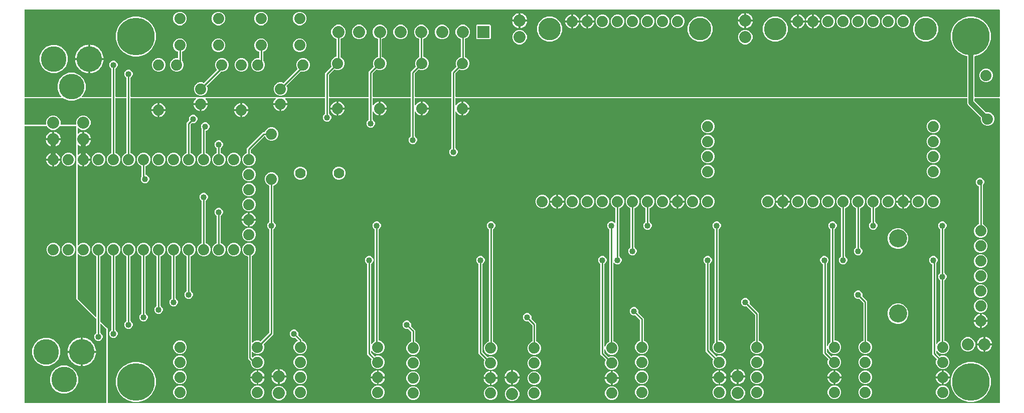
<source format=gbr>
G04 EAGLE Gerber RS-274X export*
G75*
%MOMM*%
%FSLAX34Y34*%
%LPD*%
%INBottom Copper*%
%IPPOS*%
%AMOC8*
5,1,8,0,0,1.08239X$1,22.5*%
G01*
%ADD10C,1.879600*%
%ADD11C,4.318000*%
%ADD12C,1.778000*%
%ADD13C,3.810000*%
%ADD14C,6.350000*%
%ADD15C,2.032000*%
%ADD16R,2.032000X2.032000*%
%ADD17C,3.048000*%
%ADD18C,0.812800*%
%ADD19C,0.254000*%
%ADD20C,1.016000*%

G36*
X1648026Y2036D02*
X1648026Y2036D01*
X1648045Y2034D01*
X1648147Y2056D01*
X1648249Y2072D01*
X1648266Y2082D01*
X1648286Y2086D01*
X1648375Y2139D01*
X1648466Y2188D01*
X1648480Y2202D01*
X1648497Y2212D01*
X1648564Y2291D01*
X1648636Y2366D01*
X1648644Y2384D01*
X1648657Y2399D01*
X1648696Y2495D01*
X1648739Y2589D01*
X1648741Y2609D01*
X1648749Y2627D01*
X1648767Y2794D01*
X1648767Y517144D01*
X1648764Y517164D01*
X1648766Y517183D01*
X1648744Y517285D01*
X1648728Y517387D01*
X1648718Y517404D01*
X1648714Y517424D01*
X1648661Y517513D01*
X1648612Y517604D01*
X1648598Y517618D01*
X1648588Y517635D01*
X1648509Y517702D01*
X1648434Y517774D01*
X1648416Y517782D01*
X1648401Y517795D01*
X1648305Y517834D01*
X1648211Y517877D01*
X1648191Y517879D01*
X1648173Y517887D01*
X1648006Y517905D01*
X1607058Y517905D01*
X1607038Y517902D01*
X1607019Y517904D01*
X1606917Y517882D01*
X1606815Y517866D01*
X1606798Y517856D01*
X1606778Y517852D01*
X1606689Y517799D01*
X1606598Y517750D01*
X1606584Y517736D01*
X1606567Y517726D01*
X1606500Y517647D01*
X1606428Y517572D01*
X1606420Y517554D01*
X1606407Y517539D01*
X1606368Y517443D01*
X1606325Y517349D01*
X1606323Y517329D01*
X1606315Y517311D01*
X1606297Y517144D01*
X1606297Y513381D01*
X1606311Y513291D01*
X1606319Y513200D01*
X1606331Y513170D01*
X1606336Y513138D01*
X1606379Y513057D01*
X1606415Y512973D01*
X1606441Y512941D01*
X1606452Y512921D01*
X1606475Y512898D01*
X1606520Y512842D01*
X1625128Y494234D01*
X1625224Y494165D01*
X1625317Y494096D01*
X1625323Y494094D01*
X1625328Y494090D01*
X1625439Y494056D01*
X1625551Y494020D01*
X1625557Y494020D01*
X1625563Y494018D01*
X1625680Y494021D01*
X1625797Y494022D01*
X1625804Y494024D01*
X1625809Y494024D01*
X1625826Y494030D01*
X1625827Y494031D01*
X1630414Y494031D01*
X1634615Y492290D01*
X1637830Y489075D01*
X1639571Y484874D01*
X1639571Y480326D01*
X1637830Y476125D01*
X1634615Y472910D01*
X1630414Y471169D01*
X1625866Y471169D01*
X1621665Y472910D01*
X1618450Y476125D01*
X1616709Y480326D01*
X1616709Y484941D01*
X1616727Y485009D01*
X1616726Y485015D01*
X1616727Y485021D01*
X1616716Y485139D01*
X1616707Y485254D01*
X1616705Y485260D01*
X1616704Y485266D01*
X1616656Y485374D01*
X1616611Y485481D01*
X1616607Y485486D01*
X1616605Y485491D01*
X1616592Y485504D01*
X1616506Y485612D01*
X1595031Y507086D01*
X1594103Y509327D01*
X1594103Y517144D01*
X1594100Y517164D01*
X1594102Y517183D01*
X1594080Y517285D01*
X1594064Y517387D01*
X1594054Y517404D01*
X1594050Y517424D01*
X1593997Y517513D01*
X1593948Y517604D01*
X1593934Y517618D01*
X1593924Y517635D01*
X1593845Y517702D01*
X1593770Y517774D01*
X1593752Y517782D01*
X1593737Y517795D01*
X1593641Y517834D01*
X1593547Y517877D01*
X1593527Y517879D01*
X1593509Y517887D01*
X1593342Y517905D01*
X730504Y517905D01*
X730484Y517902D01*
X730465Y517904D01*
X730363Y517882D01*
X730261Y517866D01*
X730244Y517856D01*
X730224Y517852D01*
X730135Y517799D01*
X730044Y517750D01*
X730030Y517736D01*
X730013Y517726D01*
X729946Y517647D01*
X729874Y517572D01*
X729866Y517554D01*
X729853Y517539D01*
X729814Y517443D01*
X729771Y517349D01*
X729769Y517329D01*
X729761Y517311D01*
X729743Y517144D01*
X729743Y506420D01*
X729754Y506353D01*
X729755Y506285D01*
X729773Y506232D01*
X729782Y506177D01*
X729814Y506117D01*
X729837Y506053D01*
X729871Y506009D01*
X729898Y505960D01*
X729947Y505913D01*
X729989Y505860D01*
X730035Y505829D01*
X730076Y505790D01*
X730137Y505762D01*
X730194Y505725D01*
X730248Y505710D01*
X730299Y505687D01*
X730366Y505679D01*
X730432Y505662D01*
X730488Y505666D01*
X730543Y505660D01*
X730610Y505674D01*
X730677Y505679D01*
X730729Y505700D01*
X730784Y505712D01*
X730842Y505747D01*
X730905Y505773D01*
X730947Y505809D01*
X730995Y505838D01*
X731039Y505890D01*
X731090Y505934D01*
X731133Y506000D01*
X731155Y506025D01*
X731163Y506045D01*
X731182Y506074D01*
X731469Y506637D01*
X732574Y508158D01*
X733902Y509486D01*
X735423Y510591D01*
X737097Y511444D01*
X738884Y512025D01*
X740157Y512226D01*
X740157Y501142D01*
X740160Y501122D01*
X740158Y501103D01*
X740180Y501001D01*
X740197Y500899D01*
X740206Y500882D01*
X740210Y500862D01*
X740263Y500773D01*
X740312Y500682D01*
X740326Y500668D01*
X740336Y500651D01*
X740415Y500584D01*
X740490Y500513D01*
X740508Y500504D01*
X740523Y500491D01*
X740619Y500453D01*
X740713Y500409D01*
X740733Y500407D01*
X740751Y500399D01*
X740918Y500381D01*
X741681Y500381D01*
X741681Y500379D01*
X740918Y500379D01*
X740898Y500376D01*
X740879Y500378D01*
X740777Y500356D01*
X740675Y500339D01*
X740658Y500330D01*
X740638Y500326D01*
X740549Y500273D01*
X740458Y500224D01*
X740444Y500210D01*
X740427Y500200D01*
X740360Y500121D01*
X740289Y500046D01*
X740280Y500028D01*
X740267Y500013D01*
X740228Y499917D01*
X740185Y499823D01*
X740183Y499803D01*
X740175Y499785D01*
X740157Y499618D01*
X740157Y488534D01*
X738884Y488735D01*
X737097Y489316D01*
X735423Y490169D01*
X733902Y491274D01*
X732574Y492602D01*
X731469Y494123D01*
X731182Y494686D01*
X731142Y494740D01*
X731110Y494800D01*
X731070Y494839D01*
X731037Y494884D01*
X730981Y494923D01*
X730932Y494970D01*
X730881Y494993D01*
X730835Y495025D01*
X730770Y495045D01*
X730709Y495073D01*
X730653Y495079D01*
X730600Y495095D01*
X730532Y495093D01*
X730465Y495100D01*
X730410Y495088D01*
X730354Y495086D01*
X730290Y495062D01*
X730224Y495048D01*
X730176Y495019D01*
X730124Y495000D01*
X730071Y494957D01*
X730013Y494922D01*
X729977Y494879D01*
X729933Y494844D01*
X729897Y494787D01*
X729853Y494735D01*
X729832Y494683D01*
X729802Y494636D01*
X729787Y494570D01*
X729761Y494507D01*
X729753Y494428D01*
X729745Y494396D01*
X729747Y494376D01*
X729743Y494340D01*
X729743Y433559D01*
X729761Y433445D01*
X729779Y433328D01*
X729781Y433323D01*
X729782Y433317D01*
X729837Y433214D01*
X729890Y433109D01*
X729895Y433105D01*
X729898Y433099D01*
X729982Y433019D01*
X730066Y432937D01*
X730072Y432933D01*
X730076Y432930D01*
X730093Y432922D01*
X730213Y432856D01*
X730469Y432750D01*
X732470Y430749D01*
X733553Y428135D01*
X733553Y425305D01*
X732470Y422691D01*
X730469Y420690D01*
X727855Y419607D01*
X725025Y419607D01*
X722411Y420690D01*
X720410Y422691D01*
X719327Y425305D01*
X719327Y428135D01*
X720410Y430749D01*
X722411Y432750D01*
X722667Y432856D01*
X722766Y432917D01*
X722867Y432978D01*
X722871Y432982D01*
X722876Y432986D01*
X722950Y433075D01*
X723027Y433164D01*
X723029Y433170D01*
X723033Y433175D01*
X723075Y433283D01*
X723119Y433393D01*
X723120Y433400D01*
X723121Y433405D01*
X723122Y433423D01*
X723137Y433559D01*
X723137Y517144D01*
X723134Y517164D01*
X723136Y517183D01*
X723114Y517285D01*
X723098Y517387D01*
X723088Y517404D01*
X723084Y517424D01*
X723031Y517513D01*
X722982Y517604D01*
X722968Y517618D01*
X722958Y517635D01*
X722879Y517702D01*
X722804Y517774D01*
X722786Y517782D01*
X722771Y517795D01*
X722675Y517834D01*
X722581Y517877D01*
X722561Y517879D01*
X722543Y517887D01*
X722376Y517905D01*
X661924Y517905D01*
X661904Y517902D01*
X661885Y517904D01*
X661783Y517882D01*
X661681Y517866D01*
X661664Y517856D01*
X661644Y517852D01*
X661555Y517799D01*
X661464Y517750D01*
X661450Y517736D01*
X661433Y517726D01*
X661366Y517647D01*
X661294Y517572D01*
X661286Y517554D01*
X661273Y517539D01*
X661234Y517443D01*
X661191Y517349D01*
X661189Y517329D01*
X661181Y517311D01*
X661163Y517144D01*
X661163Y506420D01*
X661174Y506353D01*
X661175Y506285D01*
X661193Y506232D01*
X661202Y506177D01*
X661234Y506117D01*
X661257Y506053D01*
X661291Y506009D01*
X661318Y505960D01*
X661367Y505913D01*
X661409Y505860D01*
X661455Y505829D01*
X661496Y505790D01*
X661558Y505762D01*
X661614Y505725D01*
X661668Y505710D01*
X661719Y505687D01*
X661786Y505679D01*
X661852Y505662D01*
X661908Y505666D01*
X661963Y505660D01*
X662030Y505674D01*
X662097Y505679D01*
X662149Y505700D01*
X662204Y505712D01*
X662262Y505747D01*
X662325Y505773D01*
X662367Y505809D01*
X662415Y505838D01*
X662459Y505890D01*
X662510Y505934D01*
X662553Y506000D01*
X662575Y506025D01*
X662583Y506045D01*
X662602Y506074D01*
X662889Y506637D01*
X663994Y508158D01*
X665322Y509486D01*
X666843Y510591D01*
X668517Y511444D01*
X670304Y512025D01*
X671577Y512226D01*
X671577Y501142D01*
X671580Y501122D01*
X671578Y501103D01*
X671600Y501001D01*
X671617Y500899D01*
X671626Y500882D01*
X671630Y500862D01*
X671683Y500773D01*
X671732Y500682D01*
X671746Y500668D01*
X671756Y500651D01*
X671835Y500584D01*
X671910Y500513D01*
X671928Y500504D01*
X671943Y500491D01*
X672039Y500453D01*
X672133Y500409D01*
X672153Y500407D01*
X672171Y500399D01*
X672338Y500381D01*
X673101Y500381D01*
X673101Y500379D01*
X672338Y500379D01*
X672318Y500376D01*
X672299Y500378D01*
X672197Y500356D01*
X672095Y500339D01*
X672078Y500330D01*
X672058Y500326D01*
X671969Y500273D01*
X671878Y500224D01*
X671864Y500210D01*
X671847Y500200D01*
X671780Y500121D01*
X671709Y500046D01*
X671700Y500028D01*
X671687Y500013D01*
X671648Y499917D01*
X671605Y499823D01*
X671603Y499803D01*
X671595Y499785D01*
X671577Y499618D01*
X671577Y488534D01*
X670304Y488735D01*
X668517Y489316D01*
X666843Y490169D01*
X665322Y491274D01*
X663994Y492602D01*
X662889Y494123D01*
X662602Y494686D01*
X662562Y494740D01*
X662530Y494800D01*
X662490Y494839D01*
X662457Y494884D01*
X662401Y494923D01*
X662352Y494970D01*
X662301Y494993D01*
X662255Y495025D01*
X662191Y495045D01*
X662129Y495073D01*
X662073Y495079D01*
X662020Y495095D01*
X661952Y495093D01*
X661885Y495100D01*
X661830Y495088D01*
X661774Y495086D01*
X661710Y495062D01*
X661644Y495048D01*
X661596Y495019D01*
X661544Y495000D01*
X661491Y494957D01*
X661433Y494922D01*
X661397Y494879D01*
X661353Y494844D01*
X661317Y494786D01*
X661273Y494735D01*
X661252Y494683D01*
X661222Y494636D01*
X661207Y494570D01*
X661181Y494507D01*
X661173Y494428D01*
X661165Y494396D01*
X661167Y494376D01*
X661163Y494340D01*
X661163Y453879D01*
X661181Y453765D01*
X661199Y453648D01*
X661201Y453643D01*
X661202Y453637D01*
X661257Y453534D01*
X661310Y453429D01*
X661315Y453425D01*
X661318Y453419D01*
X661402Y453339D01*
X661486Y453257D01*
X661492Y453253D01*
X661496Y453250D01*
X661513Y453242D01*
X661633Y453176D01*
X661889Y453070D01*
X663890Y451069D01*
X664973Y448455D01*
X664973Y445625D01*
X663890Y443011D01*
X661889Y441010D01*
X659275Y439927D01*
X656445Y439927D01*
X653831Y441010D01*
X651830Y443011D01*
X650747Y445625D01*
X650747Y448455D01*
X651830Y451069D01*
X653831Y453070D01*
X654087Y453176D01*
X654186Y453237D01*
X654287Y453298D01*
X654291Y453302D01*
X654296Y453306D01*
X654370Y453395D01*
X654447Y453484D01*
X654449Y453490D01*
X654453Y453495D01*
X654495Y453603D01*
X654539Y453713D01*
X654540Y453720D01*
X654541Y453725D01*
X654542Y453743D01*
X654557Y453879D01*
X654557Y517144D01*
X654554Y517164D01*
X654556Y517183D01*
X654534Y517285D01*
X654518Y517387D01*
X654508Y517404D01*
X654504Y517424D01*
X654451Y517513D01*
X654402Y517604D01*
X654388Y517618D01*
X654378Y517635D01*
X654299Y517702D01*
X654224Y517774D01*
X654206Y517782D01*
X654191Y517795D01*
X654095Y517834D01*
X654001Y517877D01*
X653981Y517879D01*
X653963Y517887D01*
X653796Y517905D01*
X590804Y517905D01*
X590784Y517902D01*
X590765Y517904D01*
X590663Y517882D01*
X590561Y517866D01*
X590544Y517856D01*
X590524Y517852D01*
X590435Y517799D01*
X590344Y517750D01*
X590330Y517736D01*
X590313Y517726D01*
X590246Y517647D01*
X590174Y517572D01*
X590166Y517554D01*
X590153Y517539D01*
X590114Y517443D01*
X590071Y517349D01*
X590069Y517329D01*
X590061Y517311D01*
X590043Y517144D01*
X590043Y506420D01*
X590054Y506353D01*
X590055Y506285D01*
X590073Y506232D01*
X590082Y506177D01*
X590114Y506117D01*
X590137Y506053D01*
X590171Y506009D01*
X590198Y505960D01*
X590247Y505913D01*
X590289Y505860D01*
X590335Y505829D01*
X590376Y505790D01*
X590438Y505762D01*
X590494Y505725D01*
X590548Y505710D01*
X590599Y505687D01*
X590666Y505679D01*
X590732Y505662D01*
X590788Y505666D01*
X590843Y505660D01*
X590910Y505674D01*
X590977Y505679D01*
X591029Y505700D01*
X591084Y505712D01*
X591142Y505747D01*
X591205Y505773D01*
X591247Y505809D01*
X591295Y505838D01*
X591339Y505890D01*
X591390Y505934D01*
X591433Y506000D01*
X591455Y506025D01*
X591463Y506045D01*
X591482Y506074D01*
X591769Y506637D01*
X592874Y508158D01*
X594202Y509486D01*
X595723Y510591D01*
X597397Y511444D01*
X599184Y512025D01*
X600457Y512226D01*
X600457Y501142D01*
X600460Y501122D01*
X600458Y501103D01*
X600480Y501001D01*
X600497Y500899D01*
X600506Y500882D01*
X600510Y500862D01*
X600563Y500773D01*
X600612Y500682D01*
X600626Y500668D01*
X600636Y500651D01*
X600715Y500584D01*
X600790Y500513D01*
X600808Y500504D01*
X600823Y500491D01*
X600919Y500453D01*
X601013Y500409D01*
X601033Y500407D01*
X601051Y500399D01*
X601218Y500381D01*
X601981Y500381D01*
X601981Y500379D01*
X601218Y500379D01*
X601198Y500376D01*
X601179Y500378D01*
X601077Y500356D01*
X600975Y500339D01*
X600958Y500330D01*
X600938Y500326D01*
X600849Y500273D01*
X600758Y500224D01*
X600744Y500210D01*
X600727Y500200D01*
X600660Y500121D01*
X600589Y500046D01*
X600580Y500028D01*
X600567Y500013D01*
X600528Y499917D01*
X600485Y499823D01*
X600483Y499803D01*
X600475Y499785D01*
X600457Y499618D01*
X600457Y488534D01*
X599184Y488735D01*
X597397Y489316D01*
X595723Y490169D01*
X594202Y491274D01*
X592874Y492602D01*
X591769Y494123D01*
X591482Y494686D01*
X591442Y494740D01*
X591410Y494800D01*
X591370Y494839D01*
X591337Y494884D01*
X591281Y494923D01*
X591232Y494970D01*
X591181Y494993D01*
X591135Y495025D01*
X591071Y495045D01*
X591009Y495073D01*
X590953Y495079D01*
X590900Y495095D01*
X590832Y495093D01*
X590765Y495100D01*
X590710Y495088D01*
X590654Y495086D01*
X590590Y495062D01*
X590524Y495048D01*
X590476Y495019D01*
X590424Y495000D01*
X590371Y494957D01*
X590313Y494922D01*
X590277Y494879D01*
X590233Y494844D01*
X590197Y494786D01*
X590153Y494735D01*
X590132Y494683D01*
X590102Y494636D01*
X590087Y494570D01*
X590061Y494507D01*
X590053Y494428D01*
X590045Y494396D01*
X590047Y494376D01*
X590043Y494340D01*
X590043Y481819D01*
X590061Y481705D01*
X590079Y481588D01*
X590081Y481583D01*
X590082Y481577D01*
X590137Y481474D01*
X590190Y481369D01*
X590195Y481365D01*
X590198Y481359D01*
X590282Y481279D01*
X590366Y481197D01*
X590372Y481193D01*
X590376Y481190D01*
X590393Y481182D01*
X590513Y481116D01*
X590769Y481010D01*
X592770Y479009D01*
X593853Y476395D01*
X593853Y473565D01*
X592770Y470951D01*
X590769Y468950D01*
X588155Y467867D01*
X585325Y467867D01*
X582711Y468950D01*
X580710Y470951D01*
X579627Y473565D01*
X579627Y476395D01*
X580710Y479009D01*
X582711Y481010D01*
X582967Y481116D01*
X583066Y481177D01*
X583167Y481238D01*
X583171Y481242D01*
X583176Y481246D01*
X583250Y481335D01*
X583327Y481424D01*
X583329Y481430D01*
X583333Y481435D01*
X583375Y481543D01*
X583419Y481653D01*
X583420Y481660D01*
X583421Y481665D01*
X583422Y481683D01*
X583437Y481819D01*
X583437Y517144D01*
X583434Y517164D01*
X583436Y517183D01*
X583414Y517285D01*
X583398Y517387D01*
X583388Y517404D01*
X583384Y517424D01*
X583331Y517513D01*
X583282Y517604D01*
X583268Y517618D01*
X583258Y517635D01*
X583179Y517702D01*
X583104Y517774D01*
X583086Y517782D01*
X583071Y517795D01*
X582975Y517834D01*
X582881Y517877D01*
X582861Y517879D01*
X582843Y517887D01*
X582676Y517905D01*
X517144Y517905D01*
X517124Y517902D01*
X517105Y517904D01*
X517003Y517882D01*
X516901Y517866D01*
X516884Y517856D01*
X516864Y517852D01*
X516775Y517799D01*
X516684Y517750D01*
X516670Y517736D01*
X516653Y517726D01*
X516586Y517647D01*
X516514Y517572D01*
X516506Y517554D01*
X516493Y517539D01*
X516454Y517443D01*
X516411Y517349D01*
X516409Y517329D01*
X516401Y517311D01*
X516383Y517144D01*
X516383Y491979D01*
X516401Y491865D01*
X516419Y491748D01*
X516421Y491743D01*
X516422Y491737D01*
X516477Y491634D01*
X516530Y491529D01*
X516535Y491525D01*
X516538Y491519D01*
X516622Y491439D01*
X516706Y491357D01*
X516712Y491353D01*
X516716Y491350D01*
X516733Y491342D01*
X516853Y491276D01*
X517109Y491170D01*
X519110Y489169D01*
X520193Y486555D01*
X520193Y483725D01*
X519110Y481111D01*
X517109Y479110D01*
X514495Y478027D01*
X511665Y478027D01*
X509051Y479110D01*
X507050Y481111D01*
X505967Y483725D01*
X505967Y486555D01*
X507050Y489169D01*
X509051Y491170D01*
X509307Y491276D01*
X509406Y491337D01*
X509507Y491398D01*
X509511Y491402D01*
X509516Y491406D01*
X509590Y491495D01*
X509667Y491584D01*
X509669Y491590D01*
X509673Y491595D01*
X509715Y491703D01*
X509759Y491813D01*
X509760Y491820D01*
X509761Y491825D01*
X509762Y491843D01*
X509777Y491979D01*
X509777Y517144D01*
X509774Y517164D01*
X509776Y517183D01*
X509754Y517285D01*
X509738Y517387D01*
X509728Y517404D01*
X509724Y517424D01*
X509671Y517513D01*
X509622Y517604D01*
X509608Y517618D01*
X509598Y517635D01*
X509519Y517702D01*
X509444Y517774D01*
X509426Y517782D01*
X509411Y517795D01*
X509315Y517834D01*
X509221Y517877D01*
X509201Y517879D01*
X509183Y517887D01*
X509016Y517905D01*
X443156Y517905D01*
X443086Y517894D01*
X443014Y517892D01*
X442965Y517874D01*
X442914Y517866D01*
X442850Y517832D01*
X442783Y517807D01*
X442742Y517775D01*
X442696Y517750D01*
X442647Y517698D01*
X442591Y517654D01*
X442563Y517610D01*
X442527Y517572D01*
X442497Y517507D01*
X442458Y517447D01*
X442445Y517396D01*
X442423Y517349D01*
X442415Y517278D01*
X442398Y517208D01*
X442402Y517156D01*
X442396Y517105D01*
X442411Y517034D01*
X442417Y516963D01*
X442437Y516915D01*
X442448Y516864D01*
X442485Y516803D01*
X442513Y516737D01*
X442558Y516681D01*
X442575Y516653D01*
X442592Y516638D01*
X442618Y516606D01*
X443446Y515778D01*
X444551Y514257D01*
X445404Y512583D01*
X445985Y510796D01*
X446186Y509523D01*
X435102Y509523D01*
X435082Y509520D01*
X435063Y509522D01*
X434961Y509500D01*
X434859Y509483D01*
X434842Y509474D01*
X434822Y509470D01*
X434733Y509417D01*
X434642Y509368D01*
X434628Y509354D01*
X434611Y509344D01*
X434544Y509265D01*
X434473Y509190D01*
X434464Y509172D01*
X434451Y509157D01*
X434413Y509061D01*
X434369Y508967D01*
X434367Y508947D01*
X434359Y508929D01*
X434341Y508762D01*
X434341Y507999D01*
X434339Y507999D01*
X434339Y508762D01*
X434336Y508782D01*
X434338Y508801D01*
X434316Y508903D01*
X434299Y509005D01*
X434290Y509022D01*
X434286Y509042D01*
X434233Y509131D01*
X434184Y509222D01*
X434170Y509236D01*
X434160Y509253D01*
X434081Y509320D01*
X434006Y509391D01*
X433988Y509400D01*
X433973Y509413D01*
X433877Y509452D01*
X433783Y509495D01*
X433763Y509497D01*
X433745Y509505D01*
X433578Y509523D01*
X422494Y509523D01*
X422695Y510796D01*
X423276Y512583D01*
X424129Y514257D01*
X425234Y515778D01*
X426062Y516606D01*
X426104Y516664D01*
X426153Y516716D01*
X426175Y516763D01*
X426205Y516805D01*
X426226Y516874D01*
X426257Y516939D01*
X426262Y516991D01*
X426278Y517041D01*
X426276Y517112D01*
X426284Y517183D01*
X426273Y517234D01*
X426271Y517286D01*
X426247Y517354D01*
X426232Y517424D01*
X426205Y517469D01*
X426187Y517517D01*
X426142Y517573D01*
X426105Y517635D01*
X426066Y517669D01*
X426033Y517709D01*
X425973Y517748D01*
X425918Y517795D01*
X425870Y517814D01*
X425826Y517842D01*
X425757Y517860D01*
X425690Y517887D01*
X425619Y517895D01*
X425588Y517903D01*
X425564Y517901D01*
X425524Y517905D01*
X308536Y517905D01*
X308466Y517894D01*
X308394Y517892D01*
X308345Y517874D01*
X308294Y517866D01*
X308230Y517832D01*
X308163Y517807D01*
X308122Y517775D01*
X308076Y517750D01*
X308027Y517698D01*
X307971Y517654D01*
X307943Y517610D01*
X307907Y517572D01*
X307877Y517507D01*
X307838Y517447D01*
X307825Y517396D01*
X307803Y517349D01*
X307795Y517278D01*
X307778Y517208D01*
X307782Y517156D01*
X307776Y517105D01*
X307791Y517034D01*
X307797Y516963D01*
X307817Y516915D01*
X307828Y516864D01*
X307865Y516803D01*
X307893Y516737D01*
X307938Y516681D01*
X307955Y516653D01*
X307972Y516638D01*
X307998Y516606D01*
X308826Y515778D01*
X309931Y514257D01*
X310784Y512583D01*
X311365Y510796D01*
X311566Y509523D01*
X300482Y509523D01*
X300462Y509520D01*
X300443Y509522D01*
X300341Y509500D01*
X300239Y509483D01*
X300222Y509474D01*
X300202Y509470D01*
X300113Y509417D01*
X300022Y509368D01*
X300008Y509354D01*
X299991Y509344D01*
X299924Y509265D01*
X299853Y509190D01*
X299844Y509172D01*
X299831Y509157D01*
X299793Y509061D01*
X299749Y508967D01*
X299747Y508947D01*
X299739Y508929D01*
X299721Y508762D01*
X299721Y507999D01*
X299719Y507999D01*
X299719Y508762D01*
X299716Y508782D01*
X299718Y508801D01*
X299696Y508903D01*
X299679Y509005D01*
X299670Y509022D01*
X299666Y509042D01*
X299613Y509131D01*
X299564Y509222D01*
X299550Y509236D01*
X299540Y509253D01*
X299461Y509320D01*
X299386Y509391D01*
X299368Y509400D01*
X299353Y509413D01*
X299257Y509452D01*
X299163Y509495D01*
X299143Y509497D01*
X299125Y509505D01*
X298958Y509523D01*
X287874Y509523D01*
X288075Y510796D01*
X288656Y512583D01*
X289509Y514257D01*
X290614Y515778D01*
X291442Y516606D01*
X291484Y516664D01*
X291533Y516716D01*
X291555Y516763D01*
X291585Y516805D01*
X291606Y516874D01*
X291637Y516939D01*
X291642Y516991D01*
X291658Y517041D01*
X291656Y517112D01*
X291664Y517183D01*
X291653Y517234D01*
X291651Y517286D01*
X291627Y517354D01*
X291612Y517424D01*
X291585Y517469D01*
X291567Y517517D01*
X291522Y517573D01*
X291485Y517635D01*
X291446Y517669D01*
X291413Y517709D01*
X291353Y517748D01*
X291298Y517795D01*
X291250Y517814D01*
X291206Y517842D01*
X291137Y517860D01*
X291070Y517887D01*
X290999Y517895D01*
X290968Y517903D01*
X290944Y517901D01*
X290904Y517905D01*
X181864Y517905D01*
X181844Y517902D01*
X181825Y517904D01*
X181723Y517882D01*
X181621Y517866D01*
X181604Y517856D01*
X181584Y517852D01*
X181495Y517799D01*
X181404Y517750D01*
X181390Y517736D01*
X181373Y517726D01*
X181306Y517647D01*
X181234Y517572D01*
X181226Y517554D01*
X181213Y517539D01*
X181174Y517443D01*
X181131Y517349D01*
X181129Y517329D01*
X181121Y517311D01*
X181103Y517144D01*
X181103Y425533D01*
X181122Y425418D01*
X181139Y425302D01*
X181141Y425297D01*
X181142Y425290D01*
X181197Y425188D01*
X181250Y425083D01*
X181255Y425079D01*
X181258Y425073D01*
X181342Y424993D01*
X181426Y424911D01*
X181432Y424907D01*
X181436Y424904D01*
X181453Y424896D01*
X181573Y424830D01*
X184275Y423710D01*
X187490Y420495D01*
X189231Y416294D01*
X189231Y411746D01*
X187490Y407545D01*
X184275Y404330D01*
X180074Y402589D01*
X175526Y402589D01*
X171325Y404330D01*
X168110Y407545D01*
X166369Y411746D01*
X166369Y416294D01*
X168110Y420495D01*
X171325Y423710D01*
X174027Y424830D01*
X174127Y424891D01*
X174227Y424951D01*
X174231Y424956D01*
X174236Y424959D01*
X174310Y425049D01*
X174387Y425138D01*
X174389Y425144D01*
X174393Y425149D01*
X174435Y425257D01*
X174479Y425366D01*
X174480Y425374D01*
X174481Y425379D01*
X174482Y425397D01*
X174497Y425533D01*
X174497Y517144D01*
X174494Y517164D01*
X174496Y517183D01*
X174474Y517285D01*
X174458Y517387D01*
X174448Y517404D01*
X174444Y517424D01*
X174391Y517513D01*
X174342Y517604D01*
X174328Y517618D01*
X174318Y517635D01*
X174239Y517702D01*
X174164Y517774D01*
X174146Y517782D01*
X174131Y517795D01*
X174035Y517834D01*
X173941Y517877D01*
X173921Y517879D01*
X173903Y517887D01*
X173736Y517905D01*
X156464Y517905D01*
X156444Y517902D01*
X156425Y517904D01*
X156323Y517882D01*
X156221Y517866D01*
X156204Y517856D01*
X156184Y517852D01*
X156095Y517799D01*
X156004Y517750D01*
X155990Y517736D01*
X155973Y517726D01*
X155906Y517647D01*
X155834Y517572D01*
X155826Y517554D01*
X155813Y517539D01*
X155774Y517443D01*
X155731Y517349D01*
X155729Y517329D01*
X155721Y517311D01*
X155703Y517144D01*
X155703Y425533D01*
X155722Y425418D01*
X155739Y425302D01*
X155741Y425297D01*
X155742Y425290D01*
X155797Y425188D01*
X155850Y425083D01*
X155855Y425079D01*
X155858Y425073D01*
X155942Y424993D01*
X156026Y424911D01*
X156032Y424907D01*
X156036Y424904D01*
X156053Y424896D01*
X156173Y424830D01*
X158875Y423710D01*
X162090Y420495D01*
X163831Y416294D01*
X163831Y411746D01*
X162090Y407545D01*
X158875Y404330D01*
X154674Y402589D01*
X150126Y402589D01*
X145925Y404330D01*
X142710Y407545D01*
X140969Y411746D01*
X140969Y416294D01*
X142710Y420495D01*
X145925Y423710D01*
X148627Y424830D01*
X148727Y424891D01*
X148827Y424951D01*
X148831Y424956D01*
X148836Y424959D01*
X148910Y425049D01*
X148987Y425138D01*
X148989Y425144D01*
X148993Y425149D01*
X149035Y425257D01*
X149079Y425366D01*
X149080Y425374D01*
X149081Y425379D01*
X149082Y425397D01*
X149097Y425533D01*
X149097Y517144D01*
X149094Y517164D01*
X149096Y517183D01*
X149074Y517285D01*
X149058Y517387D01*
X149048Y517404D01*
X149044Y517424D01*
X148991Y517513D01*
X148942Y517604D01*
X148928Y517618D01*
X148918Y517635D01*
X148839Y517702D01*
X148764Y517774D01*
X148746Y517782D01*
X148731Y517795D01*
X148635Y517834D01*
X148541Y517877D01*
X148521Y517879D01*
X148503Y517887D01*
X148336Y517905D01*
X96028Y517905D01*
X95938Y517891D01*
X95847Y517883D01*
X95817Y517871D01*
X95785Y517866D01*
X95705Y517823D01*
X95621Y517787D01*
X95589Y517761D01*
X95568Y517750D01*
X95546Y517727D01*
X95490Y517682D01*
X94981Y517174D01*
X86299Y513577D01*
X76901Y513577D01*
X68219Y517174D01*
X67710Y517682D01*
X67636Y517735D01*
X67567Y517795D01*
X67537Y517807D01*
X67510Y517826D01*
X67423Y517853D01*
X67339Y517887D01*
X67298Y517891D01*
X67275Y517898D01*
X67243Y517897D01*
X67172Y517905D01*
X2794Y517905D01*
X2774Y517902D01*
X2755Y517904D01*
X2653Y517882D01*
X2551Y517866D01*
X2534Y517856D01*
X2514Y517852D01*
X2425Y517799D01*
X2334Y517750D01*
X2320Y517736D01*
X2303Y517726D01*
X2236Y517647D01*
X2164Y517572D01*
X2156Y517554D01*
X2143Y517539D01*
X2104Y517443D01*
X2061Y517349D01*
X2059Y517329D01*
X2051Y517311D01*
X2033Y517144D01*
X2033Y473456D01*
X2036Y473436D01*
X2034Y473417D01*
X2056Y473315D01*
X2072Y473213D01*
X2082Y473196D01*
X2086Y473176D01*
X2139Y473087D01*
X2188Y472996D01*
X2202Y472982D01*
X2212Y472965D01*
X2291Y472898D01*
X2366Y472826D01*
X2384Y472818D01*
X2399Y472805D01*
X2495Y472766D01*
X2589Y472723D01*
X2609Y472721D01*
X2627Y472713D01*
X2794Y472695D01*
X37936Y472695D01*
X37981Y472702D01*
X38027Y472700D01*
X38102Y472722D01*
X38179Y472734D01*
X38219Y472756D01*
X38264Y472769D01*
X38328Y472813D01*
X38396Y472850D01*
X38428Y472883D01*
X38466Y472909D01*
X38512Y472972D01*
X38566Y473028D01*
X38585Y473070D01*
X38612Y473106D01*
X38636Y473180D01*
X38669Y473251D01*
X38674Y473297D01*
X38688Y473340D01*
X38688Y473418D01*
X38696Y473495D01*
X38686Y473540D01*
X38686Y473586D01*
X38648Y473717D01*
X38644Y473736D01*
X38641Y473740D01*
X38639Y473747D01*
X38607Y473825D01*
X38607Y478675D01*
X40464Y483157D01*
X43893Y486586D01*
X48375Y488443D01*
X53225Y488443D01*
X57707Y486586D01*
X61136Y483157D01*
X62993Y478675D01*
X62993Y473825D01*
X62961Y473747D01*
X62950Y473703D01*
X62931Y473661D01*
X62922Y473584D01*
X62904Y473508D01*
X62909Y473462D01*
X62904Y473417D01*
X62920Y473341D01*
X62928Y473263D01*
X62946Y473221D01*
X62956Y473176D01*
X62996Y473109D01*
X63028Y473038D01*
X63059Y473004D01*
X63082Y472965D01*
X63141Y472915D01*
X63194Y472857D01*
X63234Y472835D01*
X63269Y472805D01*
X63341Y472776D01*
X63409Y472739D01*
X63455Y472730D01*
X63497Y472713D01*
X63633Y472698D01*
X63651Y472695D01*
X63656Y472696D01*
X63664Y472695D01*
X88736Y472695D01*
X88781Y472702D01*
X88827Y472700D01*
X88902Y472722D01*
X88979Y472734D01*
X89019Y472756D01*
X89064Y472769D01*
X89128Y472813D01*
X89196Y472850D01*
X89228Y472883D01*
X89266Y472909D01*
X89312Y472972D01*
X89366Y473028D01*
X89385Y473070D01*
X89412Y473106D01*
X89436Y473180D01*
X89469Y473251D01*
X89474Y473297D01*
X89488Y473340D01*
X89488Y473418D01*
X89496Y473495D01*
X89486Y473540D01*
X89486Y473586D01*
X89448Y473717D01*
X89444Y473736D01*
X89441Y473740D01*
X89439Y473747D01*
X89407Y473825D01*
X89407Y478675D01*
X91264Y483157D01*
X94693Y486586D01*
X99175Y488443D01*
X104025Y488443D01*
X108507Y486586D01*
X111936Y483157D01*
X113793Y478675D01*
X113793Y473825D01*
X111936Y469343D01*
X108507Y465914D01*
X104025Y464057D01*
X99175Y464057D01*
X94693Y465914D01*
X92994Y467613D01*
X92936Y467654D01*
X92884Y467704D01*
X92837Y467726D01*
X92795Y467756D01*
X92726Y467777D01*
X92661Y467807D01*
X92609Y467813D01*
X92559Y467829D01*
X92488Y467827D01*
X92417Y467835D01*
X92366Y467823D01*
X92314Y467822D01*
X92246Y467798D01*
X92176Y467782D01*
X92131Y467756D01*
X92083Y467738D01*
X92027Y467693D01*
X91965Y467656D01*
X91931Y467617D01*
X91891Y467584D01*
X91852Y467524D01*
X91805Y467469D01*
X91786Y467421D01*
X91758Y467377D01*
X91740Y467308D01*
X91713Y467241D01*
X91705Y467170D01*
X91697Y467139D01*
X91699Y467115D01*
X91695Y467074D01*
X91695Y458204D01*
X91706Y458133D01*
X91708Y458062D01*
X91726Y458013D01*
X91734Y457961D01*
X91768Y457898D01*
X91793Y457831D01*
X91825Y457790D01*
X91850Y457744D01*
X91901Y457695D01*
X91946Y457639D01*
X91990Y457610D01*
X92028Y457575D01*
X92093Y457544D01*
X92153Y457506D01*
X92204Y457493D01*
X92251Y457471D01*
X92322Y457463D01*
X92392Y457446D01*
X92444Y457450D01*
X92495Y457444D01*
X92566Y457459D01*
X92637Y457465D01*
X92685Y457485D01*
X92736Y457496D01*
X92797Y457533D01*
X92863Y457561D01*
X92919Y457606D01*
X92947Y457622D01*
X92962Y457640D01*
X92994Y457666D01*
X93326Y457997D01*
X94943Y459173D01*
X96725Y460080D01*
X98626Y460698D01*
X100077Y460928D01*
X100077Y449072D01*
X100080Y449052D01*
X100078Y449033D01*
X100100Y448931D01*
X100117Y448829D01*
X100126Y448812D01*
X100130Y448792D01*
X100183Y448703D01*
X100232Y448612D01*
X100246Y448598D01*
X100256Y448581D01*
X100335Y448514D01*
X100410Y448443D01*
X100428Y448434D01*
X100443Y448421D01*
X100539Y448383D01*
X100633Y448339D01*
X100653Y448337D01*
X100671Y448329D01*
X100838Y448311D01*
X101601Y448311D01*
X101601Y448309D01*
X100838Y448309D01*
X100818Y448306D01*
X100799Y448308D01*
X100697Y448286D01*
X100595Y448269D01*
X100578Y448260D01*
X100558Y448256D01*
X100469Y448203D01*
X100378Y448154D01*
X100364Y448140D01*
X100347Y448130D01*
X100280Y448051D01*
X100209Y447976D01*
X100200Y447958D01*
X100187Y447943D01*
X100148Y447847D01*
X100105Y447753D01*
X100103Y447733D01*
X100095Y447715D01*
X100077Y447548D01*
X100077Y435692D01*
X98626Y435922D01*
X96725Y436540D01*
X94943Y437447D01*
X93326Y438623D01*
X92994Y438954D01*
X92936Y438996D01*
X92884Y439045D01*
X92837Y439067D01*
X92795Y439098D01*
X92726Y439119D01*
X92661Y439149D01*
X92609Y439155D01*
X92559Y439170D01*
X92488Y439168D01*
X92417Y439176D01*
X92366Y439165D01*
X92314Y439164D01*
X92246Y439139D01*
X92176Y439124D01*
X92131Y439097D01*
X92083Y439079D01*
X92027Y439034D01*
X91965Y438998D01*
X91931Y438958D01*
X91891Y438926D01*
X91852Y438865D01*
X91805Y438811D01*
X91786Y438762D01*
X91758Y438719D01*
X91740Y438649D01*
X91713Y438583D01*
X91705Y438511D01*
X91697Y438480D01*
X91699Y438457D01*
X91695Y438416D01*
X91695Y422836D01*
X91706Y422766D01*
X91708Y422694D01*
X91726Y422645D01*
X91734Y422594D01*
X91768Y422530D01*
X91793Y422463D01*
X91825Y422422D01*
X91850Y422376D01*
X91902Y422327D01*
X91946Y422271D01*
X91990Y422243D01*
X92028Y422207D01*
X92093Y422177D01*
X92153Y422138D01*
X92204Y422125D01*
X92251Y422103D01*
X92322Y422095D01*
X92392Y422078D01*
X92444Y422082D01*
X92495Y422076D01*
X92566Y422091D01*
X92637Y422097D01*
X92685Y422117D01*
X92736Y422128D01*
X92797Y422165D01*
X92863Y422193D01*
X92919Y422238D01*
X92947Y422255D01*
X92962Y422272D01*
X92994Y422298D01*
X93822Y423126D01*
X95343Y424231D01*
X97017Y425084D01*
X98804Y425665D01*
X100077Y425866D01*
X100077Y414782D01*
X100080Y414762D01*
X100078Y414743D01*
X100100Y414641D01*
X100117Y414539D01*
X100126Y414522D01*
X100130Y414502D01*
X100183Y414413D01*
X100232Y414322D01*
X100246Y414308D01*
X100256Y414291D01*
X100335Y414224D01*
X100410Y414153D01*
X100428Y414144D01*
X100443Y414131D01*
X100539Y414093D01*
X100633Y414049D01*
X100653Y414047D01*
X100671Y414039D01*
X100838Y414021D01*
X101601Y414021D01*
X101601Y414019D01*
X100838Y414019D01*
X100818Y414016D01*
X100799Y414018D01*
X100697Y413996D01*
X100595Y413979D01*
X100578Y413970D01*
X100558Y413966D01*
X100469Y413913D01*
X100378Y413864D01*
X100364Y413850D01*
X100347Y413840D01*
X100280Y413761D01*
X100209Y413686D01*
X100200Y413668D01*
X100187Y413653D01*
X100148Y413557D01*
X100105Y413463D01*
X100103Y413443D01*
X100095Y413425D01*
X100077Y413258D01*
X100077Y402174D01*
X98804Y402375D01*
X97017Y402956D01*
X95343Y403809D01*
X93822Y404914D01*
X92994Y405742D01*
X92936Y405784D01*
X92884Y405833D01*
X92837Y405855D01*
X92795Y405885D01*
X92726Y405906D01*
X92661Y405937D01*
X92609Y405942D01*
X92559Y405958D01*
X92488Y405956D01*
X92417Y405964D01*
X92366Y405953D01*
X92314Y405951D01*
X92246Y405927D01*
X92176Y405912D01*
X92131Y405885D01*
X92083Y405867D01*
X92027Y405822D01*
X91965Y405785D01*
X91931Y405746D01*
X91891Y405713D01*
X91852Y405653D01*
X91805Y405598D01*
X91786Y405550D01*
X91758Y405506D01*
X91740Y405437D01*
X91713Y405370D01*
X91705Y405299D01*
X91697Y405268D01*
X91699Y405244D01*
X91695Y405204D01*
X91695Y269718D01*
X91706Y269647D01*
X91708Y269576D01*
X91726Y269527D01*
X91734Y269475D01*
X91768Y269412D01*
X91793Y269345D01*
X91825Y269304D01*
X91850Y269258D01*
X91902Y269209D01*
X91946Y269153D01*
X91990Y269124D01*
X92028Y269089D01*
X92093Y269058D01*
X92153Y269020D01*
X92204Y269007D01*
X92251Y268985D01*
X92322Y268977D01*
X92392Y268959D01*
X92444Y268964D01*
X92495Y268958D01*
X92566Y268973D01*
X92637Y268979D01*
X92685Y268999D01*
X92736Y269010D01*
X92797Y269047D01*
X92863Y269075D01*
X92919Y269120D01*
X92947Y269136D01*
X92962Y269154D01*
X92994Y269180D01*
X95125Y271310D01*
X99326Y273051D01*
X103874Y273051D01*
X108075Y271310D01*
X111290Y268095D01*
X113031Y263894D01*
X113031Y259346D01*
X111290Y255145D01*
X108075Y251930D01*
X103874Y250189D01*
X99326Y250189D01*
X95125Y251930D01*
X92994Y254060D01*
X92936Y254102D01*
X92884Y254151D01*
X92837Y254173D01*
X92795Y254204D01*
X92726Y254225D01*
X92661Y254255D01*
X92609Y254261D01*
X92559Y254276D01*
X92488Y254274D01*
X92417Y254282D01*
X92366Y254271D01*
X92314Y254270D01*
X92246Y254245D01*
X92176Y254230D01*
X92131Y254203D01*
X92083Y254185D01*
X92027Y254140D01*
X91965Y254104D01*
X91931Y254064D01*
X91891Y254032D01*
X91852Y253971D01*
X91805Y253917D01*
X91786Y253869D01*
X91758Y253825D01*
X91740Y253755D01*
X91713Y253689D01*
X91705Y253617D01*
X91697Y253586D01*
X91699Y253563D01*
X91695Y253522D01*
X91695Y179273D01*
X91709Y179183D01*
X91717Y179092D01*
X91729Y179062D01*
X91734Y179030D01*
X91777Y178950D01*
X91813Y178866D01*
X91839Y178834D01*
X91850Y178813D01*
X91873Y178791D01*
X91918Y178735D01*
X122398Y148255D01*
X122456Y148213D01*
X122508Y148163D01*
X122555Y148141D01*
X122597Y148111D01*
X122666Y148090D01*
X122731Y148060D01*
X122783Y148054D01*
X122833Y148039D01*
X122904Y148041D01*
X122975Y148033D01*
X123026Y148044D01*
X123078Y148045D01*
X123146Y148070D01*
X123216Y148085D01*
X123261Y148112D01*
X123309Y148130D01*
X123365Y148174D01*
X123427Y148211D01*
X123461Y148251D01*
X123501Y148283D01*
X123540Y148344D01*
X123587Y148398D01*
X123606Y148446D01*
X123634Y148490D01*
X123652Y148560D01*
X123679Y148626D01*
X123687Y148698D01*
X123695Y148729D01*
X123693Y148752D01*
X123697Y148793D01*
X123697Y250107D01*
X123678Y250222D01*
X123661Y250338D01*
X123659Y250343D01*
X123658Y250350D01*
X123603Y250452D01*
X123550Y250557D01*
X123545Y250561D01*
X123542Y250567D01*
X123458Y250647D01*
X123374Y250729D01*
X123368Y250733D01*
X123364Y250736D01*
X123347Y250744D01*
X123227Y250810D01*
X120525Y251930D01*
X117310Y255145D01*
X115569Y259346D01*
X115569Y263894D01*
X117310Y268095D01*
X120525Y271310D01*
X124726Y273051D01*
X129274Y273051D01*
X133475Y271310D01*
X136690Y268095D01*
X138431Y263894D01*
X138431Y259346D01*
X136690Y255145D01*
X133475Y251930D01*
X130773Y250810D01*
X130673Y250749D01*
X130573Y250689D01*
X130569Y250684D01*
X130564Y250681D01*
X130489Y250591D01*
X130413Y250502D01*
X130411Y250496D01*
X130407Y250491D01*
X130365Y250383D01*
X130321Y250274D01*
X130320Y250266D01*
X130319Y250261D01*
X130318Y250243D01*
X130303Y250107D01*
X130303Y140665D01*
X130317Y140575D01*
X130325Y140484D01*
X130337Y140454D01*
X130342Y140422D01*
X130385Y140341D01*
X130421Y140258D01*
X130447Y140225D01*
X130458Y140205D01*
X130481Y140183D01*
X130526Y140127D01*
X140635Y130018D01*
X142495Y128158D01*
X142495Y2794D01*
X142498Y2774D01*
X142496Y2755D01*
X142518Y2653D01*
X142534Y2551D01*
X142544Y2534D01*
X142548Y2514D01*
X142601Y2425D01*
X142650Y2334D01*
X142664Y2320D01*
X142674Y2303D01*
X142753Y2236D01*
X142828Y2164D01*
X142846Y2156D01*
X142861Y2143D01*
X142957Y2104D01*
X143051Y2061D01*
X143071Y2059D01*
X143089Y2051D01*
X143256Y2033D01*
X1648006Y2033D01*
X1648026Y2036D01*
G37*
G36*
X63687Y519950D02*
X63687Y519950D01*
X63758Y519952D01*
X63807Y519970D01*
X63859Y519979D01*
X63922Y520012D01*
X63989Y520037D01*
X64030Y520069D01*
X64076Y520094D01*
X64125Y520146D01*
X64181Y520190D01*
X64210Y520234D01*
X64245Y520272D01*
X64276Y520337D01*
X64314Y520397D01*
X64327Y520448D01*
X64349Y520495D01*
X64357Y520566D01*
X64374Y520636D01*
X64370Y520688D01*
X64376Y520739D01*
X64361Y520810D01*
X64355Y520881D01*
X64335Y520929D01*
X64324Y520980D01*
X64287Y521041D01*
X64259Y521107D01*
X64214Y521163D01*
X64198Y521191D01*
X64180Y521206D01*
X64154Y521238D01*
X61574Y523819D01*
X57977Y532501D01*
X57977Y541899D01*
X61574Y550581D01*
X68219Y557226D01*
X76901Y560823D01*
X86299Y560823D01*
X94981Y557226D01*
X101626Y550581D01*
X105223Y541899D01*
X105223Y532501D01*
X101626Y523819D01*
X99046Y521238D01*
X99004Y521180D01*
X98955Y521128D01*
X98933Y521081D01*
X98902Y521039D01*
X98881Y520970D01*
X98851Y520905D01*
X98845Y520853D01*
X98830Y520803D01*
X98832Y520732D01*
X98824Y520661D01*
X98835Y520610D01*
X98836Y520558D01*
X98861Y520490D01*
X98876Y520420D01*
X98903Y520376D01*
X98921Y520327D01*
X98966Y520271D01*
X99002Y520209D01*
X99042Y520175D01*
X99074Y520135D01*
X99135Y520096D01*
X99189Y520049D01*
X99238Y520030D01*
X99281Y520002D01*
X99351Y519984D01*
X99417Y519957D01*
X99489Y519949D01*
X99520Y519941D01*
X99543Y519943D01*
X99584Y519939D01*
X148336Y519939D01*
X148356Y519942D01*
X148375Y519940D01*
X148477Y519962D01*
X148579Y519979D01*
X148596Y519988D01*
X148616Y519992D01*
X148705Y520045D01*
X148796Y520094D01*
X148810Y520108D01*
X148827Y520118D01*
X148894Y520197D01*
X148966Y520272D01*
X148974Y520290D01*
X148987Y520305D01*
X149026Y520401D01*
X149069Y520495D01*
X149071Y520515D01*
X149079Y520533D01*
X149097Y520700D01*
X149097Y567201D01*
X149079Y567315D01*
X149061Y567432D01*
X149059Y567437D01*
X149058Y567443D01*
X149003Y567546D01*
X148950Y567651D01*
X148945Y567655D01*
X148942Y567661D01*
X148858Y567741D01*
X148774Y567823D01*
X148768Y567827D01*
X148764Y567830D01*
X148747Y567838D01*
X148627Y567904D01*
X148371Y568010D01*
X146370Y570011D01*
X145287Y572625D01*
X145287Y575455D01*
X146370Y578069D01*
X148371Y580070D01*
X150985Y581153D01*
X153815Y581153D01*
X156429Y580070D01*
X158430Y578069D01*
X159513Y575455D01*
X159513Y572625D01*
X158430Y570011D01*
X156429Y568010D01*
X156173Y567904D01*
X156074Y567843D01*
X155973Y567782D01*
X155969Y567778D01*
X155964Y567774D01*
X155889Y567684D01*
X155813Y567596D01*
X155811Y567590D01*
X155807Y567585D01*
X155765Y567477D01*
X155721Y567367D01*
X155720Y567360D01*
X155719Y567355D01*
X155718Y567337D01*
X155703Y567201D01*
X155703Y520700D01*
X155706Y520680D01*
X155704Y520661D01*
X155726Y520559D01*
X155742Y520457D01*
X155752Y520440D01*
X155756Y520420D01*
X155809Y520331D01*
X155858Y520240D01*
X155872Y520226D01*
X155882Y520209D01*
X155961Y520142D01*
X156036Y520071D01*
X156054Y520062D01*
X156069Y520049D01*
X156165Y520010D01*
X156259Y519967D01*
X156279Y519965D01*
X156297Y519957D01*
X156464Y519939D01*
X173736Y519939D01*
X173756Y519942D01*
X173775Y519940D01*
X173877Y519962D01*
X173979Y519979D01*
X173996Y519988D01*
X174016Y519992D01*
X174105Y520045D01*
X174196Y520094D01*
X174210Y520108D01*
X174227Y520118D01*
X174294Y520197D01*
X174366Y520272D01*
X174374Y520290D01*
X174387Y520305D01*
X174426Y520401D01*
X174469Y520495D01*
X174471Y520515D01*
X174479Y520533D01*
X174497Y520700D01*
X174497Y551961D01*
X174479Y552075D01*
X174461Y552192D01*
X174459Y552197D01*
X174458Y552203D01*
X174403Y552306D01*
X174350Y552411D01*
X174345Y552415D01*
X174342Y552421D01*
X174258Y552501D01*
X174174Y552583D01*
X174168Y552587D01*
X174164Y552590D01*
X174147Y552598D01*
X174027Y552664D01*
X173771Y552770D01*
X171770Y554771D01*
X170687Y557385D01*
X170687Y560215D01*
X171770Y562829D01*
X173771Y564830D01*
X176385Y565913D01*
X179215Y565913D01*
X181829Y564830D01*
X183830Y562829D01*
X184913Y560215D01*
X184913Y557385D01*
X183830Y554771D01*
X181829Y552770D01*
X181573Y552664D01*
X181474Y552603D01*
X181373Y552542D01*
X181369Y552538D01*
X181364Y552534D01*
X181290Y552445D01*
X181213Y552356D01*
X181211Y552350D01*
X181207Y552345D01*
X181165Y552237D01*
X181121Y552127D01*
X181120Y552120D01*
X181119Y552115D01*
X181118Y552097D01*
X181103Y551961D01*
X181103Y520700D01*
X181106Y520680D01*
X181104Y520661D01*
X181126Y520559D01*
X181142Y520457D01*
X181152Y520440D01*
X181156Y520420D01*
X181209Y520331D01*
X181258Y520240D01*
X181272Y520226D01*
X181282Y520209D01*
X181361Y520142D01*
X181436Y520071D01*
X181454Y520062D01*
X181469Y520049D01*
X181565Y520010D01*
X181659Y519967D01*
X181679Y519965D01*
X181697Y519957D01*
X181864Y519939D01*
X509016Y519939D01*
X509036Y519942D01*
X509055Y519940D01*
X509157Y519962D01*
X509259Y519979D01*
X509276Y519988D01*
X509296Y519992D01*
X509385Y520045D01*
X509476Y520094D01*
X509490Y520108D01*
X509507Y520118D01*
X509574Y520197D01*
X509646Y520272D01*
X509654Y520290D01*
X509667Y520305D01*
X509706Y520401D01*
X509749Y520495D01*
X509751Y520515D01*
X509759Y520533D01*
X509777Y520700D01*
X509777Y560168D01*
X520384Y570774D01*
X520452Y570869D01*
X520522Y570963D01*
X520524Y570969D01*
X520527Y570974D01*
X520561Y571085D01*
X520598Y571197D01*
X520598Y571203D01*
X520600Y571209D01*
X520596Y571326D01*
X520595Y571443D01*
X520593Y571450D01*
X520593Y571455D01*
X520587Y571472D01*
X520549Y571604D01*
X519429Y574306D01*
X519429Y578854D01*
X521170Y583055D01*
X524385Y586270D01*
X528467Y587961D01*
X528567Y588023D01*
X528667Y588083D01*
X528671Y588088D01*
X528676Y588091D01*
X528751Y588181D01*
X528827Y588270D01*
X528829Y588276D01*
X528833Y588281D01*
X528875Y588389D01*
X528919Y588498D01*
X528920Y588506D01*
X528921Y588510D01*
X528922Y588528D01*
X528937Y588665D01*
X528937Y617582D01*
X528918Y617697D01*
X528901Y617813D01*
X528899Y617819D01*
X528898Y617825D01*
X528843Y617927D01*
X528790Y618032D01*
X528785Y618037D01*
X528782Y618042D01*
X528699Y618122D01*
X528614Y618205D01*
X528608Y618208D01*
X528604Y618212D01*
X528587Y618219D01*
X528467Y618285D01*
X525333Y619584D01*
X521904Y623013D01*
X520047Y627495D01*
X520047Y632345D01*
X521904Y636827D01*
X525333Y640256D01*
X529815Y642113D01*
X534665Y642113D01*
X539147Y640256D01*
X542576Y636827D01*
X544433Y632345D01*
X544433Y627495D01*
X542576Y623013D01*
X539147Y619584D01*
X536013Y618285D01*
X535913Y618224D01*
X535813Y618164D01*
X535809Y618159D01*
X535804Y618156D01*
X535729Y618066D01*
X535653Y617977D01*
X535651Y617971D01*
X535647Y617966D01*
X535605Y617858D01*
X535561Y617749D01*
X535560Y617741D01*
X535559Y617737D01*
X535558Y617718D01*
X535543Y617582D01*
X535543Y587522D01*
X535562Y587407D01*
X535579Y587291D01*
X535581Y587285D01*
X535582Y587279D01*
X535637Y587176D01*
X535690Y587071D01*
X535695Y587067D01*
X535698Y587061D01*
X535782Y586982D01*
X535866Y586899D01*
X535872Y586895D01*
X535876Y586892D01*
X535893Y586884D01*
X536013Y586818D01*
X537335Y586270D01*
X540550Y583055D01*
X542291Y578854D01*
X542291Y574306D01*
X540550Y570105D01*
X537335Y566890D01*
X533134Y565149D01*
X528586Y565149D01*
X525884Y566269D01*
X525770Y566295D01*
X525657Y566324D01*
X525651Y566323D01*
X525644Y566325D01*
X525528Y566314D01*
X525412Y566305D01*
X525406Y566302D01*
X525400Y566302D01*
X525292Y566254D01*
X525185Y566208D01*
X525179Y566204D01*
X525175Y566202D01*
X525161Y566189D01*
X525054Y566104D01*
X516606Y557655D01*
X516553Y557581D01*
X516493Y557512D01*
X516481Y557481D01*
X516462Y557455D01*
X516435Y557368D01*
X516401Y557283D01*
X516397Y557242D01*
X516390Y557220D01*
X516391Y557188D01*
X516383Y557117D01*
X516383Y520700D01*
X516386Y520680D01*
X516384Y520661D01*
X516406Y520559D01*
X516422Y520457D01*
X516432Y520440D01*
X516436Y520420D01*
X516489Y520331D01*
X516538Y520240D01*
X516552Y520226D01*
X516562Y520209D01*
X516641Y520142D01*
X516716Y520071D01*
X516734Y520062D01*
X516749Y520049D01*
X516845Y520010D01*
X516939Y519967D01*
X516959Y519965D01*
X516977Y519957D01*
X517144Y519939D01*
X582676Y519939D01*
X582696Y519942D01*
X582715Y519940D01*
X582817Y519962D01*
X582919Y519979D01*
X582936Y519988D01*
X582956Y519992D01*
X583045Y520045D01*
X583136Y520094D01*
X583150Y520108D01*
X583167Y520118D01*
X583234Y520197D01*
X583306Y520272D01*
X583314Y520290D01*
X583327Y520305D01*
X583366Y520401D01*
X583409Y520495D01*
X583411Y520515D01*
X583419Y520533D01*
X583437Y520700D01*
X583437Y562708D01*
X591504Y570774D01*
X591572Y570869D01*
X591642Y570963D01*
X591644Y570969D01*
X591647Y570974D01*
X591681Y571085D01*
X591718Y571197D01*
X591718Y571203D01*
X591720Y571209D01*
X591716Y571326D01*
X591715Y571443D01*
X591713Y571450D01*
X591713Y571455D01*
X591707Y571472D01*
X591669Y571604D01*
X590549Y574306D01*
X590549Y578854D01*
X592290Y583055D01*
X595505Y586270D01*
X598467Y587498D01*
X598566Y587559D01*
X598667Y587619D01*
X598671Y587624D01*
X598676Y587627D01*
X598751Y587717D01*
X598827Y587806D01*
X598829Y587812D01*
X598833Y587817D01*
X598875Y587925D01*
X598919Y588034D01*
X598920Y588042D01*
X598921Y588046D01*
X598922Y588064D01*
X598937Y588201D01*
X598937Y617582D01*
X598918Y617697D01*
X598901Y617813D01*
X598899Y617819D01*
X598898Y617825D01*
X598843Y617927D01*
X598790Y618032D01*
X598785Y618037D01*
X598782Y618042D01*
X598699Y618122D01*
X598614Y618205D01*
X598608Y618208D01*
X598604Y618212D01*
X598587Y618219D01*
X598467Y618285D01*
X595333Y619584D01*
X591904Y623013D01*
X590047Y627495D01*
X590047Y632345D01*
X591904Y636827D01*
X595333Y640256D01*
X599815Y642113D01*
X604665Y642113D01*
X609147Y640256D01*
X612576Y636827D01*
X614433Y632345D01*
X614433Y627495D01*
X612576Y623013D01*
X609147Y619584D01*
X606013Y618285D01*
X605913Y618224D01*
X605813Y618164D01*
X605809Y618159D01*
X605804Y618156D01*
X605729Y618066D01*
X605653Y617977D01*
X605651Y617971D01*
X605647Y617966D01*
X605605Y617858D01*
X605561Y617749D01*
X605560Y617741D01*
X605559Y617737D01*
X605558Y617718D01*
X605543Y617582D01*
X605543Y587985D01*
X605562Y587871D01*
X605579Y587755D01*
X605581Y587749D01*
X605582Y587743D01*
X605637Y587640D01*
X605690Y587535D01*
X605695Y587531D01*
X605698Y587525D01*
X605782Y587445D01*
X605866Y587363D01*
X605872Y587359D01*
X605876Y587356D01*
X605893Y587348D01*
X606013Y587282D01*
X608455Y586270D01*
X611670Y583055D01*
X613411Y578854D01*
X613411Y574306D01*
X611670Y570105D01*
X608455Y566890D01*
X604254Y565149D01*
X599706Y565149D01*
X597004Y566269D01*
X596890Y566295D01*
X596777Y566324D01*
X596771Y566323D01*
X596764Y566325D01*
X596648Y566314D01*
X596532Y566305D01*
X596526Y566302D01*
X596520Y566302D01*
X596412Y566254D01*
X596305Y566208D01*
X596299Y566204D01*
X596295Y566202D01*
X596281Y566189D01*
X596174Y566104D01*
X590266Y560195D01*
X590213Y560121D01*
X590153Y560052D01*
X590141Y560021D01*
X590122Y559995D01*
X590095Y559908D01*
X590061Y559823D01*
X590057Y559782D01*
X590050Y559760D01*
X590051Y559728D01*
X590043Y559657D01*
X590043Y520700D01*
X590046Y520680D01*
X590044Y520661D01*
X590066Y520559D01*
X590082Y520457D01*
X590092Y520440D01*
X590096Y520420D01*
X590149Y520331D01*
X590198Y520240D01*
X590212Y520226D01*
X590222Y520209D01*
X590301Y520142D01*
X590376Y520071D01*
X590394Y520062D01*
X590409Y520049D01*
X590505Y520010D01*
X590599Y519967D01*
X590619Y519965D01*
X590637Y519957D01*
X590804Y519939D01*
X653796Y519939D01*
X653816Y519942D01*
X653835Y519940D01*
X653937Y519962D01*
X654039Y519979D01*
X654056Y519988D01*
X654076Y519992D01*
X654165Y520045D01*
X654256Y520094D01*
X654270Y520108D01*
X654287Y520118D01*
X654354Y520197D01*
X654426Y520272D01*
X654434Y520290D01*
X654447Y520305D01*
X654486Y520401D01*
X654529Y520495D01*
X654531Y520515D01*
X654539Y520533D01*
X654557Y520700D01*
X654557Y562708D01*
X662624Y570774D01*
X662692Y570869D01*
X662762Y570963D01*
X662764Y570969D01*
X662767Y570974D01*
X662801Y571085D01*
X662838Y571197D01*
X662838Y571203D01*
X662840Y571209D01*
X662836Y571326D01*
X662835Y571443D01*
X662833Y571450D01*
X662833Y571455D01*
X662827Y571472D01*
X662789Y571604D01*
X661669Y574306D01*
X661669Y578854D01*
X663410Y583055D01*
X666625Y586270D01*
X668467Y587034D01*
X668567Y587095D01*
X668667Y587155D01*
X668671Y587160D01*
X668676Y587163D01*
X668750Y587252D01*
X668827Y587342D01*
X668829Y587348D01*
X668833Y587353D01*
X668875Y587461D01*
X668919Y587570D01*
X668920Y587578D01*
X668921Y587582D01*
X668922Y587601D01*
X668937Y587737D01*
X668937Y617582D01*
X668918Y617697D01*
X668901Y617813D01*
X668899Y617819D01*
X668898Y617825D01*
X668843Y617927D01*
X668790Y618032D01*
X668785Y618037D01*
X668782Y618042D01*
X668699Y618122D01*
X668614Y618205D01*
X668608Y618208D01*
X668604Y618212D01*
X668587Y618219D01*
X668467Y618285D01*
X665333Y619584D01*
X661904Y623013D01*
X660047Y627495D01*
X660047Y632345D01*
X661904Y636827D01*
X665333Y640256D01*
X669815Y642113D01*
X674665Y642113D01*
X679147Y640256D01*
X682576Y636827D01*
X684433Y632345D01*
X684433Y627495D01*
X682576Y623013D01*
X679147Y619584D01*
X676013Y618285D01*
X675913Y618224D01*
X675813Y618164D01*
X675809Y618159D01*
X675804Y618156D01*
X675729Y618066D01*
X675653Y617977D01*
X675651Y617971D01*
X675647Y617966D01*
X675605Y617858D01*
X675561Y617749D01*
X675560Y617741D01*
X675559Y617737D01*
X675558Y617718D01*
X675543Y617582D01*
X675543Y588449D01*
X675546Y588430D01*
X675544Y588412D01*
X675564Y588321D01*
X675579Y588218D01*
X675581Y588213D01*
X675582Y588207D01*
X675592Y588188D01*
X675596Y588171D01*
X675639Y588099D01*
X675690Y587999D01*
X675695Y587995D01*
X675698Y587989D01*
X675715Y587973D01*
X675722Y587960D01*
X675781Y587910D01*
X675782Y587909D01*
X675866Y587827D01*
X675872Y587823D01*
X675876Y587820D01*
X675893Y587812D01*
X675901Y587808D01*
X675909Y587800D01*
X675927Y587793D01*
X676013Y587746D01*
X679575Y586270D01*
X682790Y583055D01*
X684531Y578854D01*
X684531Y574306D01*
X682790Y570105D01*
X679575Y566890D01*
X675374Y565149D01*
X670826Y565149D01*
X668124Y566269D01*
X668010Y566295D01*
X667897Y566324D01*
X667891Y566323D01*
X667884Y566325D01*
X667768Y566314D01*
X667652Y566305D01*
X667646Y566302D01*
X667640Y566302D01*
X667532Y566254D01*
X667425Y566208D01*
X667419Y566204D01*
X667415Y566202D01*
X667401Y566189D01*
X667294Y566104D01*
X661386Y560195D01*
X661333Y560121D01*
X661273Y560052D01*
X661261Y560021D01*
X661242Y559995D01*
X661215Y559908D01*
X661181Y559823D01*
X661177Y559782D01*
X661170Y559760D01*
X661171Y559728D01*
X661163Y559657D01*
X661163Y520700D01*
X661166Y520680D01*
X661164Y520661D01*
X661186Y520559D01*
X661202Y520457D01*
X661212Y520440D01*
X661216Y520420D01*
X661269Y520331D01*
X661318Y520240D01*
X661332Y520226D01*
X661342Y520209D01*
X661421Y520142D01*
X661496Y520071D01*
X661514Y520062D01*
X661529Y520049D01*
X661625Y520010D01*
X661719Y519967D01*
X661739Y519965D01*
X661757Y519957D01*
X661924Y519939D01*
X722376Y519939D01*
X722396Y519942D01*
X722415Y519940D01*
X722517Y519962D01*
X722619Y519979D01*
X722636Y519988D01*
X722656Y519992D01*
X722745Y520045D01*
X722836Y520094D01*
X722850Y520108D01*
X722867Y520118D01*
X722934Y520197D01*
X723006Y520272D01*
X723014Y520290D01*
X723027Y520305D01*
X723066Y520401D01*
X723109Y520495D01*
X723111Y520515D01*
X723119Y520533D01*
X723137Y520700D01*
X723137Y562708D01*
X731204Y570774D01*
X731272Y570869D01*
X731342Y570963D01*
X731344Y570969D01*
X731347Y570974D01*
X731381Y571085D01*
X731418Y571197D01*
X731418Y571203D01*
X731420Y571209D01*
X731416Y571326D01*
X731415Y571443D01*
X731413Y571450D01*
X731413Y571455D01*
X731407Y571472D01*
X731369Y571604D01*
X730249Y574306D01*
X730249Y578854D01*
X731990Y583055D01*
X735205Y586270D01*
X738467Y587622D01*
X738567Y587683D01*
X738667Y587743D01*
X738671Y587748D01*
X738676Y587751D01*
X738751Y587841D01*
X738827Y587930D01*
X738829Y587936D01*
X738833Y587941D01*
X738874Y588048D01*
X738919Y588158D01*
X738920Y588166D01*
X738921Y588171D01*
X738922Y588189D01*
X738937Y588325D01*
X738937Y617582D01*
X738918Y617697D01*
X738901Y617813D01*
X738899Y617819D01*
X738898Y617825D01*
X738843Y617927D01*
X738790Y618032D01*
X738785Y618037D01*
X738782Y618042D01*
X738699Y618122D01*
X738614Y618205D01*
X738608Y618208D01*
X738604Y618212D01*
X738587Y618219D01*
X738467Y618285D01*
X735333Y619584D01*
X731904Y623013D01*
X730047Y627495D01*
X730047Y632345D01*
X731904Y636827D01*
X735333Y640256D01*
X739815Y642113D01*
X744665Y642113D01*
X749147Y640256D01*
X752576Y636827D01*
X754433Y632345D01*
X754433Y627495D01*
X752576Y623013D01*
X749147Y619584D01*
X746013Y618285D01*
X745913Y618224D01*
X745813Y618164D01*
X745809Y618159D01*
X745804Y618156D01*
X745729Y618066D01*
X745653Y617977D01*
X745651Y617971D01*
X745647Y617966D01*
X745605Y617858D01*
X745561Y617749D01*
X745560Y617741D01*
X745559Y617737D01*
X745558Y617718D01*
X745543Y617582D01*
X745543Y587861D01*
X745562Y587746D01*
X745579Y587630D01*
X745581Y587625D01*
X745582Y587618D01*
X745637Y587516D01*
X745690Y587411D01*
X745695Y587407D01*
X745698Y587401D01*
X745782Y587321D01*
X745866Y587239D01*
X745872Y587235D01*
X745876Y587232D01*
X745893Y587224D01*
X746013Y587158D01*
X748155Y586270D01*
X751370Y583055D01*
X753111Y578854D01*
X753111Y574306D01*
X751370Y570105D01*
X748155Y566890D01*
X743954Y565149D01*
X739406Y565149D01*
X736704Y566269D01*
X736590Y566295D01*
X736477Y566324D01*
X736471Y566323D01*
X736464Y566325D01*
X736348Y566314D01*
X736232Y566305D01*
X736226Y566302D01*
X736220Y566302D01*
X736112Y566254D01*
X736005Y566208D01*
X735999Y566204D01*
X735995Y566202D01*
X735981Y566189D01*
X735874Y566104D01*
X729966Y560195D01*
X729913Y560121D01*
X729853Y560052D01*
X729841Y560021D01*
X729822Y559995D01*
X729795Y559908D01*
X729761Y559823D01*
X729757Y559782D01*
X729750Y559760D01*
X729751Y559728D01*
X729743Y559657D01*
X729743Y520700D01*
X729746Y520680D01*
X729744Y520661D01*
X729766Y520559D01*
X729782Y520457D01*
X729792Y520440D01*
X729796Y520420D01*
X729849Y520331D01*
X729898Y520240D01*
X729912Y520226D01*
X729922Y520209D01*
X730001Y520142D01*
X730076Y520071D01*
X730094Y520062D01*
X730109Y520049D01*
X730205Y520010D01*
X730299Y519967D01*
X730319Y519965D01*
X730337Y519957D01*
X730504Y519939D01*
X1593342Y519939D01*
X1593362Y519942D01*
X1593381Y519940D01*
X1593483Y519962D01*
X1593585Y519979D01*
X1593602Y519988D01*
X1593622Y519992D01*
X1593711Y520045D01*
X1593802Y520094D01*
X1593816Y520108D01*
X1593833Y520118D01*
X1593900Y520197D01*
X1593972Y520272D01*
X1593980Y520290D01*
X1593993Y520305D01*
X1594032Y520401D01*
X1594075Y520495D01*
X1594077Y520515D01*
X1594085Y520533D01*
X1594103Y520700D01*
X1594103Y588375D01*
X1594096Y588418D01*
X1594098Y588462D01*
X1594076Y588539D01*
X1594064Y588618D01*
X1594043Y588656D01*
X1594031Y588699D01*
X1593986Y588765D01*
X1593948Y588835D01*
X1593917Y588865D01*
X1593892Y588902D01*
X1593828Y588950D01*
X1593770Y589005D01*
X1593730Y589023D01*
X1593695Y589049D01*
X1593559Y589102D01*
X1593547Y589108D01*
X1593544Y589109D01*
X1593539Y589110D01*
X1587160Y590820D01*
X1579457Y595267D01*
X1573167Y601557D01*
X1568720Y609260D01*
X1566417Y617852D01*
X1566417Y626748D01*
X1568720Y635340D01*
X1573167Y643043D01*
X1579457Y649333D01*
X1587160Y653780D01*
X1595752Y656083D01*
X1604648Y656083D01*
X1613240Y653780D01*
X1620943Y649333D01*
X1627233Y643043D01*
X1631680Y635340D01*
X1633983Y626748D01*
X1633983Y617852D01*
X1631680Y609260D01*
X1627233Y601557D01*
X1620943Y595267D01*
X1613240Y590820D01*
X1606861Y589110D01*
X1606821Y589092D01*
X1606778Y589083D01*
X1606710Y589042D01*
X1606637Y589009D01*
X1606605Y588979D01*
X1606567Y588957D01*
X1606515Y588896D01*
X1606457Y588842D01*
X1606436Y588803D01*
X1606407Y588770D01*
X1606377Y588696D01*
X1606339Y588626D01*
X1606332Y588582D01*
X1606315Y588542D01*
X1606299Y588397D01*
X1606297Y588383D01*
X1606297Y588380D01*
X1606297Y588375D01*
X1606297Y520700D01*
X1606300Y520680D01*
X1606298Y520661D01*
X1606320Y520559D01*
X1606336Y520457D01*
X1606346Y520440D01*
X1606350Y520420D01*
X1606403Y520331D01*
X1606452Y520240D01*
X1606466Y520226D01*
X1606476Y520209D01*
X1606555Y520142D01*
X1606630Y520071D01*
X1606648Y520062D01*
X1606663Y520049D01*
X1606759Y520010D01*
X1606853Y519967D01*
X1606873Y519965D01*
X1606891Y519957D01*
X1607058Y519939D01*
X1648006Y519939D01*
X1648026Y519942D01*
X1648045Y519940D01*
X1648147Y519962D01*
X1648249Y519979D01*
X1648266Y519988D01*
X1648286Y519992D01*
X1648375Y520045D01*
X1648466Y520094D01*
X1648480Y520108D01*
X1648497Y520118D01*
X1648564Y520197D01*
X1648636Y520272D01*
X1648644Y520290D01*
X1648657Y520305D01*
X1648696Y520401D01*
X1648739Y520495D01*
X1648741Y520515D01*
X1648749Y520533D01*
X1648767Y520700D01*
X1648767Y667006D01*
X1648764Y667026D01*
X1648766Y667045D01*
X1648744Y667147D01*
X1648728Y667249D01*
X1648718Y667266D01*
X1648714Y667286D01*
X1648661Y667375D01*
X1648612Y667466D01*
X1648598Y667480D01*
X1648588Y667497D01*
X1648509Y667564D01*
X1648434Y667636D01*
X1648416Y667644D01*
X1648401Y667657D01*
X1648305Y667696D01*
X1648211Y667739D01*
X1648191Y667741D01*
X1648173Y667749D01*
X1648006Y667767D01*
X2794Y667767D01*
X2774Y667764D01*
X2755Y667766D01*
X2653Y667744D01*
X2551Y667728D01*
X2534Y667718D01*
X2514Y667714D01*
X2425Y667661D01*
X2334Y667612D01*
X2320Y667598D01*
X2303Y667588D01*
X2236Y667509D01*
X2164Y667434D01*
X2156Y667416D01*
X2143Y667401D01*
X2104Y667305D01*
X2061Y667211D01*
X2059Y667191D01*
X2051Y667173D01*
X2033Y667006D01*
X2033Y520700D01*
X2036Y520680D01*
X2034Y520661D01*
X2056Y520559D01*
X2072Y520457D01*
X2082Y520440D01*
X2086Y520420D01*
X2139Y520331D01*
X2188Y520240D01*
X2202Y520226D01*
X2212Y520209D01*
X2291Y520142D01*
X2366Y520071D01*
X2384Y520062D01*
X2399Y520049D01*
X2495Y520010D01*
X2589Y519967D01*
X2609Y519965D01*
X2627Y519957D01*
X2794Y519939D01*
X63616Y519939D01*
X63687Y519950D01*
G37*
G36*
X139720Y2036D02*
X139720Y2036D01*
X139739Y2034D01*
X139841Y2056D01*
X139943Y2072D01*
X139960Y2082D01*
X139980Y2086D01*
X140069Y2139D01*
X140160Y2188D01*
X140174Y2202D01*
X140191Y2212D01*
X140258Y2291D01*
X140330Y2366D01*
X140338Y2384D01*
X140351Y2399D01*
X140390Y2495D01*
X140433Y2589D01*
X140435Y2609D01*
X140443Y2627D01*
X140461Y2794D01*
X140461Y127000D01*
X140447Y127090D01*
X140439Y127181D01*
X140427Y127211D01*
X140422Y127243D01*
X140379Y127323D01*
X140343Y127407D01*
X140317Y127439D01*
X140306Y127460D01*
X140283Y127482D01*
X140238Y127538D01*
X131602Y136174D01*
X131544Y136216D01*
X131492Y136266D01*
X131445Y136288D01*
X131403Y136318D01*
X131334Y136339D01*
X131269Y136369D01*
X131217Y136375D01*
X131167Y136390D01*
X131096Y136388D01*
X131025Y136396D01*
X130974Y136385D01*
X130922Y136384D01*
X130854Y136359D01*
X130784Y136344D01*
X130739Y136317D01*
X130691Y136299D01*
X130635Y136255D01*
X130573Y136218D01*
X130539Y136178D01*
X130499Y136146D01*
X130460Y136085D01*
X130413Y136031D01*
X130394Y135983D01*
X130366Y135939D01*
X130348Y135869D01*
X130321Y135803D01*
X130313Y135731D01*
X130305Y135700D01*
X130307Y135677D01*
X130303Y135636D01*
X130303Y121139D01*
X130321Y121025D01*
X130339Y120908D01*
X130341Y120903D01*
X130342Y120897D01*
X130397Y120794D01*
X130450Y120689D01*
X130455Y120685D01*
X130458Y120679D01*
X130542Y120599D01*
X130626Y120517D01*
X130632Y120513D01*
X130636Y120510D01*
X130653Y120502D01*
X130773Y120436D01*
X131029Y120330D01*
X133030Y118329D01*
X134113Y115715D01*
X134113Y112885D01*
X133030Y110271D01*
X131029Y108270D01*
X128415Y107187D01*
X125585Y107187D01*
X122971Y108270D01*
X120970Y110271D01*
X119887Y112885D01*
X119887Y115715D01*
X120970Y118329D01*
X122971Y120330D01*
X123227Y120436D01*
X123326Y120497D01*
X123427Y120558D01*
X123431Y120562D01*
X123436Y120566D01*
X123510Y120655D01*
X123587Y120744D01*
X123589Y120750D01*
X123593Y120755D01*
X123635Y120863D01*
X123679Y120973D01*
X123680Y120980D01*
X123681Y120985D01*
X123682Y121003D01*
X123697Y121139D01*
X123697Y143764D01*
X123683Y143854D01*
X123675Y143945D01*
X123663Y143975D01*
X123658Y144007D01*
X123615Y144087D01*
X123579Y144171D01*
X123553Y144203D01*
X123542Y144224D01*
X123519Y144246D01*
X123474Y144302D01*
X89661Y178115D01*
X89661Y445120D01*
X89651Y445185D01*
X89650Y445250D01*
X89627Y445330D01*
X89622Y445363D01*
X89612Y445380D01*
X89603Y445411D01*
X89407Y445885D01*
X89407Y450735D01*
X89603Y451209D01*
X89618Y451272D01*
X89643Y451333D01*
X89652Y451416D01*
X89659Y451448D01*
X89658Y451467D01*
X89661Y451500D01*
X89661Y469900D01*
X89658Y469920D01*
X89660Y469939D01*
X89638Y470041D01*
X89622Y470143D01*
X89612Y470160D01*
X89608Y470180D01*
X89555Y470269D01*
X89506Y470360D01*
X89492Y470374D01*
X89482Y470391D01*
X89403Y470458D01*
X89328Y470530D01*
X89310Y470538D01*
X89295Y470551D01*
X89199Y470590D01*
X89105Y470633D01*
X89085Y470635D01*
X89067Y470643D01*
X88900Y470661D01*
X62191Y470661D01*
X62077Y470643D01*
X61960Y470625D01*
X61954Y470623D01*
X61948Y470622D01*
X61845Y470567D01*
X61741Y470514D01*
X61736Y470509D01*
X61731Y470506D01*
X61650Y470421D01*
X61569Y470338D01*
X61565Y470332D01*
X61562Y470328D01*
X61554Y470311D01*
X61488Y470191D01*
X61136Y469343D01*
X57707Y465914D01*
X53225Y464057D01*
X48375Y464057D01*
X43893Y465914D01*
X40464Y469343D01*
X40112Y470191D01*
X40051Y470290D01*
X39991Y470391D01*
X39986Y470395D01*
X39983Y470400D01*
X39893Y470475D01*
X39804Y470551D01*
X39798Y470553D01*
X39793Y470557D01*
X39684Y470599D01*
X39576Y470643D01*
X39568Y470644D01*
X39564Y470645D01*
X39545Y470646D01*
X39409Y470661D01*
X2794Y470661D01*
X2774Y470658D01*
X2755Y470660D01*
X2653Y470638D01*
X2551Y470622D01*
X2534Y470612D01*
X2514Y470608D01*
X2425Y470555D01*
X2334Y470506D01*
X2320Y470492D01*
X2303Y470482D01*
X2236Y470403D01*
X2164Y470328D01*
X2156Y470310D01*
X2143Y470295D01*
X2104Y470199D01*
X2061Y470105D01*
X2059Y470085D01*
X2051Y470067D01*
X2033Y469900D01*
X2033Y2794D01*
X2036Y2774D01*
X2034Y2755D01*
X2056Y2653D01*
X2072Y2551D01*
X2082Y2534D01*
X2086Y2514D01*
X2139Y2425D01*
X2188Y2334D01*
X2202Y2320D01*
X2212Y2303D01*
X2291Y2236D01*
X2366Y2164D01*
X2384Y2156D01*
X2399Y2143D01*
X2495Y2104D01*
X2589Y2061D01*
X2609Y2059D01*
X2627Y2051D01*
X2794Y2033D01*
X139700Y2033D01*
X139720Y2036D01*
G37*
%LPC*%
G36*
X991501Y58419D02*
X991501Y58419D01*
X987300Y60160D01*
X984085Y63375D01*
X982344Y67576D01*
X982344Y72124D01*
X983464Y74826D01*
X983474Y74870D01*
X983492Y74908D01*
X983499Y74974D01*
X983519Y75053D01*
X983518Y75059D01*
X983520Y75066D01*
X983515Y75118D01*
X983519Y75152D01*
X983507Y75206D01*
X983500Y75298D01*
X983497Y75304D01*
X983497Y75310D01*
X983472Y75365D01*
X983466Y75393D01*
X983443Y75432D01*
X983403Y75525D01*
X983399Y75531D01*
X983397Y75535D01*
X983384Y75549D01*
X983299Y75656D01*
X976755Y82199D01*
X974597Y84357D01*
X974597Y237001D01*
X974579Y237115D01*
X974561Y237232D01*
X974559Y237237D01*
X974558Y237243D01*
X974503Y237346D01*
X974450Y237451D01*
X974445Y237455D01*
X974442Y237461D01*
X974358Y237541D01*
X974274Y237623D01*
X974268Y237627D01*
X974264Y237630D01*
X974247Y237638D01*
X974127Y237704D01*
X973871Y237810D01*
X971870Y239811D01*
X970787Y242425D01*
X970787Y245255D01*
X971870Y247869D01*
X973871Y249870D01*
X976485Y250953D01*
X979315Y250953D01*
X981929Y249870D01*
X983930Y247869D01*
X985013Y245255D01*
X985013Y242425D01*
X983930Y239811D01*
X981929Y237810D01*
X981673Y237704D01*
X981574Y237643D01*
X981473Y237582D01*
X981469Y237578D01*
X981464Y237574D01*
X981390Y237485D01*
X981313Y237396D01*
X981311Y237390D01*
X981307Y237385D01*
X981265Y237277D01*
X981221Y237167D01*
X981220Y237160D01*
X981219Y237155D01*
X981218Y237137D01*
X981203Y237001D01*
X981203Y98595D01*
X981218Y98499D01*
X981228Y98402D01*
X981238Y98378D01*
X981242Y98352D01*
X981288Y98266D01*
X981328Y98177D01*
X981345Y98158D01*
X981358Y98135D01*
X981428Y98068D01*
X981494Y97996D01*
X981517Y97983D01*
X981536Y97965D01*
X981624Y97924D01*
X981710Y97877D01*
X981735Y97873D01*
X981759Y97862D01*
X981856Y97851D01*
X981952Y97834D01*
X981978Y97837D01*
X982003Y97835D01*
X982099Y97855D01*
X982195Y97869D01*
X982218Y97881D01*
X982244Y97887D01*
X982327Y97937D01*
X982414Y97981D01*
X982433Y98000D01*
X982455Y98013D01*
X982518Y98087D01*
X982586Y98157D01*
X982602Y98185D01*
X982615Y98200D01*
X982627Y98231D01*
X982667Y98304D01*
X984085Y101725D01*
X987300Y104940D01*
X989367Y105797D01*
X989467Y105858D01*
X989567Y105918D01*
X989571Y105923D01*
X989576Y105926D01*
X989651Y106016D01*
X989727Y106105D01*
X989729Y106111D01*
X989733Y106116D01*
X989775Y106224D01*
X989819Y106333D01*
X989820Y106341D01*
X989821Y106346D01*
X989822Y106364D01*
X989837Y106500D01*
X989837Y295421D01*
X989819Y295535D01*
X989801Y295652D01*
X989799Y295657D01*
X989798Y295663D01*
X989744Y295765D01*
X989690Y295871D01*
X989685Y295875D01*
X989682Y295881D01*
X989598Y295961D01*
X989514Y296043D01*
X989508Y296047D01*
X989504Y296050D01*
X989487Y296058D01*
X989367Y296124D01*
X989111Y296230D01*
X987110Y298231D01*
X986027Y300845D01*
X986027Y303675D01*
X987110Y306289D01*
X989111Y308290D01*
X991725Y309373D01*
X994555Y309373D01*
X997169Y308290D01*
X998698Y306761D01*
X998756Y306719D01*
X998808Y306670D01*
X998855Y306648D01*
X998897Y306618D01*
X998966Y306597D01*
X999031Y306566D01*
X999083Y306561D01*
X999133Y306545D01*
X999204Y306547D01*
X999275Y306539D01*
X999326Y306550D01*
X999378Y306552D01*
X999446Y306576D01*
X999516Y306591D01*
X999561Y306618D01*
X999609Y306636D01*
X999665Y306681D01*
X999727Y306718D01*
X999761Y306757D01*
X999801Y306790D01*
X999840Y306850D01*
X999887Y306905D01*
X999906Y306953D01*
X999934Y306997D01*
X999952Y307066D01*
X999979Y307133D01*
X999987Y307204D01*
X999995Y307235D01*
X999993Y307259D01*
X999997Y307299D01*
X999997Y331387D01*
X999978Y331502D01*
X999961Y331618D01*
X999959Y331623D01*
X999958Y331630D01*
X999903Y331732D01*
X999850Y331837D01*
X999845Y331841D01*
X999842Y331847D01*
X999758Y331927D01*
X999674Y332009D01*
X999668Y332013D01*
X999664Y332016D01*
X999647Y332024D01*
X999527Y332090D01*
X996825Y333210D01*
X993610Y336425D01*
X991869Y340626D01*
X991869Y345174D01*
X993610Y349375D01*
X996825Y352590D01*
X1001026Y354331D01*
X1005574Y354331D01*
X1009775Y352590D01*
X1012990Y349375D01*
X1014731Y345174D01*
X1014731Y340626D01*
X1012990Y336425D01*
X1009775Y333210D01*
X1007073Y332090D01*
X1006973Y332029D01*
X1006873Y331969D01*
X1006869Y331964D01*
X1006864Y331961D01*
X1006789Y331871D01*
X1006713Y331782D01*
X1006711Y331776D01*
X1006707Y331771D01*
X1006665Y331663D01*
X1006621Y331554D01*
X1006620Y331546D01*
X1006619Y331541D01*
X1006618Y331523D01*
X1006603Y331387D01*
X1006603Y250679D01*
X1006621Y250565D01*
X1006639Y250448D01*
X1006641Y250443D01*
X1006642Y250437D01*
X1006697Y250334D01*
X1006750Y250229D01*
X1006755Y250225D01*
X1006758Y250219D01*
X1006842Y250139D01*
X1006926Y250057D01*
X1006932Y250053D01*
X1006936Y250050D01*
X1006953Y250042D01*
X1007073Y249976D01*
X1007329Y249870D01*
X1009330Y247869D01*
X1010413Y245255D01*
X1010413Y242425D01*
X1009330Y239811D01*
X1007329Y237810D01*
X1004715Y236727D01*
X1001885Y236727D01*
X999271Y237810D01*
X997742Y239339D01*
X997684Y239381D01*
X997632Y239430D01*
X997585Y239452D01*
X997543Y239482D01*
X997474Y239503D01*
X997409Y239534D01*
X997357Y239539D01*
X997307Y239555D01*
X997236Y239553D01*
X997165Y239561D01*
X997114Y239550D01*
X997062Y239548D01*
X996994Y239524D01*
X996924Y239509D01*
X996879Y239482D01*
X996831Y239464D01*
X996775Y239419D01*
X996713Y239382D01*
X996679Y239343D01*
X996639Y239310D01*
X996600Y239250D01*
X996553Y239195D01*
X996534Y239147D01*
X996506Y239103D01*
X996488Y239034D01*
X996461Y238967D01*
X996453Y238896D01*
X996445Y238865D01*
X996447Y238841D01*
X996443Y238801D01*
X996443Y107026D01*
X996462Y106911D01*
X996479Y106795D01*
X996481Y106790D01*
X996482Y106783D01*
X996537Y106681D01*
X996590Y106576D01*
X996595Y106572D01*
X996598Y106566D01*
X996682Y106486D01*
X996766Y106404D01*
X996772Y106400D01*
X996776Y106397D01*
X996793Y106389D01*
X996913Y106323D01*
X1000250Y104940D01*
X1003465Y101725D01*
X1005206Y97524D01*
X1005206Y92976D01*
X1003465Y88775D01*
X1000250Y85560D01*
X996049Y83819D01*
X991501Y83819D01*
X987300Y85560D01*
X984085Y88775D01*
X982667Y92196D01*
X982616Y92279D01*
X982570Y92365D01*
X982551Y92383D01*
X982538Y92406D01*
X982463Y92468D01*
X982392Y92535D01*
X982368Y92546D01*
X982348Y92562D01*
X982257Y92597D01*
X982169Y92638D01*
X982143Y92641D01*
X982119Y92651D01*
X982021Y92655D01*
X981925Y92665D01*
X981899Y92660D01*
X981873Y92661D01*
X981779Y92634D01*
X981684Y92613D01*
X981662Y92600D01*
X981637Y92592D01*
X981557Y92537D01*
X981473Y92487D01*
X981456Y92467D01*
X981435Y92452D01*
X981376Y92374D01*
X981313Y92300D01*
X981303Y92276D01*
X981288Y92255D01*
X981258Y92162D01*
X981221Y92072D01*
X981218Y92039D01*
X981212Y92021D01*
X981212Y91988D01*
X981203Y91905D01*
X981203Y87408D01*
X981217Y87318D01*
X981225Y87227D01*
X981237Y87198D01*
X981242Y87166D01*
X981285Y87085D01*
X981321Y87001D01*
X981347Y86969D01*
X981358Y86948D01*
X981381Y86926D01*
X981426Y86870D01*
X987969Y80326D01*
X988064Y80258D01*
X988158Y80188D01*
X988164Y80186D01*
X988169Y80183D01*
X988280Y80149D01*
X988392Y80112D01*
X988398Y80112D01*
X988404Y80110D01*
X988521Y80114D01*
X988638Y80115D01*
X988645Y80117D01*
X988650Y80117D01*
X988667Y80123D01*
X988799Y80161D01*
X991501Y81281D01*
X996049Y81281D01*
X1000250Y79540D01*
X1003465Y76325D01*
X1005206Y72124D01*
X1005206Y67576D01*
X1003465Y63375D01*
X1000250Y60160D01*
X996049Y58419D01*
X991501Y58419D01*
G37*
%LPD*%
%LPC*%
G36*
X393331Y59689D02*
X393331Y59689D01*
X389130Y61430D01*
X385915Y64645D01*
X384174Y68846D01*
X384174Y72304D01*
X384160Y72394D01*
X384152Y72485D01*
X384140Y72515D01*
X384135Y72547D01*
X384092Y72628D01*
X384056Y72711D01*
X384030Y72744D01*
X384019Y72764D01*
X383996Y72786D01*
X383951Y72842D01*
X379602Y77191D01*
X379602Y249428D01*
X379599Y249448D01*
X379601Y249467D01*
X379579Y249569D01*
X379563Y249671D01*
X379553Y249688D01*
X379549Y249708D01*
X379496Y249797D01*
X379447Y249888D01*
X379433Y249902D01*
X379423Y249919D01*
X379344Y249986D01*
X379269Y250058D01*
X379251Y250066D01*
X379236Y250079D01*
X379140Y250118D01*
X379046Y250161D01*
X379026Y250163D01*
X379008Y250171D01*
X378841Y250189D01*
X378726Y250189D01*
X374525Y251930D01*
X371310Y255145D01*
X369569Y259346D01*
X369569Y263894D01*
X371310Y268095D01*
X374525Y271310D01*
X378726Y273051D01*
X383274Y273051D01*
X387475Y271310D01*
X390690Y268095D01*
X392431Y263894D01*
X392431Y259346D01*
X390690Y255145D01*
X387475Y251930D01*
X386678Y251599D01*
X386578Y251538D01*
X386478Y251478D01*
X386474Y251473D01*
X386469Y251470D01*
X386394Y251380D01*
X386318Y251291D01*
X386316Y251285D01*
X386312Y251280D01*
X386270Y251172D01*
X386226Y251063D01*
X386225Y251055D01*
X386224Y251051D01*
X386223Y251032D01*
X386208Y250896D01*
X386208Y105126D01*
X386219Y105055D01*
X386221Y104984D01*
X386239Y104935D01*
X386247Y104883D01*
X386281Y104820D01*
X386306Y104753D01*
X386338Y104712D01*
X386363Y104666D01*
X386415Y104617D01*
X386459Y104561D01*
X386503Y104532D01*
X386541Y104497D01*
X386606Y104466D01*
X386666Y104428D01*
X386717Y104415D01*
X386764Y104393D01*
X386835Y104385D01*
X386905Y104367D01*
X386957Y104372D01*
X387008Y104366D01*
X387079Y104381D01*
X387150Y104387D01*
X387198Y104407D01*
X387249Y104418D01*
X387310Y104455D01*
X387376Y104483D01*
X387432Y104528D01*
X387460Y104544D01*
X387475Y104562D01*
X387507Y104588D01*
X389130Y106210D01*
X393331Y107951D01*
X397879Y107951D01*
X400581Y106831D01*
X400695Y106805D01*
X400808Y106776D01*
X400814Y106777D01*
X400821Y106775D01*
X400937Y106786D01*
X401053Y106795D01*
X401059Y106798D01*
X401065Y106798D01*
X401173Y106846D01*
X401280Y106892D01*
X401286Y106896D01*
X401290Y106898D01*
X401304Y106911D01*
X401411Y106996D01*
X415574Y121160D01*
X415627Y121234D01*
X415687Y121303D01*
X415699Y121334D01*
X415718Y121360D01*
X415745Y121447D01*
X415779Y121532D01*
X415783Y121573D01*
X415790Y121595D01*
X415789Y121627D01*
X415797Y121698D01*
X415797Y295421D01*
X415779Y295535D01*
X415761Y295652D01*
X415759Y295657D01*
X415758Y295663D01*
X415704Y295765D01*
X415650Y295871D01*
X415645Y295875D01*
X415642Y295881D01*
X415558Y295961D01*
X415474Y296043D01*
X415468Y296047D01*
X415464Y296050D01*
X415447Y296058D01*
X415327Y296124D01*
X415071Y296230D01*
X413070Y298231D01*
X411987Y300845D01*
X411987Y303675D01*
X413070Y306289D01*
X415071Y308290D01*
X415327Y308396D01*
X415426Y308457D01*
X415527Y308518D01*
X415531Y308522D01*
X415536Y308526D01*
X415610Y308615D01*
X415687Y308704D01*
X415689Y308710D01*
X415693Y308715D01*
X415735Y308823D01*
X415779Y308933D01*
X415780Y308940D01*
X415781Y308945D01*
X415782Y308963D01*
X415797Y309099D01*
X415797Y369487D01*
X415778Y369602D01*
X415761Y369718D01*
X415759Y369723D01*
X415758Y369730D01*
X415703Y369832D01*
X415650Y369937D01*
X415645Y369941D01*
X415642Y369947D01*
X415558Y370027D01*
X415474Y370109D01*
X415468Y370113D01*
X415464Y370116D01*
X415447Y370124D01*
X415327Y370190D01*
X412625Y371310D01*
X409410Y374525D01*
X407669Y378726D01*
X407669Y383274D01*
X409410Y387475D01*
X412625Y390690D01*
X416826Y392431D01*
X421374Y392431D01*
X425575Y390690D01*
X428790Y387475D01*
X430531Y383274D01*
X430531Y378726D01*
X428790Y374525D01*
X425575Y371310D01*
X422873Y370190D01*
X422773Y370129D01*
X422673Y370069D01*
X422669Y370064D01*
X422664Y370061D01*
X422589Y369971D01*
X422513Y369882D01*
X422511Y369876D01*
X422507Y369871D01*
X422465Y369763D01*
X422421Y369654D01*
X422420Y369646D01*
X422419Y369641D01*
X422418Y369623D01*
X422403Y369487D01*
X422403Y309099D01*
X422421Y308985D01*
X422439Y308868D01*
X422441Y308863D01*
X422442Y308857D01*
X422497Y308754D01*
X422550Y308649D01*
X422555Y308645D01*
X422558Y308639D01*
X422642Y308559D01*
X422726Y308477D01*
X422732Y308473D01*
X422736Y308470D01*
X422753Y308462D01*
X422873Y308396D01*
X423129Y308290D01*
X425130Y306289D01*
X426213Y303675D01*
X426213Y300845D01*
X425130Y298231D01*
X423129Y296230D01*
X422873Y296124D01*
X422774Y296063D01*
X422673Y296002D01*
X422669Y295998D01*
X422664Y295994D01*
X422590Y295905D01*
X422513Y295816D01*
X422511Y295810D01*
X422507Y295805D01*
X422465Y295697D01*
X422421Y295587D01*
X422420Y295580D01*
X422419Y295575D01*
X422418Y295557D01*
X422403Y295421D01*
X422403Y118647D01*
X420245Y116489D01*
X406081Y102326D01*
X406014Y102231D01*
X405943Y102137D01*
X405941Y102131D01*
X405938Y102126D01*
X405903Y102014D01*
X405867Y101903D01*
X405867Y101897D01*
X405865Y101891D01*
X405869Y101774D01*
X405870Y101657D01*
X405872Y101650D01*
X405872Y101645D01*
X405878Y101628D01*
X405916Y101496D01*
X407036Y98794D01*
X407036Y94246D01*
X405295Y90045D01*
X402080Y86830D01*
X397879Y85089D01*
X393331Y85089D01*
X389130Y86830D01*
X387507Y88452D01*
X387449Y88494D01*
X387397Y88543D01*
X387350Y88565D01*
X387308Y88596D01*
X387239Y88617D01*
X387174Y88647D01*
X387122Y88653D01*
X387072Y88668D01*
X387001Y88666D01*
X386930Y88674D01*
X386879Y88663D01*
X386827Y88662D01*
X386759Y88637D01*
X386689Y88622D01*
X386644Y88595D01*
X386596Y88577D01*
X386540Y88532D01*
X386478Y88496D01*
X386444Y88456D01*
X386404Y88424D01*
X386365Y88363D01*
X386318Y88309D01*
X386299Y88261D01*
X386271Y88217D01*
X386253Y88147D01*
X386226Y88081D01*
X386218Y88009D01*
X386210Y87978D01*
X386212Y87955D01*
X386208Y87914D01*
X386208Y80243D01*
X386222Y80153D01*
X386230Y80062D01*
X386242Y80032D01*
X386247Y80000D01*
X386290Y79919D01*
X386326Y79835D01*
X386352Y79803D01*
X386363Y79783D01*
X386386Y79760D01*
X386431Y79705D01*
X386689Y79446D01*
X386705Y79435D01*
X386718Y79419D01*
X386805Y79363D01*
X386889Y79303D01*
X386908Y79297D01*
X386925Y79286D01*
X387025Y79261D01*
X387124Y79230D01*
X387144Y79231D01*
X387163Y79226D01*
X387266Y79234D01*
X387370Y79237D01*
X387389Y79243D01*
X387408Y79245D01*
X387503Y79285D01*
X387601Y79321D01*
X387616Y79334D01*
X387635Y79341D01*
X387766Y79446D01*
X389130Y80810D01*
X393331Y82551D01*
X397879Y82551D01*
X402080Y80810D01*
X405295Y77595D01*
X407036Y73394D01*
X407036Y68846D01*
X405295Y64645D01*
X402080Y61430D01*
X397879Y59689D01*
X393331Y59689D01*
G37*
%LPD*%
%LPC*%
G36*
X186052Y4317D02*
X186052Y4317D01*
X177460Y6620D01*
X169757Y11067D01*
X163467Y17357D01*
X159020Y25060D01*
X156717Y33652D01*
X156717Y42548D01*
X159020Y51140D01*
X163467Y58843D01*
X169757Y65133D01*
X177460Y69580D01*
X186052Y71883D01*
X194948Y71883D01*
X203540Y69580D01*
X211243Y65133D01*
X217533Y58843D01*
X221980Y51140D01*
X224283Y42548D01*
X224283Y33652D01*
X221980Y25060D01*
X217533Y17357D01*
X211243Y11067D01*
X203540Y6620D01*
X194948Y4317D01*
X186052Y4317D01*
G37*
%LPD*%
%LPC*%
G36*
X1595752Y4317D02*
X1595752Y4317D01*
X1587160Y6620D01*
X1579457Y11067D01*
X1573167Y17357D01*
X1568720Y25060D01*
X1566417Y33652D01*
X1566417Y42548D01*
X1568720Y51140D01*
X1573167Y58843D01*
X1579457Y65133D01*
X1587160Y69580D01*
X1595752Y71883D01*
X1604648Y71883D01*
X1613240Y69580D01*
X1620943Y65133D01*
X1627233Y58843D01*
X1631680Y51140D01*
X1633983Y42548D01*
X1633983Y33652D01*
X1631680Y25060D01*
X1627233Y17357D01*
X1620943Y11067D01*
X1613240Y6620D01*
X1604648Y4317D01*
X1595752Y4317D01*
G37*
%LPD*%
%LPC*%
G36*
X186052Y588517D02*
X186052Y588517D01*
X177460Y590820D01*
X169757Y595267D01*
X163467Y601557D01*
X159020Y609260D01*
X156717Y617852D01*
X156717Y626748D01*
X159020Y635340D01*
X163467Y643043D01*
X169757Y649333D01*
X177460Y653780D01*
X186052Y656083D01*
X194948Y656083D01*
X203540Y653780D01*
X211243Y649333D01*
X217533Y643043D01*
X221980Y635340D01*
X224283Y626748D01*
X224283Y617852D01*
X221980Y609260D01*
X217533Y601557D01*
X211243Y595267D01*
X203540Y590820D01*
X194948Y588517D01*
X186052Y588517D01*
G37*
%LPD*%
%LPC*%
G36*
X1550301Y59689D02*
X1550301Y59689D01*
X1546100Y61430D01*
X1542885Y64645D01*
X1541144Y68846D01*
X1541144Y73394D01*
X1542264Y76096D01*
X1542290Y76210D01*
X1542319Y76323D01*
X1542318Y76329D01*
X1542320Y76336D01*
X1542309Y76452D01*
X1542300Y76568D01*
X1542297Y76574D01*
X1542297Y76580D01*
X1542249Y76688D01*
X1542203Y76795D01*
X1542199Y76801D01*
X1542197Y76805D01*
X1542184Y76819D01*
X1542099Y76926D01*
X1536825Y82199D01*
X1534667Y84357D01*
X1534667Y236475D01*
X1534649Y236588D01*
X1534631Y236706D01*
X1534629Y236711D01*
X1534628Y236717D01*
X1534573Y236820D01*
X1534520Y236925D01*
X1534515Y236929D01*
X1534512Y236935D01*
X1534428Y237015D01*
X1534344Y237097D01*
X1534338Y237101D01*
X1534334Y237104D01*
X1534317Y237112D01*
X1534197Y237178D01*
X1532671Y237810D01*
X1530670Y239811D01*
X1529587Y242425D01*
X1529587Y245255D01*
X1530670Y247869D01*
X1532671Y249870D01*
X1535285Y250953D01*
X1538115Y250953D01*
X1540729Y249870D01*
X1542730Y247869D01*
X1543813Y245255D01*
X1543813Y242425D01*
X1542730Y239811D01*
X1541496Y238577D01*
X1541443Y238503D01*
X1541383Y238433D01*
X1541371Y238403D01*
X1541352Y238377D01*
X1541325Y238290D01*
X1541291Y238205D01*
X1541287Y238164D01*
X1541280Y238142D01*
X1541281Y238110D01*
X1541273Y238038D01*
X1541273Y102931D01*
X1541288Y102835D01*
X1541298Y102738D01*
X1541308Y102714D01*
X1541312Y102688D01*
X1541358Y102602D01*
X1541398Y102513D01*
X1541415Y102494D01*
X1541428Y102471D01*
X1541498Y102404D01*
X1541564Y102332D01*
X1541587Y102319D01*
X1541606Y102301D01*
X1541694Y102260D01*
X1541780Y102213D01*
X1541805Y102209D01*
X1541829Y102198D01*
X1541926Y102187D01*
X1542022Y102170D01*
X1542048Y102174D01*
X1542073Y102171D01*
X1542168Y102191D01*
X1542265Y102205D01*
X1542288Y102217D01*
X1542314Y102223D01*
X1542397Y102273D01*
X1542484Y102317D01*
X1542503Y102336D01*
X1542525Y102349D01*
X1542588Y102423D01*
X1542656Y102493D01*
X1542672Y102521D01*
X1542685Y102536D01*
X1542697Y102567D01*
X1542737Y102640D01*
X1542885Y102995D01*
X1546100Y106210D01*
X1548167Y107067D01*
X1548266Y107128D01*
X1548367Y107188D01*
X1548371Y107193D01*
X1548376Y107196D01*
X1548451Y107286D01*
X1548527Y107375D01*
X1548529Y107381D01*
X1548533Y107386D01*
X1548575Y107494D01*
X1548619Y107603D01*
X1548620Y107611D01*
X1548621Y107616D01*
X1548622Y107634D01*
X1548637Y107770D01*
X1548637Y209061D01*
X1548619Y209175D01*
X1548601Y209292D01*
X1548599Y209297D01*
X1548598Y209303D01*
X1548543Y209406D01*
X1548490Y209511D01*
X1548485Y209515D01*
X1548482Y209521D01*
X1548398Y209601D01*
X1548314Y209683D01*
X1548308Y209687D01*
X1548304Y209690D01*
X1548287Y209698D01*
X1548167Y209764D01*
X1547911Y209870D01*
X1545910Y211871D01*
X1544827Y214485D01*
X1544827Y217315D01*
X1545910Y219929D01*
X1547911Y221930D01*
X1548167Y222036D01*
X1548266Y222097D01*
X1548367Y222158D01*
X1548371Y222162D01*
X1548376Y222166D01*
X1548450Y222255D01*
X1548527Y222344D01*
X1548529Y222350D01*
X1548533Y222355D01*
X1548574Y222462D01*
X1548619Y222573D01*
X1548620Y222580D01*
X1548621Y222585D01*
X1548622Y222603D01*
X1548637Y222739D01*
X1548637Y295421D01*
X1548619Y295535D01*
X1548601Y295652D01*
X1548599Y295657D01*
X1548598Y295663D01*
X1548544Y295765D01*
X1548490Y295871D01*
X1548485Y295875D01*
X1548482Y295881D01*
X1548398Y295961D01*
X1548314Y296043D01*
X1548308Y296047D01*
X1548304Y296050D01*
X1548287Y296058D01*
X1548167Y296124D01*
X1547911Y296230D01*
X1545910Y298231D01*
X1544827Y300845D01*
X1544827Y303675D01*
X1545910Y306289D01*
X1547911Y308290D01*
X1550525Y309373D01*
X1553355Y309373D01*
X1555969Y308290D01*
X1557970Y306289D01*
X1559053Y303675D01*
X1559053Y300845D01*
X1557970Y298231D01*
X1555969Y296230D01*
X1555713Y296124D01*
X1555614Y296063D01*
X1555513Y296002D01*
X1555509Y295998D01*
X1555504Y295994D01*
X1555430Y295905D01*
X1555353Y295816D01*
X1555351Y295810D01*
X1555347Y295805D01*
X1555305Y295697D01*
X1555261Y295587D01*
X1555260Y295580D01*
X1555259Y295575D01*
X1555258Y295557D01*
X1555243Y295421D01*
X1555243Y222739D01*
X1555261Y222625D01*
X1555279Y222508D01*
X1555281Y222503D01*
X1555282Y222497D01*
X1555337Y222394D01*
X1555390Y222289D01*
X1555395Y222285D01*
X1555398Y222279D01*
X1555482Y222199D01*
X1555566Y222117D01*
X1555572Y222113D01*
X1555576Y222110D01*
X1555593Y222102D01*
X1555713Y222036D01*
X1555969Y221930D01*
X1557970Y219929D01*
X1559053Y217315D01*
X1559053Y214485D01*
X1557970Y211871D01*
X1555969Y209870D01*
X1555713Y209764D01*
X1555614Y209703D01*
X1555513Y209642D01*
X1555509Y209638D01*
X1555504Y209634D01*
X1555430Y209545D01*
X1555353Y209456D01*
X1555351Y209450D01*
X1555347Y209445D01*
X1555305Y209337D01*
X1555261Y209227D01*
X1555260Y209220D01*
X1555259Y209215D01*
X1555258Y209197D01*
X1555243Y209061D01*
X1555243Y108296D01*
X1555262Y108181D01*
X1555279Y108065D01*
X1555281Y108060D01*
X1555282Y108053D01*
X1555337Y107951D01*
X1555390Y107846D01*
X1555395Y107842D01*
X1555398Y107836D01*
X1555482Y107756D01*
X1555566Y107674D01*
X1555572Y107670D01*
X1555576Y107667D01*
X1555593Y107659D01*
X1555713Y107593D01*
X1559050Y106210D01*
X1562265Y102995D01*
X1564006Y98794D01*
X1564006Y94246D01*
X1562265Y90045D01*
X1559050Y86830D01*
X1554849Y85089D01*
X1550301Y85089D01*
X1546100Y86830D01*
X1542885Y90045D01*
X1542737Y90400D01*
X1542686Y90483D01*
X1542640Y90569D01*
X1542621Y90587D01*
X1542608Y90609D01*
X1542533Y90672D01*
X1542462Y90739D01*
X1542438Y90750D01*
X1542418Y90766D01*
X1542327Y90801D01*
X1542239Y90842D01*
X1542213Y90845D01*
X1542189Y90855D01*
X1542091Y90859D01*
X1541995Y90869D01*
X1541969Y90864D01*
X1541943Y90865D01*
X1541849Y90838D01*
X1541754Y90817D01*
X1541732Y90804D01*
X1541707Y90796D01*
X1541627Y90741D01*
X1541543Y90691D01*
X1541526Y90671D01*
X1541505Y90656D01*
X1541447Y90578D01*
X1541383Y90504D01*
X1541373Y90480D01*
X1541358Y90459D01*
X1541328Y90366D01*
X1541291Y90276D01*
X1541288Y90243D01*
X1541282Y90225D01*
X1541282Y90192D01*
X1541273Y90109D01*
X1541273Y87408D01*
X1541287Y87318D01*
X1541295Y87227D01*
X1541307Y87198D01*
X1541312Y87166D01*
X1541355Y87085D01*
X1541391Y87001D01*
X1541417Y86969D01*
X1541428Y86948D01*
X1541451Y86926D01*
X1541496Y86870D01*
X1546769Y81596D01*
X1546864Y81528D01*
X1546958Y81458D01*
X1546964Y81456D01*
X1546969Y81453D01*
X1547080Y81419D01*
X1547192Y81382D01*
X1547198Y81382D01*
X1547204Y81380D01*
X1547321Y81384D01*
X1547438Y81385D01*
X1547445Y81387D01*
X1547450Y81387D01*
X1547467Y81393D01*
X1547599Y81431D01*
X1550301Y82551D01*
X1554849Y82551D01*
X1559050Y80810D01*
X1562265Y77595D01*
X1564006Y73394D01*
X1564006Y68846D01*
X1562265Y64645D01*
X1559050Y61430D01*
X1554849Y59689D01*
X1550301Y59689D01*
G37*
%LPD*%
%LPC*%
G36*
X1367421Y59689D02*
X1367421Y59689D01*
X1363220Y61430D01*
X1360005Y64645D01*
X1358264Y68846D01*
X1358264Y73394D01*
X1359384Y76096D01*
X1359410Y76210D01*
X1359439Y76323D01*
X1359438Y76329D01*
X1359440Y76336D01*
X1359429Y76452D01*
X1359420Y76568D01*
X1359417Y76574D01*
X1359417Y76580D01*
X1359369Y76688D01*
X1359323Y76795D01*
X1359319Y76801D01*
X1359317Y76805D01*
X1359304Y76819D01*
X1359219Y76926D01*
X1352675Y83469D01*
X1350517Y85627D01*
X1350517Y236475D01*
X1350499Y236588D01*
X1350481Y236706D01*
X1350479Y236711D01*
X1350478Y236717D01*
X1350423Y236820D01*
X1350370Y236925D01*
X1350365Y236929D01*
X1350362Y236935D01*
X1350278Y237015D01*
X1350194Y237097D01*
X1350188Y237101D01*
X1350184Y237104D01*
X1350167Y237112D01*
X1350047Y237178D01*
X1348521Y237810D01*
X1346520Y239811D01*
X1345437Y242425D01*
X1345437Y245255D01*
X1346520Y247869D01*
X1348521Y249870D01*
X1351135Y250953D01*
X1353965Y250953D01*
X1356579Y249870D01*
X1358580Y247869D01*
X1359663Y245255D01*
X1359663Y242425D01*
X1358580Y239811D01*
X1357346Y238577D01*
X1357293Y238503D01*
X1357233Y238433D01*
X1357221Y238403D01*
X1357202Y238377D01*
X1357175Y238290D01*
X1357141Y238205D01*
X1357137Y238164D01*
X1357130Y238142D01*
X1357131Y238110D01*
X1357123Y238038D01*
X1357123Y99865D01*
X1357138Y99769D01*
X1357148Y99672D01*
X1357158Y99648D01*
X1357162Y99622D01*
X1357208Y99536D01*
X1357248Y99447D01*
X1357265Y99428D01*
X1357278Y99405D01*
X1357348Y99338D01*
X1357414Y99266D01*
X1357437Y99253D01*
X1357456Y99235D01*
X1357544Y99194D01*
X1357630Y99147D01*
X1357655Y99143D01*
X1357679Y99132D01*
X1357776Y99121D01*
X1357872Y99104D01*
X1357898Y99107D01*
X1357923Y99105D01*
X1358019Y99125D01*
X1358115Y99139D01*
X1358138Y99151D01*
X1358164Y99157D01*
X1358247Y99207D01*
X1358334Y99251D01*
X1358353Y99270D01*
X1358375Y99283D01*
X1358438Y99357D01*
X1358506Y99427D01*
X1358522Y99455D01*
X1358535Y99470D01*
X1358547Y99501D01*
X1358587Y99574D01*
X1360005Y102995D01*
X1362994Y105985D01*
X1363047Y106059D01*
X1363107Y106128D01*
X1363119Y106158D01*
X1363138Y106185D01*
X1363165Y106271D01*
X1363199Y106356D01*
X1363203Y106397D01*
X1363210Y106420D01*
X1363209Y106452D01*
X1363217Y106523D01*
X1363217Y295421D01*
X1363199Y295535D01*
X1363181Y295652D01*
X1363179Y295657D01*
X1363178Y295663D01*
X1363124Y295765D01*
X1363070Y295871D01*
X1363065Y295875D01*
X1363062Y295881D01*
X1362978Y295961D01*
X1362894Y296043D01*
X1362888Y296047D01*
X1362884Y296050D01*
X1362867Y296058D01*
X1362747Y296124D01*
X1362491Y296230D01*
X1360490Y298231D01*
X1359407Y300845D01*
X1359407Y303675D01*
X1360490Y306289D01*
X1362491Y308290D01*
X1365105Y309373D01*
X1367935Y309373D01*
X1370549Y308290D01*
X1372550Y306289D01*
X1373633Y303675D01*
X1373633Y300845D01*
X1372550Y298231D01*
X1370549Y296230D01*
X1370293Y296124D01*
X1370194Y296063D01*
X1370093Y296002D01*
X1370089Y295998D01*
X1370084Y295994D01*
X1370010Y295905D01*
X1369933Y295816D01*
X1369931Y295810D01*
X1369927Y295805D01*
X1369885Y295697D01*
X1369841Y295587D01*
X1369840Y295580D01*
X1369839Y295575D01*
X1369838Y295557D01*
X1369823Y295421D01*
X1369823Y108712D01*
X1369826Y108692D01*
X1369824Y108673D01*
X1369846Y108571D01*
X1369862Y108469D01*
X1369872Y108452D01*
X1369876Y108432D01*
X1369929Y108343D01*
X1369978Y108252D01*
X1369992Y108238D01*
X1370002Y108221D01*
X1370081Y108154D01*
X1370156Y108082D01*
X1370174Y108074D01*
X1370189Y108061D01*
X1370285Y108022D01*
X1370379Y107979D01*
X1370399Y107977D01*
X1370417Y107969D01*
X1370584Y107951D01*
X1371969Y107951D01*
X1376170Y106210D01*
X1379385Y102995D01*
X1381126Y98794D01*
X1381126Y94246D01*
X1379385Y90045D01*
X1376170Y86830D01*
X1371969Y85089D01*
X1367421Y85089D01*
X1363220Y86830D01*
X1360005Y90045D01*
X1358587Y93466D01*
X1358536Y93549D01*
X1358490Y93635D01*
X1358471Y93653D01*
X1358458Y93676D01*
X1358383Y93738D01*
X1358312Y93805D01*
X1358288Y93816D01*
X1358268Y93832D01*
X1358177Y93867D01*
X1358089Y93908D01*
X1358063Y93911D01*
X1358039Y93921D01*
X1357941Y93925D01*
X1357845Y93935D01*
X1357819Y93930D01*
X1357793Y93931D01*
X1357699Y93904D01*
X1357604Y93883D01*
X1357582Y93870D01*
X1357557Y93862D01*
X1357477Y93807D01*
X1357393Y93757D01*
X1357376Y93737D01*
X1357355Y93722D01*
X1357296Y93644D01*
X1357233Y93570D01*
X1357223Y93546D01*
X1357208Y93525D01*
X1357178Y93432D01*
X1357141Y93342D01*
X1357138Y93309D01*
X1357132Y93291D01*
X1357132Y93258D01*
X1357123Y93175D01*
X1357123Y88678D01*
X1357137Y88588D01*
X1357145Y88497D01*
X1357157Y88468D01*
X1357162Y88436D01*
X1357205Y88355D01*
X1357241Y88271D01*
X1357267Y88239D01*
X1357278Y88218D01*
X1357301Y88196D01*
X1357346Y88140D01*
X1363889Y81596D01*
X1363984Y81528D01*
X1364078Y81458D01*
X1364084Y81456D01*
X1364089Y81453D01*
X1364200Y81419D01*
X1364312Y81382D01*
X1364318Y81382D01*
X1364324Y81380D01*
X1364441Y81384D01*
X1364558Y81385D01*
X1364565Y81387D01*
X1364570Y81387D01*
X1364587Y81393D01*
X1364719Y81431D01*
X1367421Y82551D01*
X1371969Y82551D01*
X1376170Y80810D01*
X1379385Y77595D01*
X1381126Y73394D01*
X1381126Y68846D01*
X1379385Y64645D01*
X1376170Y61430D01*
X1371969Y59689D01*
X1367421Y59689D01*
G37*
%LPD*%
%LPC*%
G36*
X596531Y59689D02*
X596531Y59689D01*
X592330Y61430D01*
X589115Y64645D01*
X587374Y68846D01*
X587374Y73394D01*
X588494Y76096D01*
X588520Y76210D01*
X588549Y76323D01*
X588548Y76329D01*
X588550Y76336D01*
X588539Y76452D01*
X588530Y76568D01*
X588527Y76574D01*
X588527Y76580D01*
X588479Y76688D01*
X588433Y76795D01*
X588429Y76801D01*
X588427Y76805D01*
X588414Y76819D01*
X588329Y76926D01*
X583055Y82199D01*
X580897Y84357D01*
X580897Y237001D01*
X580879Y237115D01*
X580861Y237232D01*
X580859Y237237D01*
X580858Y237243D01*
X580803Y237346D01*
X580750Y237451D01*
X580745Y237455D01*
X580742Y237461D01*
X580658Y237541D01*
X580574Y237623D01*
X580568Y237627D01*
X580564Y237630D01*
X580547Y237638D01*
X580427Y237704D01*
X580171Y237810D01*
X578170Y239811D01*
X577087Y242425D01*
X577087Y245255D01*
X578170Y247869D01*
X580171Y249870D01*
X582785Y250953D01*
X585615Y250953D01*
X588229Y249870D01*
X590230Y247869D01*
X591313Y245255D01*
X591313Y242425D01*
X590230Y239811D01*
X588229Y237810D01*
X587973Y237704D01*
X587874Y237643D01*
X587773Y237582D01*
X587769Y237578D01*
X587764Y237574D01*
X587690Y237485D01*
X587613Y237396D01*
X587611Y237390D01*
X587607Y237385D01*
X587565Y237277D01*
X587521Y237167D01*
X587520Y237160D01*
X587519Y237155D01*
X587518Y237137D01*
X587503Y237001D01*
X587503Y102931D01*
X587518Y102835D01*
X587528Y102738D01*
X587538Y102714D01*
X587542Y102688D01*
X587588Y102602D01*
X587628Y102513D01*
X587645Y102494D01*
X587658Y102471D01*
X587728Y102404D01*
X587794Y102332D01*
X587817Y102319D01*
X587836Y102301D01*
X587924Y102260D01*
X588010Y102213D01*
X588035Y102209D01*
X588059Y102198D01*
X588156Y102187D01*
X588252Y102170D01*
X588278Y102174D01*
X588303Y102171D01*
X588398Y102191D01*
X588495Y102205D01*
X588518Y102217D01*
X588544Y102223D01*
X588627Y102273D01*
X588714Y102317D01*
X588733Y102336D01*
X588755Y102349D01*
X588818Y102423D01*
X588886Y102493D01*
X588902Y102521D01*
X588915Y102536D01*
X588927Y102567D01*
X588967Y102640D01*
X589115Y102995D01*
X592330Y106210D01*
X593127Y106541D01*
X593227Y106602D01*
X593327Y106662D01*
X593331Y106667D01*
X593336Y106670D01*
X593411Y106760D01*
X593487Y106849D01*
X593489Y106855D01*
X593493Y106860D01*
X593535Y106968D01*
X593579Y107077D01*
X593580Y107085D01*
X593581Y107089D01*
X593582Y107108D01*
X593597Y107244D01*
X593597Y295421D01*
X593579Y295535D01*
X593561Y295652D01*
X593559Y295657D01*
X593558Y295663D01*
X593504Y295765D01*
X593450Y295871D01*
X593445Y295875D01*
X593442Y295881D01*
X593358Y295961D01*
X593274Y296043D01*
X593268Y296047D01*
X593264Y296050D01*
X593247Y296058D01*
X593127Y296124D01*
X592871Y296230D01*
X590870Y298231D01*
X589787Y300845D01*
X589787Y303675D01*
X590870Y306289D01*
X592871Y308290D01*
X595485Y309373D01*
X598315Y309373D01*
X600929Y308290D01*
X602930Y306289D01*
X604013Y303675D01*
X604013Y300845D01*
X602930Y298231D01*
X600929Y296230D01*
X600673Y296124D01*
X600574Y296063D01*
X600473Y296002D01*
X600469Y295998D01*
X600464Y295994D01*
X600390Y295905D01*
X600313Y295816D01*
X600311Y295810D01*
X600307Y295805D01*
X600265Y295697D01*
X600221Y295587D01*
X600220Y295580D01*
X600219Y295575D01*
X600218Y295557D01*
X600203Y295421D01*
X600203Y108712D01*
X600206Y108692D01*
X600204Y108673D01*
X600226Y108571D01*
X600242Y108469D01*
X600252Y108452D01*
X600256Y108432D01*
X600309Y108343D01*
X600358Y108252D01*
X600372Y108238D01*
X600382Y108221D01*
X600461Y108154D01*
X600536Y108082D01*
X600554Y108074D01*
X600569Y108061D01*
X600665Y108022D01*
X600759Y107979D01*
X600779Y107977D01*
X600797Y107969D01*
X600964Y107951D01*
X601079Y107951D01*
X605280Y106210D01*
X608495Y102995D01*
X610236Y98794D01*
X610236Y94246D01*
X608495Y90045D01*
X605280Y86830D01*
X601079Y85089D01*
X596531Y85089D01*
X592330Y86830D01*
X589115Y90045D01*
X588967Y90400D01*
X588916Y90483D01*
X588870Y90569D01*
X588851Y90587D01*
X588838Y90609D01*
X588763Y90672D01*
X588692Y90739D01*
X588668Y90750D01*
X588648Y90766D01*
X588557Y90801D01*
X588469Y90842D01*
X588443Y90845D01*
X588419Y90855D01*
X588321Y90859D01*
X588225Y90869D01*
X588199Y90864D01*
X588173Y90865D01*
X588079Y90838D01*
X587984Y90817D01*
X587962Y90804D01*
X587937Y90796D01*
X587857Y90741D01*
X587773Y90691D01*
X587756Y90671D01*
X587735Y90656D01*
X587677Y90578D01*
X587613Y90504D01*
X587603Y90480D01*
X587588Y90459D01*
X587558Y90366D01*
X587521Y90276D01*
X587518Y90243D01*
X587512Y90225D01*
X587512Y90192D01*
X587503Y90109D01*
X587503Y87408D01*
X587517Y87318D01*
X587525Y87227D01*
X587537Y87198D01*
X587542Y87166D01*
X587585Y87085D01*
X587621Y87001D01*
X587647Y86969D01*
X587658Y86948D01*
X587681Y86926D01*
X587726Y86870D01*
X592999Y81596D01*
X593094Y81528D01*
X593188Y81458D01*
X593194Y81456D01*
X593199Y81453D01*
X593310Y81419D01*
X593422Y81382D01*
X593428Y81382D01*
X593434Y81380D01*
X593551Y81384D01*
X593668Y81385D01*
X593675Y81387D01*
X593680Y81387D01*
X593697Y81393D01*
X593829Y81431D01*
X596531Y82551D01*
X601079Y82551D01*
X605280Y80810D01*
X608495Y77595D01*
X610236Y73394D01*
X610236Y68846D01*
X608495Y64645D01*
X605280Y61430D01*
X601079Y59689D01*
X596531Y59689D01*
G37*
%LPD*%
%LPC*%
G36*
X787031Y83819D02*
X787031Y83819D01*
X782830Y85560D01*
X779615Y88775D01*
X777874Y92976D01*
X777874Y97524D01*
X779615Y101725D01*
X782830Y104940D01*
X786167Y106323D01*
X786267Y106384D01*
X786367Y106444D01*
X786371Y106449D01*
X786376Y106452D01*
X786451Y106542D01*
X786527Y106631D01*
X786529Y106637D01*
X786533Y106642D01*
X786575Y106750D01*
X786619Y106859D01*
X786620Y106867D01*
X786621Y106872D01*
X786622Y106890D01*
X786637Y107026D01*
X786637Y295421D01*
X786619Y295535D01*
X786601Y295652D01*
X786599Y295657D01*
X786598Y295663D01*
X786544Y295765D01*
X786490Y295871D01*
X786485Y295875D01*
X786482Y295881D01*
X786398Y295961D01*
X786314Y296043D01*
X786308Y296047D01*
X786304Y296050D01*
X786287Y296058D01*
X786167Y296124D01*
X785911Y296230D01*
X783910Y298231D01*
X782827Y300845D01*
X782827Y303675D01*
X783910Y306289D01*
X785911Y308290D01*
X788525Y309373D01*
X791355Y309373D01*
X793969Y308290D01*
X795970Y306289D01*
X797053Y303675D01*
X797053Y300845D01*
X795970Y298231D01*
X793969Y296230D01*
X793713Y296124D01*
X793614Y296063D01*
X793513Y296002D01*
X793509Y295998D01*
X793504Y295994D01*
X793430Y295905D01*
X793353Y295816D01*
X793351Y295810D01*
X793347Y295805D01*
X793305Y295697D01*
X793261Y295587D01*
X793260Y295580D01*
X793259Y295575D01*
X793258Y295557D01*
X793243Y295421D01*
X793243Y106500D01*
X793262Y106385D01*
X793279Y106269D01*
X793281Y106264D01*
X793282Y106257D01*
X793337Y106155D01*
X793390Y106050D01*
X793395Y106045D01*
X793398Y106040D01*
X793482Y105960D01*
X793566Y105878D01*
X793572Y105874D01*
X793576Y105871D01*
X793593Y105863D01*
X793713Y105797D01*
X795780Y104940D01*
X798995Y101725D01*
X800736Y97524D01*
X800736Y92976D01*
X798995Y88775D01*
X795780Y85560D01*
X791579Y83819D01*
X787031Y83819D01*
G37*
%LPD*%
%LPC*%
G36*
X1173111Y85089D02*
X1173111Y85089D01*
X1168910Y86830D01*
X1165695Y90045D01*
X1163954Y94246D01*
X1163954Y98794D01*
X1165695Y102995D01*
X1167414Y104715D01*
X1167467Y104789D01*
X1167527Y104858D01*
X1167539Y104888D01*
X1167558Y104915D01*
X1167585Y105001D01*
X1167619Y105086D01*
X1167623Y105127D01*
X1167630Y105150D01*
X1167629Y105182D01*
X1167637Y105253D01*
X1167637Y295421D01*
X1167619Y295535D01*
X1167601Y295652D01*
X1167599Y295657D01*
X1167598Y295663D01*
X1167544Y295765D01*
X1167490Y295871D01*
X1167485Y295875D01*
X1167482Y295881D01*
X1167398Y295961D01*
X1167314Y296043D01*
X1167308Y296047D01*
X1167304Y296050D01*
X1167287Y296058D01*
X1167167Y296124D01*
X1166911Y296230D01*
X1164910Y298231D01*
X1163827Y300845D01*
X1163827Y303675D01*
X1164910Y306289D01*
X1166911Y308290D01*
X1169525Y309373D01*
X1172355Y309373D01*
X1174969Y308290D01*
X1176970Y306289D01*
X1178053Y303675D01*
X1178053Y300845D01*
X1176970Y298231D01*
X1174969Y296230D01*
X1174713Y296124D01*
X1174614Y296063D01*
X1174513Y296002D01*
X1174509Y295998D01*
X1174504Y295994D01*
X1174430Y295905D01*
X1174353Y295816D01*
X1174351Y295810D01*
X1174347Y295805D01*
X1174305Y295697D01*
X1174261Y295587D01*
X1174260Y295580D01*
X1174259Y295575D01*
X1174258Y295557D01*
X1174243Y295421D01*
X1174243Y108712D01*
X1174246Y108692D01*
X1174244Y108673D01*
X1174266Y108571D01*
X1174282Y108469D01*
X1174292Y108452D01*
X1174296Y108432D01*
X1174349Y108343D01*
X1174398Y108252D01*
X1174412Y108238D01*
X1174422Y108221D01*
X1174501Y108154D01*
X1174576Y108082D01*
X1174594Y108074D01*
X1174609Y108061D01*
X1174705Y108022D01*
X1174799Y107979D01*
X1174819Y107977D01*
X1174837Y107969D01*
X1175004Y107951D01*
X1177659Y107951D01*
X1181860Y106210D01*
X1185075Y102995D01*
X1186816Y98794D01*
X1186816Y94246D01*
X1185075Y90045D01*
X1181860Y86830D01*
X1177659Y85089D01*
X1173111Y85089D01*
G37*
%LPD*%
%LPC*%
G36*
X64201Y18277D02*
X64201Y18277D01*
X55519Y21874D01*
X48874Y28519D01*
X45277Y37201D01*
X45277Y46599D01*
X48874Y55281D01*
X55519Y61926D01*
X64201Y65523D01*
X73599Y65523D01*
X82281Y61926D01*
X88926Y55281D01*
X92523Y46599D01*
X92523Y37201D01*
X88926Y28519D01*
X82281Y21874D01*
X73599Y18277D01*
X64201Y18277D01*
G37*
%LPD*%
%LPC*%
G36*
X34201Y65277D02*
X34201Y65277D01*
X25519Y68874D01*
X18874Y75519D01*
X15277Y84201D01*
X15277Y93599D01*
X18874Y102281D01*
X25519Y108926D01*
X34201Y112523D01*
X43599Y112523D01*
X52281Y108926D01*
X58926Y102281D01*
X62523Y93599D01*
X62523Y84201D01*
X58926Y75519D01*
X52281Y68874D01*
X43599Y65277D01*
X34201Y65277D01*
G37*
%LPD*%
%LPC*%
G36*
X46901Y560577D02*
X46901Y560577D01*
X38219Y564174D01*
X31574Y570819D01*
X27977Y579501D01*
X27977Y588899D01*
X31574Y597581D01*
X38219Y604226D01*
X46901Y607823D01*
X56299Y607823D01*
X64981Y604226D01*
X71626Y597581D01*
X75223Y588899D01*
X75223Y579501D01*
X71626Y570819D01*
X64981Y564174D01*
X56299Y560577D01*
X46901Y560577D01*
G37*
%LPD*%
%LPC*%
G36*
X787031Y58419D02*
X787031Y58419D01*
X782830Y60160D01*
X779615Y63375D01*
X777874Y67576D01*
X777874Y72124D01*
X778994Y74826D01*
X779004Y74870D01*
X779022Y74908D01*
X779029Y74974D01*
X779049Y75053D01*
X779048Y75059D01*
X779050Y75066D01*
X779045Y75118D01*
X779049Y75152D01*
X779037Y75206D01*
X779030Y75298D01*
X779027Y75304D01*
X779027Y75310D01*
X779002Y75365D01*
X778996Y75393D01*
X778973Y75432D01*
X778933Y75525D01*
X778929Y75531D01*
X778927Y75535D01*
X778914Y75549D01*
X778829Y75656D01*
X771015Y83469D01*
X768857Y85627D01*
X768857Y237001D01*
X768839Y237115D01*
X768821Y237232D01*
X768819Y237237D01*
X768818Y237243D01*
X768763Y237346D01*
X768710Y237451D01*
X768705Y237455D01*
X768702Y237461D01*
X768618Y237541D01*
X768534Y237623D01*
X768528Y237627D01*
X768524Y237630D01*
X768507Y237638D01*
X768387Y237704D01*
X768131Y237810D01*
X766130Y239811D01*
X765047Y242425D01*
X765047Y245255D01*
X766130Y247869D01*
X768131Y249870D01*
X770745Y250953D01*
X773575Y250953D01*
X776189Y249870D01*
X778190Y247869D01*
X779273Y245255D01*
X779273Y242425D01*
X778190Y239811D01*
X776189Y237810D01*
X775933Y237704D01*
X775834Y237643D01*
X775733Y237582D01*
X775729Y237578D01*
X775724Y237574D01*
X775650Y237485D01*
X775573Y237396D01*
X775571Y237390D01*
X775567Y237385D01*
X775525Y237277D01*
X775481Y237167D01*
X775480Y237160D01*
X775479Y237155D01*
X775478Y237137D01*
X775463Y237001D01*
X775463Y88678D01*
X775477Y88588D01*
X775485Y88497D01*
X775497Y88468D01*
X775502Y88436D01*
X775545Y88355D01*
X775581Y88271D01*
X775607Y88239D01*
X775618Y88218D01*
X775641Y88196D01*
X775686Y88140D01*
X783499Y80326D01*
X783594Y80258D01*
X783688Y80188D01*
X783694Y80186D01*
X783699Y80183D01*
X783810Y80149D01*
X783922Y80112D01*
X783928Y80112D01*
X783934Y80110D01*
X784051Y80114D01*
X784168Y80115D01*
X784175Y80117D01*
X784180Y80117D01*
X784197Y80123D01*
X784329Y80161D01*
X787031Y81281D01*
X791579Y81281D01*
X795780Y79540D01*
X798995Y76325D01*
X800736Y72124D01*
X800736Y67576D01*
X798995Y63375D01*
X795780Y60160D01*
X791579Y58419D01*
X787031Y58419D01*
G37*
%LPD*%
%LPC*%
G36*
X1173111Y59689D02*
X1173111Y59689D01*
X1168910Y61430D01*
X1165695Y64645D01*
X1163954Y68846D01*
X1163954Y73394D01*
X1165074Y76096D01*
X1165100Y76210D01*
X1165129Y76323D01*
X1165128Y76329D01*
X1165130Y76336D01*
X1165119Y76452D01*
X1165110Y76568D01*
X1165107Y76574D01*
X1165107Y76580D01*
X1165059Y76688D01*
X1165013Y76795D01*
X1165009Y76801D01*
X1165007Y76805D01*
X1164994Y76819D01*
X1164909Y76926D01*
X1154555Y87279D01*
X1152397Y89437D01*
X1152397Y237001D01*
X1152379Y237115D01*
X1152361Y237232D01*
X1152359Y237237D01*
X1152358Y237243D01*
X1152303Y237346D01*
X1152250Y237451D01*
X1152245Y237455D01*
X1152242Y237461D01*
X1152158Y237541D01*
X1152074Y237623D01*
X1152068Y237627D01*
X1152064Y237630D01*
X1152047Y237638D01*
X1151927Y237704D01*
X1151671Y237810D01*
X1149670Y239811D01*
X1148587Y242425D01*
X1148587Y245255D01*
X1149670Y247869D01*
X1151671Y249870D01*
X1154285Y250953D01*
X1157115Y250953D01*
X1159729Y249870D01*
X1161730Y247869D01*
X1162813Y245255D01*
X1162813Y242425D01*
X1161730Y239811D01*
X1159729Y237810D01*
X1159473Y237704D01*
X1159374Y237643D01*
X1159273Y237582D01*
X1159269Y237578D01*
X1159264Y237574D01*
X1159190Y237485D01*
X1159113Y237396D01*
X1159111Y237390D01*
X1159107Y237385D01*
X1159065Y237277D01*
X1159021Y237167D01*
X1159020Y237160D01*
X1159019Y237155D01*
X1159018Y237137D01*
X1159003Y237001D01*
X1159003Y92488D01*
X1159017Y92398D01*
X1159025Y92307D01*
X1159037Y92278D01*
X1159042Y92246D01*
X1159085Y92165D01*
X1159121Y92081D01*
X1159147Y92049D01*
X1159158Y92028D01*
X1159181Y92006D01*
X1159226Y91950D01*
X1169579Y81596D01*
X1169674Y81528D01*
X1169768Y81458D01*
X1169774Y81456D01*
X1169779Y81453D01*
X1169890Y81419D01*
X1170002Y81382D01*
X1170008Y81382D01*
X1170014Y81380D01*
X1170131Y81384D01*
X1170248Y81385D01*
X1170255Y81387D01*
X1170260Y81387D01*
X1170277Y81393D01*
X1170409Y81431D01*
X1173111Y82551D01*
X1177659Y82551D01*
X1181860Y80810D01*
X1185075Y77595D01*
X1186816Y73394D01*
X1186816Y68846D01*
X1185075Y64645D01*
X1181860Y61430D01*
X1177659Y59689D01*
X1173111Y59689D01*
G37*
%LPD*%
%LPC*%
G36*
X1519806Y613917D02*
X1519806Y613917D01*
X1512058Y617127D01*
X1506127Y623058D01*
X1502917Y630806D01*
X1502917Y639194D01*
X1506127Y646942D01*
X1512058Y652873D01*
X1519806Y656083D01*
X1528194Y656083D01*
X1535942Y652873D01*
X1541873Y646942D01*
X1545083Y639194D01*
X1545083Y630806D01*
X1541873Y623058D01*
X1535942Y617127D01*
X1528194Y613917D01*
X1519806Y613917D01*
G37*
%LPD*%
%LPC*%
G36*
X1138806Y613917D02*
X1138806Y613917D01*
X1131058Y617127D01*
X1125127Y623058D01*
X1121917Y630806D01*
X1121917Y639194D01*
X1125127Y646942D01*
X1131058Y652873D01*
X1138806Y656083D01*
X1147194Y656083D01*
X1154942Y652873D01*
X1160873Y646942D01*
X1164083Y639194D01*
X1164083Y630806D01*
X1160873Y623058D01*
X1154942Y617127D01*
X1147194Y613917D01*
X1138806Y613917D01*
G37*
%LPD*%
%LPC*%
G36*
X1265806Y613917D02*
X1265806Y613917D01*
X1258058Y617127D01*
X1252127Y623058D01*
X1248917Y630806D01*
X1248917Y639194D01*
X1252127Y646942D01*
X1258058Y652873D01*
X1265806Y656083D01*
X1274194Y656083D01*
X1281942Y652873D01*
X1287873Y646942D01*
X1291083Y639194D01*
X1291083Y630806D01*
X1287873Y623058D01*
X1281942Y617127D01*
X1274194Y613917D01*
X1265806Y613917D01*
G37*
%LPD*%
%LPC*%
G36*
X884806Y613917D02*
X884806Y613917D01*
X877058Y617127D01*
X871127Y623058D01*
X867917Y630806D01*
X867917Y639194D01*
X871127Y646942D01*
X877058Y652873D01*
X884806Y656083D01*
X893194Y656083D01*
X900942Y652873D01*
X906873Y646942D01*
X910083Y639194D01*
X910083Y630806D01*
X906873Y623058D01*
X900942Y617127D01*
X893194Y613917D01*
X884806Y613917D01*
G37*
%LPD*%
%LPC*%
G36*
X150985Y112267D02*
X150985Y112267D01*
X148371Y113350D01*
X146370Y115351D01*
X145287Y117965D01*
X145287Y120795D01*
X146370Y123409D01*
X148371Y125410D01*
X148627Y125516D01*
X148726Y125577D01*
X148827Y125638D01*
X148831Y125642D01*
X148836Y125646D01*
X148910Y125735D01*
X148987Y125824D01*
X148989Y125830D01*
X148993Y125835D01*
X149035Y125943D01*
X149079Y126053D01*
X149080Y126060D01*
X149081Y126065D01*
X149082Y126083D01*
X149097Y126219D01*
X149097Y250107D01*
X149078Y250222D01*
X149061Y250338D01*
X149059Y250343D01*
X149058Y250350D01*
X149003Y250452D01*
X148950Y250557D01*
X148945Y250561D01*
X148942Y250567D01*
X148858Y250647D01*
X148774Y250729D01*
X148768Y250733D01*
X148764Y250736D01*
X148747Y250744D01*
X148627Y250810D01*
X145925Y251930D01*
X142710Y255145D01*
X140969Y259346D01*
X140969Y263894D01*
X142710Y268095D01*
X145925Y271310D01*
X150126Y273051D01*
X154674Y273051D01*
X158875Y271310D01*
X162090Y268095D01*
X163831Y263894D01*
X163831Y259346D01*
X162090Y255145D01*
X158875Y251930D01*
X156173Y250810D01*
X156073Y250749D01*
X155973Y250689D01*
X155969Y250684D01*
X155964Y250681D01*
X155889Y250591D01*
X155813Y250502D01*
X155811Y250496D01*
X155807Y250491D01*
X155765Y250383D01*
X155721Y250274D01*
X155720Y250266D01*
X155719Y250261D01*
X155718Y250243D01*
X155703Y250107D01*
X155703Y126219D01*
X155721Y126105D01*
X155739Y125988D01*
X155741Y125983D01*
X155742Y125977D01*
X155797Y125874D01*
X155850Y125769D01*
X155855Y125765D01*
X155858Y125759D01*
X155942Y125679D01*
X156026Y125597D01*
X156032Y125593D01*
X156036Y125590D01*
X156053Y125582D01*
X156173Y125516D01*
X156429Y125410D01*
X158430Y123409D01*
X159513Y120795D01*
X159513Y117965D01*
X158430Y115351D01*
X156429Y113350D01*
X153815Y112267D01*
X150985Y112267D01*
G37*
%LPD*%
%LPC*%
G36*
X176385Y127507D02*
X176385Y127507D01*
X173771Y128590D01*
X171770Y130591D01*
X170687Y133205D01*
X170687Y136035D01*
X171770Y138649D01*
X173771Y140650D01*
X174027Y140756D01*
X174126Y140817D01*
X174227Y140878D01*
X174231Y140882D01*
X174236Y140886D01*
X174310Y140975D01*
X174387Y141064D01*
X174389Y141070D01*
X174393Y141075D01*
X174435Y141183D01*
X174479Y141293D01*
X174480Y141300D01*
X174481Y141305D01*
X174482Y141323D01*
X174497Y141459D01*
X174497Y250107D01*
X174478Y250222D01*
X174461Y250338D01*
X174459Y250343D01*
X174458Y250350D01*
X174403Y250452D01*
X174350Y250557D01*
X174345Y250561D01*
X174342Y250567D01*
X174258Y250647D01*
X174174Y250729D01*
X174168Y250733D01*
X174164Y250736D01*
X174147Y250744D01*
X174027Y250810D01*
X171325Y251930D01*
X168110Y255145D01*
X166369Y259346D01*
X166369Y263894D01*
X168110Y268095D01*
X171325Y271310D01*
X175526Y273051D01*
X180074Y273051D01*
X184275Y271310D01*
X187490Y268095D01*
X189231Y263894D01*
X189231Y259346D01*
X187490Y255145D01*
X184275Y251930D01*
X181573Y250810D01*
X181473Y250749D01*
X181373Y250689D01*
X181369Y250684D01*
X181364Y250681D01*
X181289Y250591D01*
X181213Y250502D01*
X181211Y250496D01*
X181207Y250491D01*
X181165Y250383D01*
X181121Y250274D01*
X181120Y250266D01*
X181119Y250261D01*
X181118Y250243D01*
X181103Y250107D01*
X181103Y141459D01*
X181121Y141345D01*
X181139Y141228D01*
X181141Y141223D01*
X181142Y141217D01*
X181197Y141114D01*
X181250Y141009D01*
X181255Y141005D01*
X181258Y140999D01*
X181342Y140919D01*
X181426Y140837D01*
X181432Y140833D01*
X181436Y140830D01*
X181453Y140822D01*
X181573Y140756D01*
X181829Y140650D01*
X183830Y138649D01*
X184913Y136035D01*
X184913Y133205D01*
X183830Y130591D01*
X181829Y128590D01*
X179215Y127507D01*
X176385Y127507D01*
G37*
%LPD*%
%LPC*%
G36*
X201785Y140207D02*
X201785Y140207D01*
X199171Y141290D01*
X197170Y143291D01*
X196087Y145905D01*
X196087Y148735D01*
X197170Y151349D01*
X199171Y153350D01*
X199427Y153456D01*
X199526Y153517D01*
X199627Y153578D01*
X199631Y153582D01*
X199636Y153586D01*
X199710Y153675D01*
X199787Y153764D01*
X199789Y153770D01*
X199793Y153775D01*
X199835Y153883D01*
X199879Y153993D01*
X199880Y154000D01*
X199881Y154005D01*
X199882Y154023D01*
X199897Y154159D01*
X199897Y250107D01*
X199878Y250222D01*
X199861Y250338D01*
X199859Y250343D01*
X199858Y250350D01*
X199803Y250452D01*
X199750Y250557D01*
X199745Y250561D01*
X199742Y250567D01*
X199658Y250647D01*
X199574Y250729D01*
X199568Y250733D01*
X199564Y250736D01*
X199547Y250744D01*
X199427Y250810D01*
X196725Y251930D01*
X193510Y255145D01*
X191769Y259346D01*
X191769Y263894D01*
X193510Y268095D01*
X196725Y271310D01*
X200926Y273051D01*
X205474Y273051D01*
X209675Y271310D01*
X212890Y268095D01*
X214631Y263894D01*
X214631Y259346D01*
X212890Y255145D01*
X209675Y251930D01*
X206973Y250810D01*
X206873Y250749D01*
X206773Y250689D01*
X206769Y250684D01*
X206764Y250681D01*
X206689Y250591D01*
X206613Y250502D01*
X206611Y250496D01*
X206607Y250491D01*
X206565Y250383D01*
X206521Y250274D01*
X206520Y250266D01*
X206519Y250261D01*
X206518Y250243D01*
X206503Y250107D01*
X206503Y154159D01*
X206521Y154045D01*
X206539Y153928D01*
X206541Y153923D01*
X206542Y153917D01*
X206597Y153814D01*
X206650Y153709D01*
X206655Y153705D01*
X206658Y153699D01*
X206742Y153619D01*
X206826Y153537D01*
X206832Y153533D01*
X206836Y153530D01*
X206853Y153522D01*
X206973Y153456D01*
X207229Y153350D01*
X209230Y151349D01*
X210313Y148735D01*
X210313Y145905D01*
X209230Y143291D01*
X207229Y141290D01*
X204615Y140207D01*
X201785Y140207D01*
G37*
%LPD*%
%LPC*%
G36*
X227185Y152907D02*
X227185Y152907D01*
X224571Y153990D01*
X222570Y155991D01*
X221487Y158605D01*
X221487Y161435D01*
X222570Y164049D01*
X224571Y166050D01*
X224827Y166156D01*
X224926Y166217D01*
X225027Y166278D01*
X225031Y166282D01*
X225036Y166286D01*
X225110Y166375D01*
X225187Y166464D01*
X225189Y166470D01*
X225193Y166475D01*
X225235Y166583D01*
X225279Y166693D01*
X225280Y166700D01*
X225281Y166705D01*
X225282Y166723D01*
X225297Y166859D01*
X225297Y250107D01*
X225278Y250222D01*
X225261Y250338D01*
X225259Y250343D01*
X225258Y250350D01*
X225203Y250452D01*
X225150Y250557D01*
X225145Y250561D01*
X225142Y250567D01*
X225058Y250647D01*
X224974Y250729D01*
X224968Y250733D01*
X224964Y250736D01*
X224947Y250744D01*
X224827Y250810D01*
X222125Y251930D01*
X218910Y255145D01*
X217169Y259346D01*
X217169Y263894D01*
X218910Y268095D01*
X222125Y271310D01*
X226326Y273051D01*
X230874Y273051D01*
X235075Y271310D01*
X238290Y268095D01*
X240031Y263894D01*
X240031Y259346D01*
X238290Y255145D01*
X235075Y251930D01*
X232373Y250810D01*
X232273Y250749D01*
X232173Y250689D01*
X232169Y250684D01*
X232164Y250681D01*
X232089Y250591D01*
X232013Y250502D01*
X232011Y250496D01*
X232007Y250491D01*
X231965Y250383D01*
X231921Y250274D01*
X231920Y250266D01*
X231919Y250261D01*
X231918Y250243D01*
X231903Y250107D01*
X231903Y166859D01*
X231921Y166745D01*
X231939Y166628D01*
X231941Y166623D01*
X231942Y166617D01*
X231997Y166514D01*
X232050Y166409D01*
X232055Y166405D01*
X232058Y166399D01*
X232142Y166319D01*
X232226Y166237D01*
X232232Y166233D01*
X232236Y166230D01*
X232253Y166222D01*
X232373Y166156D01*
X232629Y166050D01*
X234630Y164049D01*
X235713Y161435D01*
X235713Y158605D01*
X234630Y155991D01*
X232629Y153990D01*
X230015Y152907D01*
X227185Y152907D01*
G37*
%LPD*%
%LPC*%
G36*
X378726Y402589D02*
X378726Y402589D01*
X374525Y404330D01*
X371310Y407545D01*
X369569Y411746D01*
X369569Y416294D01*
X371310Y420495D01*
X374525Y423710D01*
X377227Y424830D01*
X377327Y424891D01*
X377427Y424951D01*
X377431Y424956D01*
X377436Y424959D01*
X377510Y425049D01*
X377587Y425138D01*
X377589Y425144D01*
X377593Y425149D01*
X377635Y425257D01*
X377679Y425366D01*
X377680Y425374D01*
X377681Y425379D01*
X377682Y425397D01*
X377697Y425533D01*
X377697Y433168D01*
X405032Y460503D01*
X407587Y460503D01*
X407702Y460522D01*
X407818Y460539D01*
X407823Y460541D01*
X407830Y460542D01*
X407932Y460597D01*
X408037Y460650D01*
X408041Y460655D01*
X408047Y460658D01*
X408127Y460742D01*
X408209Y460826D01*
X408213Y460832D01*
X408216Y460836D01*
X408224Y460853D01*
X408290Y460973D01*
X409410Y463675D01*
X412625Y466890D01*
X416826Y468631D01*
X421374Y468631D01*
X425575Y466890D01*
X428790Y463675D01*
X430531Y459474D01*
X430531Y454926D01*
X428790Y450725D01*
X425575Y447510D01*
X421374Y445769D01*
X416826Y445769D01*
X412625Y447510D01*
X409410Y450725D01*
X408436Y453076D01*
X408411Y453115D01*
X408396Y453158D01*
X408347Y453219D01*
X408306Y453285D01*
X408271Y453315D01*
X408242Y453350D01*
X408176Y453393D01*
X408116Y453442D01*
X408074Y453459D01*
X408035Y453483D01*
X407959Y453502D01*
X407887Y453530D01*
X407841Y453532D01*
X407796Y453543D01*
X407719Y453537D01*
X407641Y453541D01*
X407597Y453528D01*
X407551Y453524D01*
X407480Y453494D01*
X407405Y453472D01*
X407367Y453446D01*
X407325Y453428D01*
X407218Y453343D01*
X407203Y453332D01*
X407200Y453328D01*
X407194Y453323D01*
X384526Y430655D01*
X384473Y430581D01*
X384413Y430512D01*
X384401Y430481D01*
X384382Y430455D01*
X384355Y430368D01*
X384321Y430283D01*
X384317Y430242D01*
X384310Y430220D01*
X384311Y430188D01*
X384303Y430117D01*
X384303Y425533D01*
X384322Y425418D01*
X384339Y425302D01*
X384341Y425297D01*
X384342Y425290D01*
X384397Y425188D01*
X384450Y425083D01*
X384455Y425079D01*
X384458Y425073D01*
X384542Y424993D01*
X384626Y424911D01*
X384632Y424907D01*
X384636Y424904D01*
X384653Y424896D01*
X384773Y424830D01*
X387475Y423710D01*
X390690Y420495D01*
X392431Y416294D01*
X392431Y411746D01*
X390690Y407545D01*
X387475Y404330D01*
X383274Y402589D01*
X378726Y402589D01*
G37*
%LPD*%
%LPC*%
G36*
X1382885Y236727D02*
X1382885Y236727D01*
X1380271Y237810D01*
X1378270Y239811D01*
X1377187Y242425D01*
X1377187Y245255D01*
X1378270Y247869D01*
X1380271Y249870D01*
X1380527Y249976D01*
X1380626Y250037D01*
X1380727Y250098D01*
X1380731Y250102D01*
X1380736Y250106D01*
X1380810Y250195D01*
X1380887Y250284D01*
X1380889Y250290D01*
X1380893Y250295D01*
X1380935Y250403D01*
X1380979Y250513D01*
X1380980Y250520D01*
X1380981Y250525D01*
X1380982Y250543D01*
X1380997Y250679D01*
X1380997Y331387D01*
X1380978Y331502D01*
X1380961Y331618D01*
X1380959Y331623D01*
X1380958Y331630D01*
X1380903Y331732D01*
X1380850Y331837D01*
X1380845Y331841D01*
X1380842Y331847D01*
X1380758Y331927D01*
X1380674Y332009D01*
X1380668Y332013D01*
X1380664Y332016D01*
X1380647Y332024D01*
X1380527Y332090D01*
X1377825Y333210D01*
X1374610Y336425D01*
X1372869Y340626D01*
X1372869Y345174D01*
X1374610Y349375D01*
X1377825Y352590D01*
X1382026Y354331D01*
X1386574Y354331D01*
X1390775Y352590D01*
X1393990Y349375D01*
X1395731Y345174D01*
X1395731Y340626D01*
X1393990Y336425D01*
X1390775Y333210D01*
X1388073Y332090D01*
X1387973Y332029D01*
X1387873Y331969D01*
X1387869Y331964D01*
X1387864Y331961D01*
X1387789Y331871D01*
X1387713Y331782D01*
X1387711Y331776D01*
X1387707Y331771D01*
X1387665Y331663D01*
X1387621Y331554D01*
X1387620Y331546D01*
X1387619Y331541D01*
X1387618Y331523D01*
X1387603Y331387D01*
X1387603Y250679D01*
X1387621Y250565D01*
X1387639Y250448D01*
X1387641Y250443D01*
X1387642Y250437D01*
X1387697Y250334D01*
X1387750Y250229D01*
X1387755Y250225D01*
X1387758Y250219D01*
X1387842Y250139D01*
X1387926Y250057D01*
X1387932Y250053D01*
X1387936Y250050D01*
X1387953Y250042D01*
X1388073Y249976D01*
X1388329Y249870D01*
X1390330Y247869D01*
X1391413Y245255D01*
X1391413Y242425D01*
X1390330Y239811D01*
X1388329Y237810D01*
X1385715Y236727D01*
X1382885Y236727D01*
G37*
%LPD*%
%LPC*%
G36*
X1419491Y85089D02*
X1419491Y85089D01*
X1415290Y86830D01*
X1412075Y90045D01*
X1410334Y94246D01*
X1410334Y98794D01*
X1412075Y102995D01*
X1415290Y106210D01*
X1417992Y107330D01*
X1418092Y107391D01*
X1418192Y107451D01*
X1418196Y107456D01*
X1418201Y107459D01*
X1418276Y107549D01*
X1418352Y107638D01*
X1418354Y107644D01*
X1418358Y107649D01*
X1418400Y107757D01*
X1418444Y107866D01*
X1418445Y107874D01*
X1418446Y107879D01*
X1418447Y107897D01*
X1418462Y108033D01*
X1418462Y171672D01*
X1418448Y171762D01*
X1418440Y171853D01*
X1418428Y171882D01*
X1418423Y171914D01*
X1418380Y171995D01*
X1418344Y172079D01*
X1418318Y172111D01*
X1418307Y172132D01*
X1418284Y172154D01*
X1418239Y172210D01*
X1412201Y178248D01*
X1412105Y178317D01*
X1412012Y178386D01*
X1412006Y178388D01*
X1412001Y178392D01*
X1411889Y178426D01*
X1411778Y178463D01*
X1411772Y178463D01*
X1411766Y178464D01*
X1411649Y178461D01*
X1411532Y178460D01*
X1411525Y178458D01*
X1411520Y178458D01*
X1411503Y178452D01*
X1411371Y178413D01*
X1411115Y178307D01*
X1408285Y178307D01*
X1405671Y179390D01*
X1403670Y181391D01*
X1402587Y184005D01*
X1402587Y186835D01*
X1403670Y189449D01*
X1405671Y191450D01*
X1408285Y192533D01*
X1411115Y192533D01*
X1413729Y191450D01*
X1415730Y189449D01*
X1416813Y186835D01*
X1416813Y184005D01*
X1416707Y183749D01*
X1416680Y183636D01*
X1416651Y183522D01*
X1416652Y183515D01*
X1416650Y183509D01*
X1416661Y183393D01*
X1416670Y183276D01*
X1416673Y183271D01*
X1416673Y183264D01*
X1416721Y183157D01*
X1416767Y183050D01*
X1416771Y183044D01*
X1416773Y183040D01*
X1416786Y183026D01*
X1416872Y182919D01*
X1422910Y176881D01*
X1425068Y174723D01*
X1425068Y108033D01*
X1425087Y107918D01*
X1425104Y107802D01*
X1425106Y107797D01*
X1425107Y107790D01*
X1425162Y107688D01*
X1425215Y107583D01*
X1425220Y107579D01*
X1425223Y107573D01*
X1425307Y107493D01*
X1425391Y107411D01*
X1425397Y107407D01*
X1425401Y107404D01*
X1425418Y107396D01*
X1425538Y107330D01*
X1428240Y106210D01*
X1431455Y102995D01*
X1433196Y98794D01*
X1433196Y94246D01*
X1431455Y90045D01*
X1428240Y86830D01*
X1424039Y85089D01*
X1419491Y85089D01*
G37*
%LPD*%
%LPC*%
G36*
X432066Y521969D02*
X432066Y521969D01*
X427865Y523710D01*
X424650Y526925D01*
X422909Y531126D01*
X422909Y535674D01*
X424650Y539875D01*
X427865Y543090D01*
X432066Y544831D01*
X436614Y544831D01*
X439316Y543711D01*
X439430Y543685D01*
X439543Y543656D01*
X439549Y543657D01*
X439556Y543655D01*
X439672Y543666D01*
X439788Y543675D01*
X439794Y543678D01*
X439800Y543678D01*
X439908Y543726D01*
X440015Y543772D01*
X440021Y543776D01*
X440025Y543778D01*
X440039Y543791D01*
X440146Y543876D01*
X462754Y566484D01*
X462765Y566501D01*
X462781Y566513D01*
X462837Y566600D01*
X462897Y566684D01*
X462903Y566703D01*
X462914Y566720D01*
X462939Y566820D01*
X462970Y566919D01*
X462969Y566939D01*
X462974Y566959D01*
X462966Y567062D01*
X462963Y567165D01*
X462956Y567184D01*
X462955Y567204D01*
X462914Y567299D01*
X462879Y567396D01*
X462866Y567412D01*
X462858Y567430D01*
X462754Y567561D01*
X462749Y567565D01*
X461009Y571766D01*
X461009Y576314D01*
X462750Y580515D01*
X465965Y583730D01*
X470166Y585471D01*
X474714Y585471D01*
X478915Y583730D01*
X482130Y580515D01*
X483871Y576314D01*
X483871Y571766D01*
X482130Y567565D01*
X478915Y564350D01*
X474714Y562609D01*
X470166Y562609D01*
X469260Y562985D01*
X469146Y563011D01*
X469033Y563040D01*
X469027Y563039D01*
X469021Y563041D01*
X468904Y563030D01*
X468788Y563021D01*
X468782Y563018D01*
X468776Y563018D01*
X468668Y562970D01*
X468561Y562924D01*
X468556Y562920D01*
X468551Y562918D01*
X468537Y562905D01*
X468430Y562820D01*
X444816Y539206D01*
X444749Y539111D01*
X444678Y539017D01*
X444676Y539011D01*
X444673Y539006D01*
X444639Y538895D01*
X444602Y538783D01*
X444602Y538777D01*
X444600Y538771D01*
X444604Y538654D01*
X444605Y538537D01*
X444607Y538530D01*
X444607Y538525D01*
X444613Y538507D01*
X444651Y538376D01*
X445771Y535674D01*
X445771Y531126D01*
X444030Y526925D01*
X440815Y523710D01*
X436614Y521969D01*
X432066Y521969D01*
G37*
%LPD*%
%LPC*%
G36*
X252585Y165607D02*
X252585Y165607D01*
X249971Y166690D01*
X247970Y168691D01*
X246887Y171305D01*
X246887Y174135D01*
X247970Y176749D01*
X249971Y178750D01*
X250227Y178856D01*
X250326Y178917D01*
X250427Y178978D01*
X250431Y178982D01*
X250436Y178986D01*
X250510Y179075D01*
X250587Y179164D01*
X250589Y179170D01*
X250593Y179175D01*
X250635Y179283D01*
X250679Y179393D01*
X250680Y179400D01*
X250681Y179405D01*
X250682Y179423D01*
X250697Y179559D01*
X250697Y250107D01*
X250678Y250222D01*
X250661Y250338D01*
X250659Y250343D01*
X250658Y250350D01*
X250603Y250452D01*
X250550Y250557D01*
X250545Y250561D01*
X250542Y250567D01*
X250458Y250647D01*
X250374Y250729D01*
X250368Y250733D01*
X250364Y250736D01*
X250347Y250744D01*
X250227Y250810D01*
X247525Y251930D01*
X244310Y255145D01*
X242569Y259346D01*
X242569Y263894D01*
X244310Y268095D01*
X247525Y271310D01*
X251726Y273051D01*
X256274Y273051D01*
X260475Y271310D01*
X263690Y268095D01*
X265431Y263894D01*
X265431Y259346D01*
X263690Y255145D01*
X260475Y251930D01*
X257773Y250810D01*
X257673Y250749D01*
X257573Y250689D01*
X257569Y250684D01*
X257564Y250681D01*
X257489Y250591D01*
X257413Y250502D01*
X257411Y250496D01*
X257407Y250491D01*
X257365Y250383D01*
X257321Y250274D01*
X257320Y250266D01*
X257319Y250261D01*
X257318Y250243D01*
X257303Y250107D01*
X257303Y179559D01*
X257321Y179445D01*
X257339Y179328D01*
X257341Y179323D01*
X257342Y179317D01*
X257397Y179214D01*
X257450Y179109D01*
X257455Y179105D01*
X257458Y179099D01*
X257542Y179019D01*
X257626Y178937D01*
X257632Y178933D01*
X257636Y178930D01*
X257653Y178922D01*
X257773Y178856D01*
X258029Y178750D01*
X260030Y176749D01*
X261113Y174135D01*
X261113Y171305D01*
X260030Y168691D01*
X258029Y166690D01*
X255415Y165607D01*
X252585Y165607D01*
G37*
%LPD*%
%LPC*%
G36*
X302526Y250189D02*
X302526Y250189D01*
X298325Y251930D01*
X295110Y255145D01*
X293369Y259346D01*
X293369Y263894D01*
X295110Y268095D01*
X298325Y271310D01*
X301027Y272430D01*
X301127Y272491D01*
X301227Y272551D01*
X301231Y272556D01*
X301236Y272559D01*
X301311Y272649D01*
X301387Y272738D01*
X301389Y272744D01*
X301393Y272749D01*
X301435Y272857D01*
X301479Y272966D01*
X301480Y272974D01*
X301481Y272979D01*
X301482Y272997D01*
X301497Y273133D01*
X301497Y343681D01*
X301479Y343794D01*
X301461Y343912D01*
X301459Y343917D01*
X301458Y343923D01*
X301403Y344026D01*
X301350Y344131D01*
X301345Y344135D01*
X301342Y344141D01*
X301258Y344221D01*
X301174Y344303D01*
X301168Y344307D01*
X301164Y344310D01*
X301147Y344318D01*
X301027Y344384D01*
X300771Y344490D01*
X298770Y346491D01*
X297687Y349105D01*
X297687Y351935D01*
X298770Y354549D01*
X300771Y356550D01*
X303385Y357633D01*
X306215Y357633D01*
X308829Y356550D01*
X310830Y354549D01*
X311913Y351935D01*
X311913Y349105D01*
X310830Y346491D01*
X308829Y344490D01*
X308573Y344384D01*
X308474Y344323D01*
X308373Y344262D01*
X308369Y344258D01*
X308364Y344254D01*
X308290Y344165D01*
X308213Y344076D01*
X308211Y344070D01*
X308207Y344065D01*
X308165Y343957D01*
X308121Y343847D01*
X308120Y343840D01*
X308119Y343835D01*
X308118Y343817D01*
X308103Y343681D01*
X308103Y273133D01*
X308122Y273018D01*
X308139Y272902D01*
X308141Y272897D01*
X308142Y272890D01*
X308197Y272788D01*
X308250Y272683D01*
X308255Y272679D01*
X308258Y272673D01*
X308342Y272593D01*
X308426Y272511D01*
X308432Y272507D01*
X308436Y272504D01*
X308453Y272496D01*
X308573Y272430D01*
X311275Y271310D01*
X314490Y268095D01*
X316231Y263894D01*
X316231Y259346D01*
X314490Y255145D01*
X311275Y251930D01*
X307074Y250189D01*
X302526Y250189D01*
G37*
%LPD*%
%LPC*%
G36*
X297446Y521969D02*
X297446Y521969D01*
X293245Y523710D01*
X290030Y526925D01*
X288289Y531126D01*
X288289Y535674D01*
X290030Y539875D01*
X293245Y543090D01*
X297446Y544831D01*
X301994Y544831D01*
X304696Y543711D01*
X304810Y543685D01*
X304923Y543656D01*
X304929Y543657D01*
X304936Y543655D01*
X305052Y543666D01*
X305168Y543675D01*
X305174Y543678D01*
X305180Y543678D01*
X305288Y543726D01*
X305395Y543772D01*
X305401Y543776D01*
X305405Y543778D01*
X305419Y543791D01*
X305526Y543876D01*
X326864Y565214D01*
X326875Y565231D01*
X326891Y565243D01*
X326947Y565330D01*
X327007Y565414D01*
X327013Y565433D01*
X327024Y565450D01*
X327049Y565550D01*
X327080Y565649D01*
X327079Y565669D01*
X327084Y565688D01*
X327076Y565791D01*
X327073Y565895D01*
X327066Y565914D01*
X327065Y565934D01*
X327024Y566028D01*
X326989Y566126D01*
X326976Y566142D01*
X326968Y566160D01*
X326864Y566291D01*
X325590Y567565D01*
X323849Y571766D01*
X323849Y576314D01*
X325590Y580515D01*
X328805Y583730D01*
X333006Y585471D01*
X337554Y585471D01*
X341755Y583730D01*
X344970Y580515D01*
X346711Y576314D01*
X346711Y571766D01*
X344970Y567565D01*
X341755Y564350D01*
X337554Y562609D01*
X333915Y562609D01*
X333825Y562595D01*
X333734Y562587D01*
X333705Y562575D01*
X333673Y562570D01*
X333592Y562527D01*
X333508Y562491D01*
X333476Y562465D01*
X333455Y562454D01*
X333433Y562431D01*
X333377Y562386D01*
X310196Y539206D01*
X310129Y539111D01*
X310058Y539017D01*
X310056Y539011D01*
X310053Y539006D01*
X310019Y538895D01*
X309982Y538783D01*
X309982Y538777D01*
X309980Y538771D01*
X309984Y538654D01*
X309985Y538537D01*
X309987Y538530D01*
X309987Y538525D01*
X309993Y538507D01*
X310031Y538376D01*
X311151Y535674D01*
X311151Y531126D01*
X309410Y526925D01*
X306195Y523710D01*
X301994Y521969D01*
X297446Y521969D01*
G37*
%LPD*%
%LPC*%
G36*
X1236611Y85089D02*
X1236611Y85089D01*
X1232410Y86830D01*
X1229195Y90045D01*
X1227454Y94246D01*
X1227454Y98794D01*
X1229195Y102995D01*
X1232410Y106210D01*
X1235112Y107330D01*
X1235212Y107391D01*
X1235312Y107451D01*
X1235316Y107456D01*
X1235321Y107459D01*
X1235396Y107549D01*
X1235472Y107638D01*
X1235474Y107644D01*
X1235478Y107649D01*
X1235520Y107757D01*
X1235564Y107866D01*
X1235565Y107874D01*
X1235566Y107879D01*
X1235567Y107897D01*
X1235582Y108033D01*
X1235582Y151352D01*
X1235568Y151442D01*
X1235560Y151533D01*
X1235548Y151562D01*
X1235543Y151594D01*
X1235500Y151675D01*
X1235464Y151759D01*
X1235438Y151791D01*
X1235427Y151812D01*
X1235404Y151834D01*
X1235359Y151890D01*
X1221701Y165548D01*
X1221606Y165617D01*
X1221512Y165686D01*
X1221506Y165688D01*
X1221501Y165692D01*
X1221390Y165726D01*
X1221278Y165763D01*
X1221272Y165763D01*
X1221266Y165764D01*
X1221149Y165761D01*
X1221032Y165760D01*
X1221025Y165758D01*
X1221020Y165758D01*
X1221003Y165752D01*
X1220871Y165713D01*
X1220615Y165607D01*
X1217785Y165607D01*
X1215171Y166690D01*
X1213170Y168691D01*
X1212087Y171305D01*
X1212087Y174135D01*
X1213170Y176749D01*
X1215171Y178750D01*
X1217785Y179833D01*
X1220615Y179833D01*
X1223229Y178750D01*
X1225230Y176749D01*
X1226313Y174135D01*
X1226313Y171305D01*
X1226207Y171049D01*
X1226180Y170936D01*
X1226151Y170822D01*
X1226152Y170815D01*
X1226150Y170809D01*
X1226161Y170693D01*
X1226170Y170576D01*
X1226173Y170571D01*
X1226173Y170564D01*
X1226221Y170457D01*
X1226267Y170350D01*
X1226271Y170344D01*
X1226273Y170340D01*
X1226286Y170326D01*
X1226372Y170219D01*
X1240030Y156561D01*
X1242188Y154403D01*
X1242188Y108033D01*
X1242207Y107918D01*
X1242224Y107802D01*
X1242226Y107797D01*
X1242227Y107790D01*
X1242282Y107688D01*
X1242335Y107583D01*
X1242340Y107579D01*
X1242343Y107573D01*
X1242427Y107493D01*
X1242511Y107411D01*
X1242517Y107407D01*
X1242521Y107404D01*
X1242538Y107396D01*
X1242658Y107330D01*
X1245360Y106210D01*
X1248575Y102995D01*
X1250316Y98794D01*
X1250316Y94246D01*
X1248575Y90045D01*
X1245360Y86830D01*
X1241159Y85089D01*
X1236611Y85089D01*
G37*
%LPD*%
%LPC*%
G36*
X1408285Y251967D02*
X1408285Y251967D01*
X1405671Y253050D01*
X1403670Y255051D01*
X1402587Y257665D01*
X1402587Y260495D01*
X1403670Y263109D01*
X1405671Y265110D01*
X1405927Y265216D01*
X1406026Y265277D01*
X1406127Y265338D01*
X1406131Y265342D01*
X1406136Y265346D01*
X1406210Y265435D01*
X1406287Y265524D01*
X1406289Y265530D01*
X1406293Y265535D01*
X1406335Y265643D01*
X1406379Y265753D01*
X1406380Y265760D01*
X1406381Y265765D01*
X1406382Y265783D01*
X1406397Y265919D01*
X1406397Y331387D01*
X1406378Y331502D01*
X1406361Y331618D01*
X1406359Y331623D01*
X1406358Y331630D01*
X1406303Y331732D01*
X1406250Y331837D01*
X1406245Y331841D01*
X1406242Y331847D01*
X1406158Y331927D01*
X1406074Y332009D01*
X1406068Y332013D01*
X1406064Y332016D01*
X1406047Y332024D01*
X1405927Y332090D01*
X1403225Y333210D01*
X1400010Y336425D01*
X1398269Y340626D01*
X1398269Y345174D01*
X1400010Y349375D01*
X1403225Y352590D01*
X1407426Y354331D01*
X1411974Y354331D01*
X1416175Y352590D01*
X1419390Y349375D01*
X1421131Y345174D01*
X1421131Y340626D01*
X1419390Y336425D01*
X1416175Y333210D01*
X1413473Y332090D01*
X1413373Y332029D01*
X1413273Y331969D01*
X1413269Y331964D01*
X1413264Y331961D01*
X1413189Y331871D01*
X1413113Y331782D01*
X1413111Y331776D01*
X1413107Y331771D01*
X1413065Y331663D01*
X1413021Y331554D01*
X1413020Y331546D01*
X1413019Y331541D01*
X1413018Y331523D01*
X1413003Y331387D01*
X1413003Y265919D01*
X1413021Y265805D01*
X1413039Y265688D01*
X1413041Y265683D01*
X1413042Y265677D01*
X1413097Y265574D01*
X1413150Y265469D01*
X1413155Y265465D01*
X1413158Y265459D01*
X1413242Y265379D01*
X1413326Y265297D01*
X1413332Y265293D01*
X1413336Y265290D01*
X1413353Y265282D01*
X1413473Y265216D01*
X1413729Y265110D01*
X1415730Y263109D01*
X1416813Y260495D01*
X1416813Y257665D01*
X1415730Y255051D01*
X1413729Y253050D01*
X1411115Y251967D01*
X1408285Y251967D01*
G37*
%LPD*%
%LPC*%
G36*
X1027285Y251967D02*
X1027285Y251967D01*
X1024671Y253050D01*
X1022670Y255051D01*
X1021587Y257665D01*
X1021587Y260495D01*
X1022670Y263109D01*
X1024671Y265110D01*
X1024927Y265216D01*
X1025026Y265277D01*
X1025127Y265338D01*
X1025131Y265342D01*
X1025136Y265346D01*
X1025210Y265435D01*
X1025287Y265524D01*
X1025289Y265530D01*
X1025293Y265535D01*
X1025335Y265643D01*
X1025379Y265753D01*
X1025380Y265760D01*
X1025381Y265765D01*
X1025382Y265783D01*
X1025397Y265919D01*
X1025397Y331387D01*
X1025378Y331502D01*
X1025361Y331618D01*
X1025359Y331623D01*
X1025358Y331630D01*
X1025303Y331732D01*
X1025250Y331837D01*
X1025245Y331841D01*
X1025242Y331847D01*
X1025158Y331927D01*
X1025074Y332009D01*
X1025068Y332013D01*
X1025064Y332016D01*
X1025047Y332024D01*
X1024927Y332090D01*
X1022225Y333210D01*
X1019010Y336425D01*
X1017269Y340626D01*
X1017269Y345174D01*
X1019010Y349375D01*
X1022225Y352590D01*
X1026426Y354331D01*
X1030974Y354331D01*
X1035175Y352590D01*
X1038390Y349375D01*
X1040131Y345174D01*
X1040131Y340626D01*
X1038390Y336425D01*
X1035175Y333210D01*
X1032473Y332090D01*
X1032373Y332029D01*
X1032273Y331969D01*
X1032269Y331964D01*
X1032264Y331961D01*
X1032189Y331871D01*
X1032113Y331782D01*
X1032111Y331776D01*
X1032107Y331771D01*
X1032065Y331663D01*
X1032021Y331554D01*
X1032020Y331546D01*
X1032019Y331541D01*
X1032018Y331523D01*
X1032003Y331387D01*
X1032003Y265919D01*
X1032021Y265805D01*
X1032039Y265688D01*
X1032041Y265683D01*
X1032042Y265677D01*
X1032097Y265574D01*
X1032150Y265469D01*
X1032155Y265465D01*
X1032158Y265459D01*
X1032242Y265379D01*
X1032326Y265297D01*
X1032332Y265293D01*
X1032336Y265290D01*
X1032353Y265282D01*
X1032473Y265216D01*
X1032729Y265110D01*
X1034730Y263109D01*
X1035813Y260495D01*
X1035813Y257665D01*
X1034730Y255051D01*
X1032729Y253050D01*
X1030115Y251967D01*
X1027285Y251967D01*
G37*
%LPD*%
%LPC*%
G36*
X1614436Y281939D02*
X1614436Y281939D01*
X1610235Y283680D01*
X1607020Y286895D01*
X1605279Y291096D01*
X1605279Y295644D01*
X1607020Y299845D01*
X1610235Y303060D01*
X1612937Y304180D01*
X1613037Y304241D01*
X1613137Y304301D01*
X1613141Y304306D01*
X1613146Y304309D01*
X1613221Y304399D01*
X1613297Y304488D01*
X1613299Y304494D01*
X1613303Y304499D01*
X1613345Y304607D01*
X1613389Y304716D01*
X1613390Y304724D01*
X1613391Y304729D01*
X1613392Y304747D01*
X1613407Y304883D01*
X1613407Y368555D01*
X1613388Y368669D01*
X1613371Y368786D01*
X1613369Y368791D01*
X1613368Y368797D01*
X1613313Y368900D01*
X1613260Y369005D01*
X1613255Y369009D01*
X1613252Y369015D01*
X1613168Y369095D01*
X1613084Y369177D01*
X1613078Y369181D01*
X1613074Y369184D01*
X1613057Y369192D01*
X1612937Y369258D01*
X1611411Y369890D01*
X1609410Y371891D01*
X1608327Y374505D01*
X1608327Y377335D01*
X1609410Y379949D01*
X1611411Y381950D01*
X1614025Y383033D01*
X1616855Y383033D01*
X1619469Y381950D01*
X1621470Y379949D01*
X1622553Y377335D01*
X1622553Y374505D01*
X1621470Y371891D01*
X1620236Y370657D01*
X1620183Y370583D01*
X1620123Y370513D01*
X1620111Y370483D01*
X1620092Y370457D01*
X1620065Y370370D01*
X1620031Y370285D01*
X1620027Y370244D01*
X1620020Y370222D01*
X1620021Y370190D01*
X1620013Y370118D01*
X1620013Y304883D01*
X1620032Y304768D01*
X1620049Y304652D01*
X1620051Y304647D01*
X1620052Y304640D01*
X1620107Y304538D01*
X1620160Y304433D01*
X1620165Y304429D01*
X1620168Y304423D01*
X1620252Y304343D01*
X1620336Y304261D01*
X1620342Y304257D01*
X1620346Y304254D01*
X1620363Y304246D01*
X1620483Y304180D01*
X1623185Y303060D01*
X1626400Y299845D01*
X1628141Y295644D01*
X1628141Y291096D01*
X1626400Y286895D01*
X1623185Y283680D01*
X1618984Y281939D01*
X1614436Y281939D01*
G37*
%LPD*%
%LPC*%
G36*
X277985Y178307D02*
X277985Y178307D01*
X275371Y179390D01*
X273370Y181391D01*
X272287Y184005D01*
X272287Y186835D01*
X273370Y189449D01*
X275371Y191450D01*
X275627Y191556D01*
X275726Y191617D01*
X275827Y191678D01*
X275831Y191682D01*
X275836Y191686D01*
X275910Y191775D01*
X275987Y191864D01*
X275989Y191870D01*
X275993Y191875D01*
X276035Y191983D01*
X276079Y192093D01*
X276080Y192100D01*
X276081Y192105D01*
X276082Y192123D01*
X276097Y192259D01*
X276097Y250107D01*
X276078Y250222D01*
X276061Y250338D01*
X276059Y250343D01*
X276058Y250350D01*
X276003Y250452D01*
X275950Y250557D01*
X275945Y250561D01*
X275942Y250567D01*
X275858Y250647D01*
X275774Y250729D01*
X275768Y250733D01*
X275764Y250736D01*
X275747Y250744D01*
X275627Y250810D01*
X272925Y251930D01*
X269710Y255145D01*
X267969Y259346D01*
X267969Y263894D01*
X269710Y268095D01*
X272925Y271310D01*
X277126Y273051D01*
X281674Y273051D01*
X285875Y271310D01*
X289090Y268095D01*
X290831Y263894D01*
X290831Y259346D01*
X289090Y255145D01*
X285875Y251930D01*
X283173Y250810D01*
X283073Y250749D01*
X282973Y250689D01*
X282969Y250684D01*
X282964Y250681D01*
X282889Y250591D01*
X282813Y250502D01*
X282811Y250496D01*
X282807Y250491D01*
X282765Y250383D01*
X282721Y250274D01*
X282720Y250266D01*
X282719Y250261D01*
X282718Y250243D01*
X282703Y250107D01*
X282703Y192259D01*
X282721Y192145D01*
X282739Y192028D01*
X282741Y192023D01*
X282742Y192017D01*
X282797Y191914D01*
X282850Y191809D01*
X282855Y191805D01*
X282858Y191799D01*
X282942Y191719D01*
X283026Y191637D01*
X283032Y191633D01*
X283036Y191630D01*
X283053Y191622D01*
X283173Y191556D01*
X283429Y191450D01*
X285430Y189449D01*
X286513Y186835D01*
X286513Y184005D01*
X285430Y181391D01*
X283429Y179390D01*
X280815Y178307D01*
X277985Y178307D01*
G37*
%LPD*%
%LPC*%
G36*
X1473574Y136397D02*
X1473574Y136397D01*
X1467226Y139027D01*
X1462367Y143886D01*
X1459737Y150234D01*
X1459737Y157106D01*
X1462367Y163454D01*
X1467226Y168313D01*
X1473574Y170943D01*
X1480446Y170943D01*
X1486794Y168313D01*
X1491653Y163454D01*
X1494283Y157106D01*
X1494283Y150234D01*
X1491653Y143886D01*
X1486794Y139027D01*
X1480446Y136397D01*
X1473574Y136397D01*
G37*
%LPD*%
%LPC*%
G36*
X1473574Y263397D02*
X1473574Y263397D01*
X1467226Y266027D01*
X1462367Y270886D01*
X1459737Y277234D01*
X1459737Y284106D01*
X1462367Y290454D01*
X1467226Y295313D01*
X1473574Y297943D01*
X1480446Y297943D01*
X1486794Y295313D01*
X1491653Y290454D01*
X1494283Y284106D01*
X1494283Y277234D01*
X1491653Y270886D01*
X1486794Y266027D01*
X1480446Y263397D01*
X1473574Y263397D01*
G37*
%LPD*%
%LPC*%
G36*
X277126Y402589D02*
X277126Y402589D01*
X272925Y404330D01*
X269710Y407545D01*
X267969Y411746D01*
X267969Y416294D01*
X269710Y420495D01*
X272925Y423710D01*
X275627Y424830D01*
X275727Y424891D01*
X275827Y424951D01*
X275831Y424956D01*
X275836Y424959D01*
X275910Y425049D01*
X275987Y425138D01*
X275989Y425144D01*
X275993Y425149D01*
X276035Y425257D01*
X276079Y425366D01*
X276080Y425374D01*
X276081Y425379D01*
X276082Y425397D01*
X276097Y425533D01*
X276097Y476348D01*
X279848Y480099D01*
X279917Y480195D01*
X279986Y480288D01*
X279988Y480294D01*
X279992Y480299D01*
X280026Y480411D01*
X280063Y480522D01*
X280063Y480528D01*
X280064Y480534D01*
X280061Y480651D01*
X280060Y480768D01*
X280058Y480775D01*
X280058Y480780D01*
X280052Y480797D01*
X280013Y480929D01*
X279907Y481185D01*
X279907Y484015D01*
X280990Y486629D01*
X282991Y488630D01*
X285605Y489713D01*
X288435Y489713D01*
X291049Y488630D01*
X293050Y486629D01*
X294133Y484015D01*
X294133Y481185D01*
X293050Y478571D01*
X291049Y476570D01*
X288435Y475487D01*
X285605Y475487D01*
X285349Y475593D01*
X285236Y475620D01*
X285122Y475649D01*
X285115Y475648D01*
X285109Y475650D01*
X284993Y475639D01*
X284876Y475630D01*
X284871Y475627D01*
X284864Y475627D01*
X284757Y475579D01*
X284650Y475533D01*
X284644Y475529D01*
X284640Y475527D01*
X284626Y475514D01*
X284519Y475428D01*
X282926Y473835D01*
X282873Y473761D01*
X282813Y473692D01*
X282801Y473661D01*
X282782Y473635D01*
X282755Y473548D01*
X282721Y473463D01*
X282717Y473422D01*
X282710Y473400D01*
X282711Y473368D01*
X282703Y473297D01*
X282703Y425533D01*
X282722Y425418D01*
X282739Y425302D01*
X282741Y425297D01*
X282742Y425290D01*
X282797Y425188D01*
X282850Y425083D01*
X282855Y425079D01*
X282858Y425073D01*
X282942Y424993D01*
X283026Y424911D01*
X283032Y424907D01*
X283036Y424904D01*
X283053Y424896D01*
X283173Y424830D01*
X285875Y423710D01*
X289090Y420495D01*
X290831Y416294D01*
X290831Y411746D01*
X289090Y407545D01*
X285875Y404330D01*
X281674Y402589D01*
X277126Y402589D01*
G37*
%LPD*%
%LPC*%
G36*
X256806Y562609D02*
X256806Y562609D01*
X252605Y564350D01*
X249390Y567565D01*
X247649Y571766D01*
X247649Y576314D01*
X249390Y580515D01*
X252605Y583730D01*
X256806Y585471D01*
X260604Y585471D01*
X260624Y585474D01*
X260643Y585472D01*
X260745Y585494D01*
X260847Y585510D01*
X260864Y585520D01*
X260884Y585524D01*
X260973Y585577D01*
X261064Y585626D01*
X261078Y585640D01*
X261095Y585650D01*
X261162Y585729D01*
X261234Y585804D01*
X261242Y585822D01*
X261255Y585837D01*
X261294Y585933D01*
X261337Y586027D01*
X261339Y586047D01*
X261347Y586065D01*
X261365Y586232D01*
X261365Y595801D01*
X261346Y595916D01*
X261329Y596032D01*
X261327Y596037D01*
X261326Y596044D01*
X261271Y596146D01*
X261218Y596251D01*
X261213Y596255D01*
X261210Y596261D01*
X261126Y596341D01*
X261042Y596423D01*
X261036Y596427D01*
X261032Y596430D01*
X261015Y596438D01*
X260895Y596504D01*
X258193Y597624D01*
X254978Y600839D01*
X253237Y605040D01*
X253237Y609588D01*
X254978Y613789D01*
X258193Y617004D01*
X262394Y618745D01*
X266942Y618745D01*
X271143Y617004D01*
X274358Y613789D01*
X276099Y609588D01*
X276099Y605040D01*
X274358Y600839D01*
X271143Y597624D01*
X268441Y596504D01*
X268341Y596443D01*
X268241Y596383D01*
X268237Y596378D01*
X268232Y596375D01*
X268157Y596285D01*
X268081Y596196D01*
X268079Y596190D01*
X268075Y596185D01*
X268033Y596077D01*
X267989Y595968D01*
X267988Y595960D01*
X267987Y595955D01*
X267986Y595937D01*
X267971Y595801D01*
X267971Y581630D01*
X267985Y581540D01*
X267993Y581449D01*
X268005Y581419D01*
X268010Y581387D01*
X268053Y581307D01*
X268089Y581223D01*
X268115Y581191D01*
X268126Y581170D01*
X268149Y581148D01*
X268194Y581092D01*
X268770Y580515D01*
X270511Y576314D01*
X270511Y571766D01*
X268770Y567565D01*
X265555Y564350D01*
X261354Y562609D01*
X256806Y562609D01*
G37*
%LPD*%
%LPC*%
G36*
X393966Y562609D02*
X393966Y562609D01*
X389765Y564350D01*
X386550Y567565D01*
X384809Y571766D01*
X384809Y576314D01*
X386550Y580515D01*
X389765Y583730D01*
X393966Y585471D01*
X397764Y585471D01*
X397784Y585474D01*
X397803Y585472D01*
X397905Y585494D01*
X398007Y585510D01*
X398024Y585520D01*
X398044Y585524D01*
X398133Y585577D01*
X398224Y585626D01*
X398238Y585640D01*
X398255Y585650D01*
X398322Y585729D01*
X398394Y585804D01*
X398402Y585822D01*
X398415Y585837D01*
X398454Y585933D01*
X398497Y586027D01*
X398499Y586047D01*
X398507Y586065D01*
X398525Y586232D01*
X398525Y595801D01*
X398506Y595916D01*
X398489Y596032D01*
X398487Y596037D01*
X398486Y596044D01*
X398431Y596146D01*
X398378Y596251D01*
X398373Y596255D01*
X398370Y596261D01*
X398286Y596341D01*
X398202Y596423D01*
X398196Y596427D01*
X398192Y596430D01*
X398175Y596438D01*
X398055Y596504D01*
X395353Y597624D01*
X392138Y600839D01*
X390397Y605040D01*
X390397Y609588D01*
X392138Y613789D01*
X395353Y617004D01*
X399554Y618745D01*
X404102Y618745D01*
X408303Y617004D01*
X411518Y613789D01*
X413259Y609588D01*
X413259Y605040D01*
X411518Y600839D01*
X408303Y597624D01*
X405601Y596504D01*
X405501Y596443D01*
X405401Y596383D01*
X405397Y596378D01*
X405392Y596375D01*
X405317Y596285D01*
X405241Y596196D01*
X405239Y596190D01*
X405235Y596185D01*
X405193Y596077D01*
X405149Y595968D01*
X405148Y595960D01*
X405147Y595955D01*
X405146Y595937D01*
X405131Y595801D01*
X405131Y581630D01*
X405145Y581540D01*
X405153Y581449D01*
X405165Y581419D01*
X405170Y581387D01*
X405213Y581307D01*
X405249Y581223D01*
X405275Y581191D01*
X405286Y581170D01*
X405309Y581148D01*
X405354Y581092D01*
X405930Y580515D01*
X407671Y576314D01*
X407671Y571766D01*
X405930Y567565D01*
X402715Y564350D01*
X398514Y562609D01*
X393966Y562609D01*
G37*
%LPD*%
%LPC*%
G36*
X1042301Y85089D02*
X1042301Y85089D01*
X1038100Y86830D01*
X1034885Y90045D01*
X1033144Y94246D01*
X1033144Y98794D01*
X1034885Y102995D01*
X1038100Y106210D01*
X1040802Y107330D01*
X1040902Y107391D01*
X1041002Y107451D01*
X1041006Y107456D01*
X1041011Y107459D01*
X1041086Y107549D01*
X1041162Y107638D01*
X1041164Y107644D01*
X1041168Y107649D01*
X1041210Y107757D01*
X1041254Y107866D01*
X1041255Y107874D01*
X1041256Y107879D01*
X1041257Y107897D01*
X1041272Y108033D01*
X1041272Y142462D01*
X1041258Y142552D01*
X1041250Y142643D01*
X1041238Y142672D01*
X1041233Y142704D01*
X1041190Y142785D01*
X1041154Y142869D01*
X1041128Y142901D01*
X1041117Y142922D01*
X1041094Y142944D01*
X1041049Y143000D01*
X1033741Y150308D01*
X1033645Y150377D01*
X1033552Y150446D01*
X1033546Y150448D01*
X1033541Y150452D01*
X1033429Y150486D01*
X1033318Y150523D01*
X1033312Y150523D01*
X1033306Y150524D01*
X1033189Y150521D01*
X1033072Y150520D01*
X1033065Y150518D01*
X1033060Y150518D01*
X1033043Y150512D01*
X1032911Y150473D01*
X1032655Y150367D01*
X1029825Y150367D01*
X1027211Y151450D01*
X1025210Y153451D01*
X1024127Y156065D01*
X1024127Y158895D01*
X1025210Y161509D01*
X1027211Y163510D01*
X1029825Y164593D01*
X1032655Y164593D01*
X1035269Y163510D01*
X1037270Y161509D01*
X1038353Y158895D01*
X1038353Y156065D01*
X1038247Y155809D01*
X1038220Y155696D01*
X1038191Y155582D01*
X1038192Y155575D01*
X1038190Y155569D01*
X1038201Y155453D01*
X1038210Y155336D01*
X1038213Y155331D01*
X1038213Y155324D01*
X1038261Y155217D01*
X1038307Y155110D01*
X1038311Y155104D01*
X1038313Y155100D01*
X1038326Y155086D01*
X1038412Y154979D01*
X1047878Y145513D01*
X1047878Y108033D01*
X1047897Y107918D01*
X1047914Y107802D01*
X1047916Y107797D01*
X1047917Y107790D01*
X1047972Y107688D01*
X1048025Y107583D01*
X1048030Y107579D01*
X1048033Y107573D01*
X1048117Y107493D01*
X1048201Y107411D01*
X1048207Y107407D01*
X1048211Y107404D01*
X1048228Y107396D01*
X1048348Y107330D01*
X1051050Y106210D01*
X1054265Y102995D01*
X1056006Y98794D01*
X1056006Y94246D01*
X1054265Y90045D01*
X1051050Y86830D01*
X1046849Y85089D01*
X1042301Y85089D01*
G37*
%LPD*%
%LPC*%
G36*
X327926Y250189D02*
X327926Y250189D01*
X323725Y251930D01*
X320510Y255145D01*
X318769Y259346D01*
X318769Y263894D01*
X320510Y268095D01*
X323725Y271310D01*
X326427Y272430D01*
X326527Y272491D01*
X326627Y272551D01*
X326631Y272556D01*
X326636Y272559D01*
X326711Y272649D01*
X326787Y272738D01*
X326789Y272744D01*
X326793Y272749D01*
X326835Y272857D01*
X326879Y272966D01*
X326880Y272974D01*
X326881Y272979D01*
X326882Y272997D01*
X326897Y273133D01*
X326897Y318281D01*
X326879Y318395D01*
X326861Y318512D01*
X326859Y318517D01*
X326858Y318523D01*
X326803Y318626D01*
X326750Y318731D01*
X326745Y318735D01*
X326742Y318741D01*
X326658Y318821D01*
X326574Y318903D01*
X326568Y318907D01*
X326564Y318910D01*
X326547Y318918D01*
X326427Y318984D01*
X326171Y319090D01*
X324170Y321091D01*
X323087Y323705D01*
X323087Y326535D01*
X324170Y329149D01*
X326171Y331150D01*
X328785Y332233D01*
X331615Y332233D01*
X334229Y331150D01*
X336230Y329149D01*
X337313Y326535D01*
X337313Y323705D01*
X336230Y321091D01*
X334229Y319090D01*
X333973Y318984D01*
X333874Y318923D01*
X333773Y318862D01*
X333769Y318858D01*
X333764Y318854D01*
X333690Y318765D01*
X333613Y318676D01*
X333611Y318670D01*
X333607Y318665D01*
X333565Y318557D01*
X333521Y318447D01*
X333520Y318440D01*
X333519Y318435D01*
X333518Y318417D01*
X333503Y318281D01*
X333503Y273133D01*
X333522Y273018D01*
X333539Y272902D01*
X333541Y272897D01*
X333542Y272890D01*
X333597Y272788D01*
X333650Y272683D01*
X333655Y272679D01*
X333658Y272673D01*
X333742Y272593D01*
X333826Y272511D01*
X333832Y272507D01*
X333836Y272504D01*
X333853Y272496D01*
X333973Y272430D01*
X336675Y271310D01*
X339890Y268095D01*
X341631Y263894D01*
X341631Y259346D01*
X339890Y255145D01*
X336675Y251930D01*
X332474Y250189D01*
X327926Y250189D01*
G37*
%LPD*%
%LPC*%
G36*
X860691Y83819D02*
X860691Y83819D01*
X856490Y85560D01*
X853275Y88775D01*
X851534Y92976D01*
X851534Y97524D01*
X853275Y101725D01*
X856490Y104940D01*
X859192Y106060D01*
X859292Y106121D01*
X859392Y106181D01*
X859396Y106186D01*
X859401Y106189D01*
X859476Y106279D01*
X859552Y106368D01*
X859554Y106374D01*
X859558Y106379D01*
X859600Y106487D01*
X859644Y106596D01*
X859645Y106604D01*
X859646Y106609D01*
X859647Y106627D01*
X859662Y106763D01*
X859662Y133572D01*
X859648Y133662D01*
X859640Y133753D01*
X859628Y133782D01*
X859623Y133814D01*
X859580Y133895D01*
X859544Y133979D01*
X859518Y134011D01*
X859507Y134032D01*
X859484Y134054D01*
X859439Y134110D01*
X853401Y140148D01*
X853305Y140217D01*
X853212Y140286D01*
X853206Y140288D01*
X853201Y140292D01*
X853089Y140326D01*
X852978Y140363D01*
X852972Y140363D01*
X852966Y140364D01*
X852849Y140361D01*
X852732Y140360D01*
X852725Y140358D01*
X852720Y140358D01*
X852703Y140352D01*
X852571Y140313D01*
X852315Y140207D01*
X849485Y140207D01*
X846871Y141290D01*
X844870Y143291D01*
X843787Y145905D01*
X843787Y148735D01*
X844870Y151349D01*
X846871Y153350D01*
X849485Y154433D01*
X852315Y154433D01*
X854929Y153350D01*
X856930Y151349D01*
X858013Y148735D01*
X858013Y145905D01*
X857907Y145649D01*
X857880Y145536D01*
X857851Y145422D01*
X857852Y145415D01*
X857850Y145409D01*
X857861Y145293D01*
X857870Y145176D01*
X857873Y145171D01*
X857873Y145164D01*
X857921Y145057D01*
X857967Y144950D01*
X857971Y144944D01*
X857973Y144940D01*
X857986Y144926D01*
X858072Y144819D01*
X866268Y136623D01*
X866268Y106763D01*
X866287Y106648D01*
X866304Y106532D01*
X866306Y106527D01*
X866307Y106520D01*
X866362Y106418D01*
X866415Y106313D01*
X866420Y106309D01*
X866423Y106303D01*
X866507Y106223D01*
X866591Y106141D01*
X866597Y106137D01*
X866601Y106134D01*
X866618Y106126D01*
X866738Y106060D01*
X869440Y104940D01*
X872655Y101725D01*
X874396Y97524D01*
X874396Y92976D01*
X872655Y88775D01*
X869440Y85560D01*
X865239Y83819D01*
X860691Y83819D01*
G37*
%LPD*%
%LPC*%
G36*
X302526Y402589D02*
X302526Y402589D01*
X298325Y404330D01*
X295110Y407545D01*
X293369Y411746D01*
X293369Y416294D01*
X295110Y420495D01*
X298325Y423710D01*
X301027Y424830D01*
X301127Y424891D01*
X301227Y424951D01*
X301231Y424956D01*
X301236Y424959D01*
X301310Y425049D01*
X301387Y425138D01*
X301389Y425144D01*
X301393Y425149D01*
X301435Y425257D01*
X301479Y425366D01*
X301480Y425374D01*
X301481Y425379D01*
X301482Y425397D01*
X301497Y425533D01*
X301497Y465368D01*
X301483Y465459D01*
X301475Y465549D01*
X301463Y465579D01*
X301458Y465611D01*
X301415Y465692D01*
X301379Y465776D01*
X301353Y465808D01*
X301342Y465829D01*
X301319Y465851D01*
X301318Y465852D01*
X300227Y468485D01*
X300227Y471315D01*
X301310Y473929D01*
X303311Y475930D01*
X305925Y477013D01*
X308755Y477013D01*
X311369Y475930D01*
X313370Y473929D01*
X314453Y471315D01*
X314453Y468485D01*
X313370Y465871D01*
X311369Y463870D01*
X308683Y462758D01*
X308621Y462748D01*
X308604Y462738D01*
X308584Y462734D01*
X308495Y462681D01*
X308404Y462632D01*
X308390Y462618D01*
X308373Y462608D01*
X308306Y462529D01*
X308234Y462454D01*
X308226Y462436D01*
X308213Y462421D01*
X308174Y462325D01*
X308131Y462231D01*
X308129Y462211D01*
X308121Y462193D01*
X308103Y462026D01*
X308103Y425533D01*
X308122Y425418D01*
X308139Y425302D01*
X308141Y425297D01*
X308142Y425290D01*
X308197Y425188D01*
X308250Y425083D01*
X308255Y425079D01*
X308258Y425073D01*
X308342Y424993D01*
X308426Y424911D01*
X308432Y424907D01*
X308436Y424904D01*
X308453Y424896D01*
X308573Y424830D01*
X311275Y423710D01*
X314490Y420495D01*
X316231Y416294D01*
X316231Y411746D01*
X314490Y407545D01*
X311275Y404330D01*
X307074Y402589D01*
X302526Y402589D01*
G37*
%LPD*%
%LPC*%
G36*
X656221Y83819D02*
X656221Y83819D01*
X652020Y85560D01*
X648805Y88775D01*
X647064Y92976D01*
X647064Y97524D01*
X648805Y101725D01*
X652020Y104940D01*
X654722Y106060D01*
X654822Y106121D01*
X654922Y106181D01*
X654926Y106186D01*
X654931Y106189D01*
X655006Y106279D01*
X655082Y106368D01*
X655084Y106374D01*
X655088Y106379D01*
X655130Y106487D01*
X655174Y106596D01*
X655175Y106604D01*
X655176Y106609D01*
X655177Y106627D01*
X655192Y106763D01*
X655192Y122142D01*
X655178Y122232D01*
X655170Y122323D01*
X655158Y122352D01*
X655153Y122384D01*
X655110Y122465D01*
X655074Y122549D01*
X655048Y122581D01*
X655037Y122602D01*
X655014Y122624D01*
X654969Y122680D01*
X650201Y127448D01*
X650105Y127517D01*
X650012Y127586D01*
X650006Y127588D01*
X650001Y127592D01*
X649889Y127626D01*
X649778Y127663D01*
X649772Y127663D01*
X649766Y127664D01*
X649649Y127661D01*
X649532Y127660D01*
X649525Y127658D01*
X649520Y127658D01*
X649503Y127652D01*
X649371Y127613D01*
X649115Y127507D01*
X646285Y127507D01*
X643671Y128590D01*
X641670Y130591D01*
X640587Y133205D01*
X640587Y136035D01*
X641670Y138649D01*
X643671Y140650D01*
X646285Y141733D01*
X649115Y141733D01*
X651729Y140650D01*
X653730Y138649D01*
X654813Y136035D01*
X654813Y133205D01*
X654707Y132949D01*
X654680Y132836D01*
X654651Y132722D01*
X654652Y132715D01*
X654650Y132709D01*
X654661Y132593D01*
X654670Y132476D01*
X654673Y132471D01*
X654673Y132464D01*
X654721Y132357D01*
X654767Y132250D01*
X654771Y132244D01*
X654773Y132240D01*
X654786Y132226D01*
X654872Y132119D01*
X661798Y125193D01*
X661798Y106763D01*
X661817Y106648D01*
X661834Y106532D01*
X661836Y106527D01*
X661837Y106520D01*
X661892Y106418D01*
X661945Y106313D01*
X661950Y106309D01*
X661953Y106303D01*
X662037Y106223D01*
X662121Y106141D01*
X662127Y106137D01*
X662131Y106134D01*
X662148Y106126D01*
X662268Y106060D01*
X664970Y104940D01*
X668185Y101725D01*
X669926Y97524D01*
X669926Y92976D01*
X668185Y88775D01*
X664970Y85560D01*
X660769Y83819D01*
X656221Y83819D01*
G37*
%LPD*%
%LPC*%
G36*
X1433685Y295147D02*
X1433685Y295147D01*
X1431071Y296230D01*
X1429070Y298231D01*
X1427987Y300845D01*
X1427987Y303675D01*
X1429070Y306289D01*
X1431071Y308290D01*
X1431327Y308396D01*
X1431426Y308457D01*
X1431527Y308518D01*
X1431531Y308522D01*
X1431536Y308526D01*
X1431610Y308615D01*
X1431687Y308704D01*
X1431689Y308710D01*
X1431693Y308715D01*
X1431735Y308823D01*
X1431779Y308933D01*
X1431780Y308940D01*
X1431781Y308945D01*
X1431782Y308963D01*
X1431797Y309099D01*
X1431797Y331387D01*
X1431778Y331502D01*
X1431761Y331618D01*
X1431759Y331623D01*
X1431758Y331630D01*
X1431703Y331732D01*
X1431650Y331837D01*
X1431645Y331841D01*
X1431642Y331847D01*
X1431558Y331927D01*
X1431474Y332009D01*
X1431468Y332013D01*
X1431464Y332016D01*
X1431447Y332024D01*
X1431327Y332090D01*
X1428625Y333210D01*
X1425410Y336425D01*
X1423669Y340626D01*
X1423669Y345174D01*
X1425410Y349375D01*
X1428625Y352590D01*
X1432826Y354331D01*
X1437374Y354331D01*
X1441575Y352590D01*
X1444790Y349375D01*
X1446531Y345174D01*
X1446531Y340626D01*
X1444790Y336425D01*
X1441575Y333210D01*
X1438873Y332090D01*
X1438773Y332029D01*
X1438673Y331969D01*
X1438669Y331964D01*
X1438664Y331961D01*
X1438589Y331871D01*
X1438513Y331782D01*
X1438511Y331776D01*
X1438507Y331771D01*
X1438465Y331663D01*
X1438421Y331554D01*
X1438420Y331546D01*
X1438419Y331541D01*
X1438418Y331523D01*
X1438403Y331387D01*
X1438403Y309099D01*
X1438421Y308985D01*
X1438439Y308868D01*
X1438441Y308863D01*
X1438442Y308857D01*
X1438497Y308754D01*
X1438550Y308649D01*
X1438555Y308645D01*
X1438558Y308639D01*
X1438642Y308559D01*
X1438726Y308477D01*
X1438732Y308473D01*
X1438736Y308470D01*
X1438753Y308462D01*
X1438873Y308396D01*
X1439129Y308290D01*
X1441130Y306289D01*
X1442213Y303675D01*
X1442213Y300845D01*
X1441130Y298231D01*
X1439129Y296230D01*
X1436515Y295147D01*
X1433685Y295147D01*
G37*
%LPD*%
%LPC*%
G36*
X1052685Y295147D02*
X1052685Y295147D01*
X1050071Y296230D01*
X1048070Y298231D01*
X1046987Y300845D01*
X1046987Y303675D01*
X1048070Y306289D01*
X1050071Y308290D01*
X1050327Y308396D01*
X1050426Y308457D01*
X1050527Y308518D01*
X1050531Y308522D01*
X1050536Y308526D01*
X1050610Y308615D01*
X1050687Y308704D01*
X1050689Y308710D01*
X1050693Y308715D01*
X1050735Y308823D01*
X1050779Y308933D01*
X1050780Y308940D01*
X1050781Y308945D01*
X1050782Y308963D01*
X1050797Y309099D01*
X1050797Y331387D01*
X1050778Y331502D01*
X1050761Y331618D01*
X1050759Y331623D01*
X1050758Y331630D01*
X1050703Y331732D01*
X1050650Y331837D01*
X1050645Y331841D01*
X1050642Y331847D01*
X1050558Y331927D01*
X1050474Y332009D01*
X1050468Y332013D01*
X1050464Y332016D01*
X1050447Y332024D01*
X1050327Y332090D01*
X1047625Y333210D01*
X1044410Y336425D01*
X1042669Y340626D01*
X1042669Y345174D01*
X1044410Y349375D01*
X1047625Y352590D01*
X1051826Y354331D01*
X1056374Y354331D01*
X1060575Y352590D01*
X1063790Y349375D01*
X1065531Y345174D01*
X1065531Y340626D01*
X1063790Y336425D01*
X1060575Y333210D01*
X1057873Y332090D01*
X1057773Y332029D01*
X1057673Y331969D01*
X1057669Y331964D01*
X1057664Y331961D01*
X1057589Y331871D01*
X1057513Y331782D01*
X1057511Y331776D01*
X1057507Y331771D01*
X1057465Y331663D01*
X1057421Y331554D01*
X1057420Y331546D01*
X1057419Y331541D01*
X1057418Y331523D01*
X1057403Y331387D01*
X1057403Y309099D01*
X1057421Y308985D01*
X1057439Y308868D01*
X1057441Y308863D01*
X1057442Y308857D01*
X1057497Y308754D01*
X1057550Y308649D01*
X1057555Y308645D01*
X1057558Y308639D01*
X1057642Y308559D01*
X1057726Y308477D01*
X1057732Y308473D01*
X1057736Y308470D01*
X1057753Y308462D01*
X1057873Y308396D01*
X1058129Y308290D01*
X1060130Y306289D01*
X1061213Y303675D01*
X1061213Y300845D01*
X1060130Y298231D01*
X1058129Y296230D01*
X1055515Y295147D01*
X1052685Y295147D01*
G37*
%LPD*%
%LPC*%
G36*
X204325Y373887D02*
X204325Y373887D01*
X201711Y374970D01*
X199710Y376971D01*
X198627Y379585D01*
X198627Y382415D01*
X199724Y385062D01*
X199727Y385067D01*
X199787Y385137D01*
X199799Y385167D01*
X199818Y385193D01*
X199845Y385280D01*
X199879Y385365D01*
X199883Y385406D01*
X199890Y385428D01*
X199889Y385460D01*
X199897Y385532D01*
X199897Y402507D01*
X199878Y402622D01*
X199861Y402738D01*
X199859Y402743D01*
X199858Y402750D01*
X199803Y402852D01*
X199750Y402957D01*
X199745Y402961D01*
X199742Y402967D01*
X199658Y403047D01*
X199574Y403129D01*
X199568Y403133D01*
X199564Y403136D01*
X199547Y403144D01*
X199427Y403210D01*
X196725Y404330D01*
X193510Y407545D01*
X191769Y411746D01*
X191769Y416294D01*
X193510Y420495D01*
X196725Y423710D01*
X200926Y425451D01*
X205474Y425451D01*
X209675Y423710D01*
X212890Y420495D01*
X214631Y416294D01*
X214631Y411746D01*
X212890Y407545D01*
X209675Y404330D01*
X206973Y403210D01*
X206873Y403149D01*
X206773Y403089D01*
X206769Y403084D01*
X206764Y403081D01*
X206689Y402991D01*
X206613Y402902D01*
X206611Y402896D01*
X206607Y402891D01*
X206565Y402783D01*
X206521Y402674D01*
X206520Y402666D01*
X206519Y402661D01*
X206518Y402643D01*
X206503Y402507D01*
X206503Y388874D01*
X206506Y388854D01*
X206504Y388835D01*
X206526Y388733D01*
X206542Y388631D01*
X206552Y388614D01*
X206556Y388594D01*
X206609Y388505D01*
X206658Y388414D01*
X206672Y388400D01*
X206682Y388383D01*
X206761Y388316D01*
X206836Y388244D01*
X206854Y388236D01*
X206869Y388223D01*
X206965Y388184D01*
X207059Y388141D01*
X207079Y388139D01*
X207097Y388131D01*
X207115Y388129D01*
X209769Y387030D01*
X211770Y385029D01*
X212853Y382415D01*
X212853Y379585D01*
X211770Y376971D01*
X209769Y374970D01*
X207155Y373887D01*
X204325Y373887D01*
G37*
%LPD*%
%LPC*%
G36*
X465721Y85089D02*
X465721Y85089D01*
X461520Y86830D01*
X458305Y90045D01*
X456564Y94246D01*
X456564Y98794D01*
X458305Y102995D01*
X461520Y106210D01*
X463422Y106998D01*
X463461Y107023D01*
X463504Y107038D01*
X463565Y107087D01*
X463631Y107128D01*
X463661Y107163D01*
X463696Y107192D01*
X463738Y107258D01*
X463788Y107318D01*
X463805Y107360D01*
X463829Y107399D01*
X463848Y107475D01*
X463876Y107547D01*
X463878Y107593D01*
X463889Y107638D01*
X463883Y107715D01*
X463887Y107793D01*
X463874Y107837D01*
X463870Y107883D01*
X463840Y107954D01*
X463818Y108029D01*
X463792Y108067D01*
X463774Y108109D01*
X463689Y108216D01*
X463678Y108231D01*
X463674Y108234D01*
X463669Y108240D01*
X459701Y112208D01*
X459608Y112275D01*
X459575Y112304D01*
X459564Y112308D01*
X459512Y112346D01*
X459506Y112348D01*
X459501Y112352D01*
X459390Y112386D01*
X459278Y112423D01*
X459272Y112423D01*
X459266Y112424D01*
X459149Y112421D01*
X459032Y112420D01*
X459025Y112418D01*
X459020Y112418D01*
X459002Y112412D01*
X458871Y112373D01*
X458615Y112267D01*
X455785Y112267D01*
X453171Y113350D01*
X451170Y115351D01*
X450087Y117965D01*
X450087Y120795D01*
X451170Y123409D01*
X453171Y125410D01*
X455785Y126493D01*
X458615Y126493D01*
X461229Y125410D01*
X463230Y123409D01*
X464313Y120795D01*
X464313Y117965D01*
X464207Y117709D01*
X464180Y117596D01*
X464151Y117482D01*
X464152Y117475D01*
X464150Y117469D01*
X464161Y117353D01*
X464170Y117236D01*
X464173Y117231D01*
X464173Y117224D01*
X464221Y117117D01*
X464267Y117010D01*
X464271Y117004D01*
X464273Y117000D01*
X464286Y116986D01*
X464372Y116879D01*
X471298Y109953D01*
X471298Y108033D01*
X471317Y107918D01*
X471334Y107802D01*
X471336Y107797D01*
X471337Y107790D01*
X471392Y107688D01*
X471445Y107583D01*
X471450Y107579D01*
X471453Y107573D01*
X471537Y107493D01*
X471621Y107411D01*
X471627Y107407D01*
X471631Y107404D01*
X471648Y107396D01*
X471768Y107330D01*
X474470Y106210D01*
X477685Y102995D01*
X479426Y98794D01*
X479426Y94246D01*
X477685Y90045D01*
X474470Y86830D01*
X470269Y85089D01*
X465721Y85089D01*
G37*
%LPD*%
%LPC*%
G36*
X327926Y402589D02*
X327926Y402589D01*
X323725Y404330D01*
X320510Y407545D01*
X318769Y411746D01*
X318769Y416294D01*
X320510Y420495D01*
X323725Y423710D01*
X326427Y424830D01*
X326527Y424891D01*
X326627Y424951D01*
X326631Y424956D01*
X326636Y424959D01*
X326710Y425049D01*
X326787Y425138D01*
X326789Y425144D01*
X326793Y425149D01*
X326835Y425257D01*
X326879Y425366D01*
X326880Y425374D01*
X326881Y425379D01*
X326882Y425397D01*
X326897Y425533D01*
X326897Y432581D01*
X326879Y432695D01*
X326861Y432812D01*
X326859Y432817D01*
X326858Y432823D01*
X326803Y432926D01*
X326750Y433031D01*
X326745Y433035D01*
X326742Y433041D01*
X326658Y433121D01*
X326574Y433203D01*
X326568Y433207D01*
X326564Y433210D01*
X326547Y433218D01*
X326427Y433284D01*
X326171Y433390D01*
X324170Y435391D01*
X323087Y438005D01*
X323087Y440835D01*
X324170Y443449D01*
X326171Y445450D01*
X328785Y446533D01*
X331615Y446533D01*
X334229Y445450D01*
X336230Y443449D01*
X337313Y440835D01*
X337313Y438005D01*
X336230Y435391D01*
X334229Y433390D01*
X333973Y433284D01*
X333874Y433223D01*
X333773Y433162D01*
X333769Y433158D01*
X333764Y433154D01*
X333690Y433065D01*
X333613Y432976D01*
X333611Y432970D01*
X333607Y432965D01*
X333565Y432857D01*
X333521Y432747D01*
X333520Y432740D01*
X333519Y432735D01*
X333518Y432717D01*
X333503Y432581D01*
X333503Y425533D01*
X333522Y425418D01*
X333539Y425302D01*
X333541Y425297D01*
X333542Y425290D01*
X333597Y425188D01*
X333650Y425083D01*
X333655Y425079D01*
X333658Y425073D01*
X333742Y424993D01*
X333826Y424911D01*
X333832Y424907D01*
X333836Y424904D01*
X333853Y424896D01*
X333973Y424830D01*
X336675Y423710D01*
X339890Y420495D01*
X341631Y416294D01*
X341631Y411746D01*
X339890Y407545D01*
X336675Y404330D01*
X332474Y402589D01*
X327926Y402589D01*
G37*
%LPD*%
%LPC*%
G36*
X766238Y617727D02*
X766238Y617727D01*
X765047Y618918D01*
X765047Y640922D01*
X766238Y642113D01*
X788242Y642113D01*
X789433Y640922D01*
X789433Y618918D01*
X788242Y617727D01*
X766238Y617727D01*
G37*
%LPD*%
%LPC*%
G36*
X1592695Y89407D02*
X1592695Y89407D01*
X1588213Y91264D01*
X1584784Y94693D01*
X1582927Y99175D01*
X1582927Y104025D01*
X1584784Y108507D01*
X1588213Y111936D01*
X1592695Y113793D01*
X1597545Y113793D01*
X1602027Y111936D01*
X1605456Y108507D01*
X1607313Y104025D01*
X1607313Y99175D01*
X1605456Y94693D01*
X1602027Y91264D01*
X1597545Y89407D01*
X1592695Y89407D01*
G37*
%LPD*%
%LPC*%
G36*
X1204075Y6857D02*
X1204075Y6857D01*
X1199593Y8714D01*
X1196164Y12143D01*
X1194307Y16625D01*
X1194307Y21475D01*
X1196164Y25957D01*
X1199593Y29386D01*
X1204075Y31243D01*
X1208925Y31243D01*
X1213407Y29386D01*
X1216836Y25957D01*
X1218693Y21475D01*
X1218693Y16625D01*
X1216836Y12143D01*
X1213407Y8714D01*
X1208925Y6857D01*
X1204075Y6857D01*
G37*
%LPD*%
%LPC*%
G36*
X429375Y6857D02*
X429375Y6857D01*
X424893Y8714D01*
X421464Y12143D01*
X419607Y16625D01*
X419607Y21475D01*
X421464Y25957D01*
X424893Y29386D01*
X429375Y31243D01*
X434225Y31243D01*
X438707Y29386D01*
X442136Y25957D01*
X443993Y21475D01*
X443993Y16625D01*
X442136Y12143D01*
X438707Y8714D01*
X434225Y6857D01*
X429375Y6857D01*
G37*
%LPD*%
%LPC*%
G36*
X823075Y5587D02*
X823075Y5587D01*
X818593Y7444D01*
X815164Y10873D01*
X813307Y15355D01*
X813307Y20205D01*
X815164Y24687D01*
X818593Y28116D01*
X823075Y29973D01*
X827925Y29973D01*
X832407Y28116D01*
X835836Y24687D01*
X837693Y20205D01*
X837693Y15355D01*
X835836Y10873D01*
X832407Y7444D01*
X827925Y5587D01*
X823075Y5587D01*
G37*
%LPD*%
%LPC*%
G36*
X704815Y617727D02*
X704815Y617727D01*
X700333Y619584D01*
X696904Y623013D01*
X695047Y627495D01*
X695047Y632345D01*
X696904Y636827D01*
X700333Y640256D01*
X704815Y642113D01*
X709665Y642113D01*
X714147Y640256D01*
X717576Y636827D01*
X719433Y632345D01*
X719433Y627495D01*
X717576Y623013D01*
X714147Y619584D01*
X709665Y617727D01*
X704815Y617727D01*
G37*
%LPD*%
%LPC*%
G36*
X634815Y617727D02*
X634815Y617727D01*
X630333Y619584D01*
X626904Y623013D01*
X625047Y627495D01*
X625047Y632345D01*
X626904Y636827D01*
X630333Y640256D01*
X634815Y642113D01*
X639665Y642113D01*
X644147Y640256D01*
X647576Y636827D01*
X649433Y632345D01*
X649433Y627495D01*
X647576Y623013D01*
X644147Y619584D01*
X639665Y617727D01*
X634815Y617727D01*
G37*
%LPD*%
%LPC*%
G36*
X564815Y617727D02*
X564815Y617727D01*
X560333Y619584D01*
X556904Y623013D01*
X555047Y627495D01*
X555047Y632345D01*
X556904Y636827D01*
X560333Y640256D01*
X564815Y642113D01*
X569665Y642113D01*
X574147Y640256D01*
X577576Y636827D01*
X579433Y632345D01*
X579433Y627495D01*
X577576Y623013D01*
X574147Y619584D01*
X569665Y617727D01*
X564815Y617727D01*
G37*
%LPD*%
%LPC*%
G36*
X1216775Y608837D02*
X1216775Y608837D01*
X1212293Y610694D01*
X1208864Y614123D01*
X1207007Y618605D01*
X1207007Y623455D01*
X1208864Y627937D01*
X1212293Y631366D01*
X1216775Y633223D01*
X1221625Y633223D01*
X1226107Y631366D01*
X1229536Y627937D01*
X1231393Y623455D01*
X1231393Y618605D01*
X1229536Y614123D01*
X1226107Y610694D01*
X1221625Y608837D01*
X1216775Y608837D01*
G37*
%LPD*%
%LPC*%
G36*
X835775Y608837D02*
X835775Y608837D01*
X831293Y610694D01*
X827864Y614123D01*
X826007Y618605D01*
X826007Y623455D01*
X827864Y627937D01*
X831293Y631366D01*
X835775Y633223D01*
X840625Y633223D01*
X845107Y631366D01*
X848536Y627937D01*
X850393Y623455D01*
X850393Y618605D01*
X848536Y614123D01*
X845107Y610694D01*
X840625Y608837D01*
X835775Y608837D01*
G37*
%LPD*%
%LPC*%
G36*
X860691Y7619D02*
X860691Y7619D01*
X856490Y9360D01*
X853275Y12575D01*
X851534Y16776D01*
X851534Y21324D01*
X853275Y25525D01*
X856490Y28740D01*
X860691Y30481D01*
X865239Y30481D01*
X869440Y28740D01*
X872655Y25525D01*
X874396Y21324D01*
X874396Y16776D01*
X872655Y12575D01*
X869440Y9360D01*
X865239Y7619D01*
X860691Y7619D01*
G37*
%LPD*%
%LPC*%
G36*
X787031Y7619D02*
X787031Y7619D01*
X782830Y9360D01*
X779615Y12575D01*
X777874Y16776D01*
X777874Y21324D01*
X779615Y25525D01*
X782830Y28740D01*
X787031Y30481D01*
X791579Y30481D01*
X795780Y28740D01*
X798995Y25525D01*
X800736Y21324D01*
X800736Y16776D01*
X798995Y12575D01*
X795780Y9360D01*
X791579Y7619D01*
X787031Y7619D01*
G37*
%LPD*%
%LPC*%
G36*
X656221Y7619D02*
X656221Y7619D01*
X652020Y9360D01*
X648805Y12575D01*
X647064Y16776D01*
X647064Y21324D01*
X648805Y25525D01*
X652020Y28740D01*
X656221Y30481D01*
X660769Y30481D01*
X664970Y28740D01*
X668185Y25525D01*
X669926Y21324D01*
X669926Y16776D01*
X668185Y12575D01*
X664970Y9360D01*
X660769Y7619D01*
X656221Y7619D01*
G37*
%LPD*%
%LPC*%
G36*
X991501Y7619D02*
X991501Y7619D01*
X987300Y9360D01*
X984085Y12575D01*
X982344Y16776D01*
X982344Y21324D01*
X984085Y25525D01*
X987300Y28740D01*
X991501Y30481D01*
X996049Y30481D01*
X1000250Y28740D01*
X1003465Y25525D01*
X1005206Y21324D01*
X1005206Y16776D01*
X1003465Y12575D01*
X1000250Y9360D01*
X996049Y7619D01*
X991501Y7619D01*
G37*
%LPD*%
%LPC*%
G36*
X327418Y641095D02*
X327418Y641095D01*
X323217Y642836D01*
X320002Y646051D01*
X318261Y650252D01*
X318261Y654800D01*
X320002Y659001D01*
X323217Y662216D01*
X327418Y663957D01*
X331966Y663957D01*
X336167Y662216D01*
X339382Y659001D01*
X341123Y654800D01*
X341123Y650252D01*
X339382Y646051D01*
X336167Y642836D01*
X331966Y641095D01*
X327418Y641095D01*
G37*
%LPD*%
%LPC*%
G36*
X262394Y641095D02*
X262394Y641095D01*
X258193Y642836D01*
X254978Y646051D01*
X253237Y650252D01*
X253237Y654800D01*
X254978Y659001D01*
X258193Y662216D01*
X262394Y663957D01*
X266942Y663957D01*
X271143Y662216D01*
X274358Y659001D01*
X276099Y654800D01*
X276099Y650252D01*
X274358Y646051D01*
X271143Y642836D01*
X266942Y641095D01*
X262394Y641095D01*
G37*
%LPD*%
%LPC*%
G36*
X464578Y641095D02*
X464578Y641095D01*
X460377Y642836D01*
X457162Y646051D01*
X455421Y650252D01*
X455421Y654800D01*
X457162Y659001D01*
X460377Y662216D01*
X464578Y663957D01*
X469126Y663957D01*
X473327Y662216D01*
X476542Y659001D01*
X478283Y654800D01*
X478283Y650252D01*
X476542Y646051D01*
X473327Y642836D01*
X469126Y641095D01*
X464578Y641095D01*
G37*
%LPD*%
%LPC*%
G36*
X399554Y641095D02*
X399554Y641095D01*
X395353Y642836D01*
X392138Y646051D01*
X390397Y650252D01*
X390397Y654800D01*
X392138Y659001D01*
X395353Y662216D01*
X399554Y663957D01*
X404102Y663957D01*
X408303Y662216D01*
X411518Y659001D01*
X413259Y654800D01*
X413259Y650252D01*
X411518Y646051D01*
X408303Y642836D01*
X404102Y641095D01*
X399554Y641095D01*
G37*
%LPD*%
%LPC*%
G36*
X1153426Y331469D02*
X1153426Y331469D01*
X1149225Y333210D01*
X1146010Y336425D01*
X1144269Y340626D01*
X1144269Y345174D01*
X1146010Y349375D01*
X1149225Y352590D01*
X1153426Y354331D01*
X1157974Y354331D01*
X1162175Y352590D01*
X1165390Y349375D01*
X1167131Y345174D01*
X1167131Y340626D01*
X1165390Y336425D01*
X1162175Y333210D01*
X1157974Y331469D01*
X1153426Y331469D01*
G37*
%LPD*%
%LPC*%
G36*
X1128026Y331469D02*
X1128026Y331469D01*
X1123825Y333210D01*
X1120610Y336425D01*
X1118869Y340626D01*
X1118869Y345174D01*
X1120610Y349375D01*
X1123825Y352590D01*
X1128026Y354331D01*
X1132574Y354331D01*
X1136775Y352590D01*
X1139990Y349375D01*
X1141731Y345174D01*
X1141731Y340626D01*
X1139990Y336425D01*
X1136775Y333210D01*
X1132574Y331469D01*
X1128026Y331469D01*
G37*
%LPD*%
%LPC*%
G36*
X1331226Y331469D02*
X1331226Y331469D01*
X1327025Y333210D01*
X1323810Y336425D01*
X1322069Y340626D01*
X1322069Y345174D01*
X1323810Y349375D01*
X1327025Y352590D01*
X1331226Y354331D01*
X1335774Y354331D01*
X1339975Y352590D01*
X1343190Y349375D01*
X1344931Y345174D01*
X1344931Y340626D01*
X1343190Y336425D01*
X1339975Y333210D01*
X1335774Y331469D01*
X1331226Y331469D01*
G37*
%LPD*%
%LPC*%
G36*
X1255026Y331469D02*
X1255026Y331469D01*
X1250825Y333210D01*
X1247610Y336425D01*
X1245869Y340626D01*
X1245869Y345174D01*
X1247610Y349375D01*
X1250825Y352590D01*
X1255026Y354331D01*
X1259574Y354331D01*
X1263775Y352590D01*
X1266990Y349375D01*
X1268731Y345174D01*
X1268731Y340626D01*
X1266990Y336425D01*
X1263775Y333210D01*
X1259574Y331469D01*
X1255026Y331469D01*
G37*
%LPD*%
%LPC*%
G36*
X1534426Y331469D02*
X1534426Y331469D01*
X1530225Y333210D01*
X1527010Y336425D01*
X1525269Y340626D01*
X1525269Y345174D01*
X1527010Y349375D01*
X1530225Y352590D01*
X1534426Y354331D01*
X1538974Y354331D01*
X1543175Y352590D01*
X1546390Y349375D01*
X1548131Y345174D01*
X1548131Y340626D01*
X1546390Y336425D01*
X1543175Y333210D01*
X1538974Y331469D01*
X1534426Y331469D01*
G37*
%LPD*%
%LPC*%
G36*
X1509026Y331469D02*
X1509026Y331469D01*
X1504825Y333210D01*
X1501610Y336425D01*
X1499869Y340626D01*
X1499869Y345174D01*
X1501610Y349375D01*
X1504825Y352590D01*
X1509026Y354331D01*
X1513574Y354331D01*
X1517775Y352590D01*
X1520990Y349375D01*
X1522731Y345174D01*
X1522731Y340626D01*
X1520990Y336425D01*
X1517775Y333210D01*
X1513574Y331469D01*
X1509026Y331469D01*
G37*
%LPD*%
%LPC*%
G36*
X1458226Y331469D02*
X1458226Y331469D01*
X1454025Y333210D01*
X1450810Y336425D01*
X1449069Y340626D01*
X1449069Y345174D01*
X1450810Y349375D01*
X1454025Y352590D01*
X1458226Y354331D01*
X1462774Y354331D01*
X1466975Y352590D01*
X1470190Y349375D01*
X1471931Y345174D01*
X1471931Y340626D01*
X1470190Y336425D01*
X1466975Y333210D01*
X1462774Y331469D01*
X1458226Y331469D01*
G37*
%LPD*%
%LPC*%
G36*
X860691Y58419D02*
X860691Y58419D01*
X856490Y60160D01*
X853275Y63375D01*
X851534Y67576D01*
X851534Y72124D01*
X853275Y76325D01*
X856490Y79540D01*
X860691Y81281D01*
X865239Y81281D01*
X869440Y79540D01*
X872655Y76325D01*
X874396Y72124D01*
X874396Y67576D01*
X872655Y63375D01*
X869440Y60160D01*
X865239Y58419D01*
X860691Y58419D01*
G37*
%LPD*%
%LPC*%
G36*
X1077226Y331469D02*
X1077226Y331469D01*
X1073025Y333210D01*
X1069810Y336425D01*
X1068069Y340626D01*
X1068069Y345174D01*
X1069810Y349375D01*
X1073025Y352590D01*
X1077226Y354331D01*
X1081774Y354331D01*
X1085975Y352590D01*
X1089190Y349375D01*
X1090931Y345174D01*
X1090931Y340626D01*
X1089190Y336425D01*
X1085975Y333210D01*
X1081774Y331469D01*
X1077226Y331469D01*
G37*
%LPD*%
%LPC*%
G36*
X1305826Y331469D02*
X1305826Y331469D01*
X1301625Y333210D01*
X1298410Y336425D01*
X1296669Y340626D01*
X1296669Y345174D01*
X1298410Y349375D01*
X1301625Y352590D01*
X1305826Y354331D01*
X1310374Y354331D01*
X1314575Y352590D01*
X1317790Y349375D01*
X1319531Y345174D01*
X1319531Y340626D01*
X1317790Y336425D01*
X1314575Y333210D01*
X1310374Y331469D01*
X1305826Y331469D01*
G37*
%LPD*%
%LPC*%
G36*
X975626Y331469D02*
X975626Y331469D01*
X971425Y333210D01*
X968210Y336425D01*
X966469Y340626D01*
X966469Y345174D01*
X968210Y349375D01*
X971425Y352590D01*
X975626Y354331D01*
X980174Y354331D01*
X984375Y352590D01*
X987590Y349375D01*
X989331Y345174D01*
X989331Y340626D01*
X987590Y336425D01*
X984375Y333210D01*
X980174Y331469D01*
X975626Y331469D01*
G37*
%LPD*%
%LPC*%
G36*
X950226Y331469D02*
X950226Y331469D01*
X946025Y333210D01*
X942810Y336425D01*
X941069Y340626D01*
X941069Y345174D01*
X942810Y349375D01*
X946025Y352590D01*
X950226Y354331D01*
X954774Y354331D01*
X958975Y352590D01*
X962190Y349375D01*
X963931Y345174D01*
X963931Y340626D01*
X962190Y336425D01*
X958975Y333210D01*
X954774Y331469D01*
X950226Y331469D01*
G37*
%LPD*%
%LPC*%
G36*
X1051826Y636269D02*
X1051826Y636269D01*
X1047625Y638010D01*
X1044410Y641225D01*
X1042669Y645426D01*
X1042669Y649974D01*
X1044410Y654175D01*
X1047625Y657390D01*
X1051826Y659131D01*
X1056374Y659131D01*
X1060575Y657390D01*
X1063790Y654175D01*
X1065531Y649974D01*
X1065531Y645426D01*
X1063790Y641225D01*
X1060575Y638010D01*
X1056374Y636269D01*
X1051826Y636269D01*
G37*
%LPD*%
%LPC*%
G36*
X1077226Y636269D02*
X1077226Y636269D01*
X1073025Y638010D01*
X1069810Y641225D01*
X1068069Y645426D01*
X1068069Y649974D01*
X1069810Y654175D01*
X1073025Y657390D01*
X1077226Y659131D01*
X1081774Y659131D01*
X1085975Y657390D01*
X1089190Y654175D01*
X1090931Y649974D01*
X1090931Y645426D01*
X1089190Y641225D01*
X1085975Y638010D01*
X1081774Y636269D01*
X1077226Y636269D01*
G37*
%LPD*%
%LPC*%
G36*
X1483626Y636269D02*
X1483626Y636269D01*
X1479425Y638010D01*
X1476210Y641225D01*
X1474469Y645426D01*
X1474469Y649974D01*
X1476210Y654175D01*
X1479425Y657390D01*
X1483626Y659131D01*
X1488174Y659131D01*
X1492375Y657390D01*
X1495590Y654175D01*
X1497331Y649974D01*
X1497331Y645426D01*
X1495590Y641225D01*
X1492375Y638010D01*
X1488174Y636269D01*
X1483626Y636269D01*
G37*
%LPD*%
%LPC*%
G36*
X1026426Y636269D02*
X1026426Y636269D01*
X1022225Y638010D01*
X1019010Y641225D01*
X1017269Y645426D01*
X1017269Y649974D01*
X1019010Y654175D01*
X1022225Y657390D01*
X1026426Y659131D01*
X1030974Y659131D01*
X1035175Y657390D01*
X1038390Y654175D01*
X1040131Y649974D01*
X1040131Y645426D01*
X1038390Y641225D01*
X1035175Y638010D01*
X1030974Y636269D01*
X1026426Y636269D01*
G37*
%LPD*%
%LPC*%
G36*
X1458226Y636269D02*
X1458226Y636269D01*
X1454025Y638010D01*
X1450810Y641225D01*
X1449069Y645426D01*
X1449069Y649974D01*
X1450810Y654175D01*
X1454025Y657390D01*
X1458226Y659131D01*
X1462774Y659131D01*
X1466975Y657390D01*
X1470190Y654175D01*
X1471931Y649974D01*
X1471931Y645426D01*
X1470190Y641225D01*
X1466975Y638010D01*
X1462774Y636269D01*
X1458226Y636269D01*
G37*
%LPD*%
%LPC*%
G36*
X975626Y636269D02*
X975626Y636269D01*
X971425Y638010D01*
X968210Y641225D01*
X966469Y645426D01*
X966469Y649974D01*
X968210Y654175D01*
X971425Y657390D01*
X975626Y659131D01*
X980174Y659131D01*
X984375Y657390D01*
X987590Y654175D01*
X989331Y649974D01*
X989331Y645426D01*
X987590Y641225D01*
X984375Y638010D01*
X980174Y636269D01*
X975626Y636269D01*
G37*
%LPD*%
%LPC*%
G36*
X1102626Y636269D02*
X1102626Y636269D01*
X1098425Y638010D01*
X1095210Y641225D01*
X1093469Y645426D01*
X1093469Y649974D01*
X1095210Y654175D01*
X1098425Y657390D01*
X1102626Y659131D01*
X1107174Y659131D01*
X1111375Y657390D01*
X1114590Y654175D01*
X1116331Y649974D01*
X1116331Y645426D01*
X1114590Y641225D01*
X1111375Y638010D01*
X1107174Y636269D01*
X1102626Y636269D01*
G37*
%LPD*%
%LPC*%
G36*
X1432826Y636269D02*
X1432826Y636269D01*
X1428625Y638010D01*
X1425410Y641225D01*
X1423669Y645426D01*
X1423669Y649974D01*
X1425410Y654175D01*
X1428625Y657390D01*
X1432826Y659131D01*
X1437374Y659131D01*
X1441575Y657390D01*
X1444790Y654175D01*
X1446531Y649974D01*
X1446531Y645426D01*
X1444790Y641225D01*
X1441575Y638010D01*
X1437374Y636269D01*
X1432826Y636269D01*
G37*
%LPD*%
%LPC*%
G36*
X1407426Y636269D02*
X1407426Y636269D01*
X1403225Y638010D01*
X1400010Y641225D01*
X1398269Y645426D01*
X1398269Y649974D01*
X1400010Y654175D01*
X1403225Y657390D01*
X1407426Y659131D01*
X1411974Y659131D01*
X1416175Y657390D01*
X1419390Y654175D01*
X1421131Y649974D01*
X1421131Y645426D01*
X1419390Y641225D01*
X1416175Y638010D01*
X1411974Y636269D01*
X1407426Y636269D01*
G37*
%LPD*%
%LPC*%
G36*
X1382026Y636269D02*
X1382026Y636269D01*
X1377825Y638010D01*
X1374610Y641225D01*
X1372869Y645426D01*
X1372869Y649974D01*
X1374610Y654175D01*
X1377825Y657390D01*
X1382026Y659131D01*
X1386574Y659131D01*
X1390775Y657390D01*
X1393990Y654175D01*
X1395731Y649974D01*
X1395731Y645426D01*
X1393990Y641225D01*
X1390775Y638010D01*
X1386574Y636269D01*
X1382026Y636269D01*
G37*
%LPD*%
%LPC*%
G36*
X1356626Y636269D02*
X1356626Y636269D01*
X1352425Y638010D01*
X1349210Y641225D01*
X1347469Y645426D01*
X1347469Y649974D01*
X1349210Y654175D01*
X1352425Y657390D01*
X1356626Y659131D01*
X1361174Y659131D01*
X1365375Y657390D01*
X1368590Y654175D01*
X1370331Y649974D01*
X1370331Y645426D01*
X1368590Y641225D01*
X1365375Y638010D01*
X1361174Y636269D01*
X1356626Y636269D01*
G37*
%LPD*%
%LPC*%
G36*
X1001026Y636269D02*
X1001026Y636269D01*
X996825Y638010D01*
X993610Y641225D01*
X991869Y645426D01*
X991869Y649974D01*
X993610Y654175D01*
X996825Y657390D01*
X1001026Y659131D01*
X1005574Y659131D01*
X1009775Y657390D01*
X1012990Y654175D01*
X1014731Y649974D01*
X1014731Y645426D01*
X1012990Y641225D01*
X1009775Y638010D01*
X1005574Y636269D01*
X1001026Y636269D01*
G37*
%LPD*%
%LPC*%
G36*
X924826Y331469D02*
X924826Y331469D01*
X920625Y333210D01*
X917410Y336425D01*
X915669Y340626D01*
X915669Y345174D01*
X917410Y349375D01*
X920625Y352590D01*
X924826Y354331D01*
X929374Y354331D01*
X933575Y352590D01*
X936790Y349375D01*
X938531Y345174D01*
X938531Y340626D01*
X936790Y336425D01*
X933575Y333210D01*
X929374Y331469D01*
X924826Y331469D01*
G37*
%LPD*%
%LPC*%
G36*
X378726Y326389D02*
X378726Y326389D01*
X374525Y328130D01*
X371310Y331345D01*
X369569Y335546D01*
X369569Y340094D01*
X371310Y344295D01*
X374525Y347510D01*
X378726Y349251D01*
X383274Y349251D01*
X387475Y347510D01*
X390690Y344295D01*
X392431Y340094D01*
X392431Y335546D01*
X390690Y331345D01*
X387475Y328130D01*
X383274Y326389D01*
X378726Y326389D01*
G37*
%LPD*%
%LPC*%
G36*
X378726Y275589D02*
X378726Y275589D01*
X374525Y277330D01*
X371310Y280545D01*
X369569Y284746D01*
X369569Y289294D01*
X371310Y293495D01*
X374525Y296710D01*
X378726Y298451D01*
X383274Y298451D01*
X387475Y296710D01*
X390690Y293495D01*
X392431Y289294D01*
X392431Y284746D01*
X390690Y280545D01*
X387475Y277330D01*
X383274Y275589D01*
X378726Y275589D01*
G37*
%LPD*%
%LPC*%
G36*
X1614436Y256539D02*
X1614436Y256539D01*
X1610235Y258280D01*
X1607020Y261495D01*
X1605279Y265696D01*
X1605279Y270244D01*
X1607020Y274445D01*
X1610235Y277660D01*
X1614436Y279401D01*
X1618984Y279401D01*
X1623185Y277660D01*
X1626400Y274445D01*
X1628141Y270244D01*
X1628141Y265696D01*
X1626400Y261495D01*
X1623185Y258280D01*
X1618984Y256539D01*
X1614436Y256539D01*
G37*
%LPD*%
%LPC*%
G36*
X48526Y250189D02*
X48526Y250189D01*
X44325Y251930D01*
X41110Y255145D01*
X39369Y259346D01*
X39369Y263894D01*
X41110Y268095D01*
X44325Y271310D01*
X48526Y273051D01*
X53074Y273051D01*
X57275Y271310D01*
X60490Y268095D01*
X62231Y263894D01*
X62231Y259346D01*
X60490Y255145D01*
X57275Y251930D01*
X53074Y250189D01*
X48526Y250189D01*
G37*
%LPD*%
%LPC*%
G36*
X353326Y402589D02*
X353326Y402589D01*
X349125Y404330D01*
X345910Y407545D01*
X344169Y411746D01*
X344169Y416294D01*
X345910Y420495D01*
X349125Y423710D01*
X353326Y425451D01*
X357874Y425451D01*
X362075Y423710D01*
X365290Y420495D01*
X367031Y416294D01*
X367031Y411746D01*
X365290Y407545D01*
X362075Y404330D01*
X357874Y402589D01*
X353326Y402589D01*
G37*
%LPD*%
%LPC*%
G36*
X73926Y250189D02*
X73926Y250189D01*
X69725Y251930D01*
X66510Y255145D01*
X64769Y259346D01*
X64769Y263894D01*
X66510Y268095D01*
X69725Y271310D01*
X73926Y273051D01*
X78474Y273051D01*
X82675Y271310D01*
X85890Y268095D01*
X87631Y263894D01*
X87631Y259346D01*
X85890Y255145D01*
X82675Y251930D01*
X78474Y250189D01*
X73926Y250189D01*
G37*
%LPD*%
%LPC*%
G36*
X353326Y250189D02*
X353326Y250189D01*
X349125Y251930D01*
X345910Y255145D01*
X344169Y259346D01*
X344169Y263894D01*
X345910Y268095D01*
X349125Y271310D01*
X353326Y273051D01*
X357874Y273051D01*
X362075Y271310D01*
X365290Y268095D01*
X367031Y263894D01*
X367031Y259346D01*
X365290Y255145D01*
X362075Y251930D01*
X357874Y250189D01*
X353326Y250189D01*
G37*
%LPD*%
%LPC*%
G36*
X1356626Y331469D02*
X1356626Y331469D01*
X1352425Y333210D01*
X1349210Y336425D01*
X1347469Y340626D01*
X1347469Y345174D01*
X1349210Y349375D01*
X1352425Y352590D01*
X1356626Y354331D01*
X1361174Y354331D01*
X1365375Y352590D01*
X1368590Y349375D01*
X1370331Y345174D01*
X1370331Y340626D01*
X1368590Y336425D01*
X1365375Y333210D01*
X1361174Y331469D01*
X1356626Y331469D01*
G37*
%LPD*%
%LPC*%
G36*
X1614436Y231139D02*
X1614436Y231139D01*
X1610235Y232880D01*
X1607020Y236095D01*
X1605279Y240296D01*
X1605279Y244844D01*
X1607020Y249045D01*
X1610235Y252260D01*
X1614436Y254001D01*
X1618984Y254001D01*
X1623185Y252260D01*
X1626400Y249045D01*
X1628141Y244844D01*
X1628141Y240296D01*
X1626400Y236095D01*
X1623185Y232880D01*
X1618984Y231139D01*
X1614436Y231139D01*
G37*
%LPD*%
%LPC*%
G36*
X1614436Y205739D02*
X1614436Y205739D01*
X1610235Y207480D01*
X1607020Y210695D01*
X1605279Y214896D01*
X1605279Y219444D01*
X1607020Y223645D01*
X1610235Y226860D01*
X1614436Y228601D01*
X1618984Y228601D01*
X1623185Y226860D01*
X1626400Y223645D01*
X1628141Y219444D01*
X1628141Y214896D01*
X1626400Y210695D01*
X1623185Y207480D01*
X1618984Y205739D01*
X1614436Y205739D01*
G37*
%LPD*%
%LPC*%
G36*
X1614436Y180339D02*
X1614436Y180339D01*
X1610235Y182080D01*
X1607020Y185295D01*
X1605279Y189496D01*
X1605279Y194044D01*
X1607020Y198245D01*
X1610235Y201460D01*
X1614436Y203201D01*
X1618984Y203201D01*
X1623185Y201460D01*
X1626400Y198245D01*
X1628141Y194044D01*
X1628141Y189496D01*
X1626400Y185295D01*
X1623185Y182080D01*
X1618984Y180339D01*
X1614436Y180339D01*
G37*
%LPD*%
%LPC*%
G36*
X1614436Y154939D02*
X1614436Y154939D01*
X1610235Y156680D01*
X1607020Y159895D01*
X1605279Y164096D01*
X1605279Y168644D01*
X1607020Y172845D01*
X1610235Y176060D01*
X1614436Y177801D01*
X1618984Y177801D01*
X1623185Y176060D01*
X1626400Y172845D01*
X1628141Y168644D01*
X1628141Y164096D01*
X1626400Y159895D01*
X1623185Y156680D01*
X1618984Y154939D01*
X1614436Y154939D01*
G37*
%LPD*%
%LPC*%
G36*
X262521Y85089D02*
X262521Y85089D01*
X258320Y86830D01*
X255105Y90045D01*
X253364Y94246D01*
X253364Y98794D01*
X255105Y102995D01*
X258320Y106210D01*
X262521Y107951D01*
X267069Y107951D01*
X271270Y106210D01*
X274485Y102995D01*
X276226Y98794D01*
X276226Y94246D01*
X274485Y90045D01*
X271270Y86830D01*
X267069Y85089D01*
X262521Y85089D01*
G37*
%LPD*%
%LPC*%
G36*
X1419491Y59689D02*
X1419491Y59689D01*
X1415290Y61430D01*
X1412075Y64645D01*
X1410334Y68846D01*
X1410334Y73394D01*
X1412075Y77595D01*
X1415290Y80810D01*
X1419491Y82551D01*
X1424039Y82551D01*
X1428240Y80810D01*
X1431455Y77595D01*
X1433196Y73394D01*
X1433196Y68846D01*
X1431455Y64645D01*
X1428240Y61430D01*
X1424039Y59689D01*
X1419491Y59689D01*
G37*
%LPD*%
%LPC*%
G36*
X1236611Y59689D02*
X1236611Y59689D01*
X1232410Y61430D01*
X1229195Y64645D01*
X1227454Y68846D01*
X1227454Y73394D01*
X1229195Y77595D01*
X1232410Y80810D01*
X1236611Y82551D01*
X1241159Y82551D01*
X1245360Y80810D01*
X1248575Y77595D01*
X1250316Y73394D01*
X1250316Y68846D01*
X1248575Y64645D01*
X1245360Y61430D01*
X1241159Y59689D01*
X1236611Y59689D01*
G37*
%LPD*%
%LPC*%
G36*
X1042301Y59689D02*
X1042301Y59689D01*
X1038100Y61430D01*
X1034885Y64645D01*
X1033144Y68846D01*
X1033144Y73394D01*
X1034885Y77595D01*
X1038100Y80810D01*
X1042301Y82551D01*
X1046849Y82551D01*
X1051050Y80810D01*
X1054265Y77595D01*
X1056006Y73394D01*
X1056006Y68846D01*
X1054265Y64645D01*
X1051050Y61430D01*
X1046849Y59689D01*
X1042301Y59689D01*
G37*
%LPD*%
%LPC*%
G36*
X465721Y59689D02*
X465721Y59689D01*
X461520Y61430D01*
X458305Y64645D01*
X456564Y68846D01*
X456564Y73394D01*
X458305Y77595D01*
X461520Y80810D01*
X465721Y82551D01*
X470269Y82551D01*
X474470Y80810D01*
X477685Y77595D01*
X479426Y73394D01*
X479426Y68846D01*
X477685Y64645D01*
X474470Y61430D01*
X470269Y59689D01*
X465721Y59689D01*
G37*
%LPD*%
%LPC*%
G36*
X327418Y595883D02*
X327418Y595883D01*
X323217Y597624D01*
X320002Y600839D01*
X318261Y605040D01*
X318261Y609588D01*
X320002Y613789D01*
X323217Y617004D01*
X327418Y618745D01*
X331966Y618745D01*
X336167Y617004D01*
X339382Y613789D01*
X341123Y609588D01*
X341123Y605040D01*
X339382Y600839D01*
X336167Y597624D01*
X331966Y595883D01*
X327418Y595883D01*
G37*
%LPD*%
%LPC*%
G36*
X464578Y595883D02*
X464578Y595883D01*
X460377Y597624D01*
X457162Y600839D01*
X455421Y605040D01*
X455421Y609588D01*
X457162Y613789D01*
X460377Y617004D01*
X464578Y618745D01*
X469126Y618745D01*
X473327Y617004D01*
X476542Y613789D01*
X478283Y609588D01*
X478283Y605040D01*
X476542Y600839D01*
X473327Y597624D01*
X469126Y595883D01*
X464578Y595883D01*
G37*
%LPD*%
%LPC*%
G36*
X262521Y59689D02*
X262521Y59689D01*
X258320Y61430D01*
X255105Y64645D01*
X253364Y68846D01*
X253364Y73394D01*
X255105Y77595D01*
X258320Y80810D01*
X262521Y82551D01*
X267069Y82551D01*
X271270Y80810D01*
X274485Y77595D01*
X276226Y73394D01*
X276226Y68846D01*
X274485Y64645D01*
X271270Y61430D01*
X267069Y59689D01*
X262521Y59689D01*
G37*
%LPD*%
%LPC*%
G36*
X656221Y58419D02*
X656221Y58419D01*
X652020Y60160D01*
X648805Y63375D01*
X647064Y67576D01*
X647064Y72124D01*
X648805Y76325D01*
X652020Y79540D01*
X656221Y81281D01*
X660769Y81281D01*
X664970Y79540D01*
X668185Y76325D01*
X669926Y72124D01*
X669926Y67576D01*
X668185Y63375D01*
X664970Y60160D01*
X660769Y58419D01*
X656221Y58419D01*
G37*
%LPD*%
%LPC*%
G36*
X366026Y562609D02*
X366026Y562609D01*
X361825Y564350D01*
X358610Y567565D01*
X356869Y571766D01*
X356869Y576314D01*
X358610Y580515D01*
X361825Y583730D01*
X366026Y585471D01*
X370574Y585471D01*
X374775Y583730D01*
X377990Y580515D01*
X379731Y576314D01*
X379731Y571766D01*
X377990Y567565D01*
X374775Y564350D01*
X370574Y562609D01*
X366026Y562609D01*
G37*
%LPD*%
%LPC*%
G36*
X226326Y562609D02*
X226326Y562609D01*
X222125Y564350D01*
X218910Y567565D01*
X217169Y571766D01*
X217169Y576314D01*
X218910Y580515D01*
X222125Y583730D01*
X226326Y585471D01*
X230874Y585471D01*
X235075Y583730D01*
X238290Y580515D01*
X240031Y576314D01*
X240031Y571766D01*
X238290Y567565D01*
X235075Y564350D01*
X230874Y562609D01*
X226326Y562609D01*
G37*
%LPD*%
%LPC*%
G36*
X465721Y34289D02*
X465721Y34289D01*
X461520Y36030D01*
X458305Y39245D01*
X456564Y43446D01*
X456564Y47994D01*
X458305Y52195D01*
X461520Y55410D01*
X465721Y57151D01*
X470269Y57151D01*
X474470Y55410D01*
X477685Y52195D01*
X479426Y47994D01*
X479426Y43446D01*
X477685Y39245D01*
X474470Y36030D01*
X470269Y34289D01*
X465721Y34289D01*
G37*
%LPD*%
%LPC*%
G36*
X262521Y34289D02*
X262521Y34289D01*
X258320Y36030D01*
X255105Y39245D01*
X253364Y43446D01*
X253364Y47994D01*
X255105Y52195D01*
X258320Y55410D01*
X262521Y57151D01*
X267069Y57151D01*
X271270Y55410D01*
X274485Y52195D01*
X276226Y47994D01*
X276226Y43446D01*
X274485Y39245D01*
X271270Y36030D01*
X267069Y34289D01*
X262521Y34289D01*
G37*
%LPD*%
%LPC*%
G36*
X1419491Y34289D02*
X1419491Y34289D01*
X1415290Y36030D01*
X1412075Y39245D01*
X1410334Y43446D01*
X1410334Y47994D01*
X1412075Y52195D01*
X1415290Y55410D01*
X1419491Y57151D01*
X1424039Y57151D01*
X1428240Y55410D01*
X1431455Y52195D01*
X1433196Y47994D01*
X1433196Y43446D01*
X1431455Y39245D01*
X1428240Y36030D01*
X1424039Y34289D01*
X1419491Y34289D01*
G37*
%LPD*%
%LPC*%
G36*
X1623326Y544829D02*
X1623326Y544829D01*
X1619125Y546570D01*
X1615910Y549785D01*
X1614169Y553986D01*
X1614169Y558534D01*
X1615910Y562735D01*
X1619125Y565950D01*
X1623326Y567691D01*
X1627874Y567691D01*
X1632075Y565950D01*
X1635290Y562735D01*
X1637031Y558534D01*
X1637031Y553986D01*
X1635290Y549785D01*
X1632075Y546570D01*
X1627874Y544829D01*
X1623326Y544829D01*
G37*
%LPD*%
%LPC*%
G36*
X1236611Y34289D02*
X1236611Y34289D01*
X1232410Y36030D01*
X1229195Y39245D01*
X1227454Y43446D01*
X1227454Y47994D01*
X1229195Y52195D01*
X1232410Y55410D01*
X1236611Y57151D01*
X1241159Y57151D01*
X1245360Y55410D01*
X1248575Y52195D01*
X1250316Y47994D01*
X1250316Y43446D01*
X1248575Y39245D01*
X1245360Y36030D01*
X1241159Y34289D01*
X1236611Y34289D01*
G37*
%LPD*%
%LPC*%
G36*
X1042301Y34289D02*
X1042301Y34289D01*
X1038100Y36030D01*
X1034885Y39245D01*
X1033144Y43446D01*
X1033144Y47994D01*
X1034885Y52195D01*
X1038100Y55410D01*
X1042301Y57151D01*
X1046849Y57151D01*
X1051050Y55410D01*
X1054265Y52195D01*
X1056006Y47994D01*
X1056006Y43446D01*
X1054265Y39245D01*
X1051050Y36030D01*
X1046849Y34289D01*
X1042301Y34289D01*
G37*
%LPD*%
%LPC*%
G36*
X860691Y33019D02*
X860691Y33019D01*
X856490Y34760D01*
X853275Y37975D01*
X851534Y42176D01*
X851534Y46724D01*
X853275Y50925D01*
X856490Y54140D01*
X860691Y55881D01*
X865239Y55881D01*
X869440Y54140D01*
X872655Y50925D01*
X874396Y46724D01*
X874396Y42176D01*
X872655Y37975D01*
X869440Y34760D01*
X865239Y33019D01*
X860691Y33019D01*
G37*
%LPD*%
%LPC*%
G36*
X656221Y33019D02*
X656221Y33019D01*
X652020Y34760D01*
X648805Y37975D01*
X647064Y42176D01*
X647064Y46724D01*
X648805Y50925D01*
X652020Y54140D01*
X656221Y55881D01*
X660769Y55881D01*
X664970Y54140D01*
X668185Y50925D01*
X669926Y46724D01*
X669926Y42176D01*
X668185Y37975D01*
X664970Y34760D01*
X660769Y33019D01*
X656221Y33019D01*
G37*
%LPD*%
%LPC*%
G36*
X1550301Y8889D02*
X1550301Y8889D01*
X1546100Y10630D01*
X1542885Y13845D01*
X1541144Y18046D01*
X1541144Y22594D01*
X1542885Y26795D01*
X1546100Y30010D01*
X1550301Y31751D01*
X1554849Y31751D01*
X1559050Y30010D01*
X1562265Y26795D01*
X1564006Y22594D01*
X1564006Y18046D01*
X1562265Y13845D01*
X1559050Y10630D01*
X1554849Y8889D01*
X1550301Y8889D01*
G37*
%LPD*%
%LPC*%
G36*
X1419491Y8889D02*
X1419491Y8889D01*
X1415290Y10630D01*
X1412075Y13845D01*
X1410334Y18046D01*
X1410334Y22594D01*
X1412075Y26795D01*
X1415290Y30010D01*
X1419491Y31751D01*
X1424039Y31751D01*
X1428240Y30010D01*
X1431455Y26795D01*
X1433196Y22594D01*
X1433196Y18046D01*
X1431455Y13845D01*
X1428240Y10630D01*
X1424039Y8889D01*
X1419491Y8889D01*
G37*
%LPD*%
%LPC*%
G36*
X1367421Y8889D02*
X1367421Y8889D01*
X1363220Y10630D01*
X1360005Y13845D01*
X1358264Y18046D01*
X1358264Y22594D01*
X1360005Y26795D01*
X1363220Y30010D01*
X1367421Y31751D01*
X1371969Y31751D01*
X1376170Y30010D01*
X1379385Y26795D01*
X1381126Y22594D01*
X1381126Y18046D01*
X1379385Y13845D01*
X1376170Y10630D01*
X1371969Y8889D01*
X1367421Y8889D01*
G37*
%LPD*%
%LPC*%
G36*
X1236611Y8889D02*
X1236611Y8889D01*
X1232410Y10630D01*
X1229195Y13845D01*
X1227454Y18046D01*
X1227454Y22594D01*
X1229195Y26795D01*
X1232410Y30010D01*
X1236611Y31751D01*
X1241159Y31751D01*
X1245360Y30010D01*
X1248575Y26795D01*
X1250316Y22594D01*
X1250316Y18046D01*
X1248575Y13845D01*
X1245360Y10630D01*
X1241159Y8889D01*
X1236611Y8889D01*
G37*
%LPD*%
%LPC*%
G36*
X1173111Y8889D02*
X1173111Y8889D01*
X1168910Y10630D01*
X1165695Y13845D01*
X1163954Y18046D01*
X1163954Y22594D01*
X1165695Y26795D01*
X1168910Y30010D01*
X1173111Y31751D01*
X1177659Y31751D01*
X1181860Y30010D01*
X1185075Y26795D01*
X1186816Y22594D01*
X1186816Y18046D01*
X1185075Y13845D01*
X1181860Y10630D01*
X1177659Y8889D01*
X1173111Y8889D01*
G37*
%LPD*%
%LPC*%
G36*
X1042301Y8889D02*
X1042301Y8889D01*
X1038100Y10630D01*
X1034885Y13845D01*
X1033144Y18046D01*
X1033144Y22594D01*
X1034885Y26795D01*
X1038100Y30010D01*
X1042301Y31751D01*
X1046849Y31751D01*
X1051050Y30010D01*
X1054265Y26795D01*
X1056006Y22594D01*
X1056006Y18046D01*
X1054265Y13845D01*
X1051050Y10630D01*
X1046849Y8889D01*
X1042301Y8889D01*
G37*
%LPD*%
%LPC*%
G36*
X596531Y8889D02*
X596531Y8889D01*
X592330Y10630D01*
X589115Y13845D01*
X587374Y18046D01*
X587374Y22594D01*
X589115Y26795D01*
X592330Y30010D01*
X596531Y31751D01*
X601079Y31751D01*
X605280Y30010D01*
X608495Y26795D01*
X610236Y22594D01*
X610236Y18046D01*
X608495Y13845D01*
X605280Y10630D01*
X601079Y8889D01*
X596531Y8889D01*
G37*
%LPD*%
%LPC*%
G36*
X465721Y8889D02*
X465721Y8889D01*
X461520Y10630D01*
X458305Y13845D01*
X456564Y18046D01*
X456564Y22594D01*
X458305Y26795D01*
X461520Y30010D01*
X465721Y31751D01*
X470269Y31751D01*
X474470Y30010D01*
X477685Y26795D01*
X479426Y22594D01*
X479426Y18046D01*
X477685Y13845D01*
X474470Y10630D01*
X470269Y8889D01*
X465721Y8889D01*
G37*
%LPD*%
%LPC*%
G36*
X393331Y8889D02*
X393331Y8889D01*
X389130Y10630D01*
X385915Y13845D01*
X384174Y18046D01*
X384174Y22594D01*
X385915Y26795D01*
X389130Y30010D01*
X393331Y31751D01*
X397879Y31751D01*
X402080Y30010D01*
X405295Y26795D01*
X407036Y22594D01*
X407036Y18046D01*
X405295Y13845D01*
X402080Y10630D01*
X397879Y8889D01*
X393331Y8889D01*
G37*
%LPD*%
%LPC*%
G36*
X262521Y8889D02*
X262521Y8889D01*
X258320Y10630D01*
X255105Y13845D01*
X253364Y18046D01*
X253364Y22594D01*
X255105Y26795D01*
X258320Y30010D01*
X262521Y31751D01*
X267069Y31751D01*
X271270Y30010D01*
X274485Y26795D01*
X276226Y22594D01*
X276226Y18046D01*
X274485Y13845D01*
X271270Y10630D01*
X267069Y8889D01*
X262521Y8889D01*
G37*
%LPD*%
%LPC*%
G36*
X1153426Y458469D02*
X1153426Y458469D01*
X1149225Y460210D01*
X1146010Y463425D01*
X1144269Y467626D01*
X1144269Y472174D01*
X1146010Y476375D01*
X1149225Y479590D01*
X1153426Y481331D01*
X1157974Y481331D01*
X1162175Y479590D01*
X1165390Y476375D01*
X1167131Y472174D01*
X1167131Y467626D01*
X1165390Y463425D01*
X1162175Y460210D01*
X1157974Y458469D01*
X1153426Y458469D01*
G37*
%LPD*%
%LPC*%
G36*
X1534426Y458469D02*
X1534426Y458469D01*
X1530225Y460210D01*
X1527010Y463425D01*
X1525269Y467626D01*
X1525269Y472174D01*
X1527010Y476375D01*
X1530225Y479590D01*
X1534426Y481331D01*
X1538974Y481331D01*
X1543175Y479590D01*
X1546390Y476375D01*
X1548131Y472174D01*
X1548131Y467626D01*
X1546390Y463425D01*
X1543175Y460210D01*
X1538974Y458469D01*
X1534426Y458469D01*
G37*
%LPD*%
%LPC*%
G36*
X1534426Y433069D02*
X1534426Y433069D01*
X1530225Y434810D01*
X1527010Y438025D01*
X1525269Y442226D01*
X1525269Y446774D01*
X1527010Y450975D01*
X1530225Y454190D01*
X1534426Y455931D01*
X1538974Y455931D01*
X1543175Y454190D01*
X1546390Y450975D01*
X1548131Y446774D01*
X1548131Y442226D01*
X1546390Y438025D01*
X1543175Y434810D01*
X1538974Y433069D01*
X1534426Y433069D01*
G37*
%LPD*%
%LPC*%
G36*
X1153426Y433069D02*
X1153426Y433069D01*
X1149225Y434810D01*
X1146010Y438025D01*
X1144269Y442226D01*
X1144269Y446774D01*
X1146010Y450975D01*
X1149225Y454190D01*
X1153426Y455931D01*
X1157974Y455931D01*
X1162175Y454190D01*
X1165390Y450975D01*
X1167131Y446774D01*
X1167131Y442226D01*
X1165390Y438025D01*
X1162175Y434810D01*
X1157974Y433069D01*
X1153426Y433069D01*
G37*
%LPD*%
%LPC*%
G36*
X1534426Y407669D02*
X1534426Y407669D01*
X1530225Y409410D01*
X1527010Y412625D01*
X1525269Y416826D01*
X1525269Y421374D01*
X1527010Y425575D01*
X1530225Y428790D01*
X1534426Y430531D01*
X1538974Y430531D01*
X1543175Y428790D01*
X1546390Y425575D01*
X1548131Y421374D01*
X1548131Y416826D01*
X1546390Y412625D01*
X1543175Y409410D01*
X1538974Y407669D01*
X1534426Y407669D01*
G37*
%LPD*%
%LPC*%
G36*
X1153426Y407669D02*
X1153426Y407669D01*
X1149225Y409410D01*
X1146010Y412625D01*
X1144269Y416826D01*
X1144269Y421374D01*
X1146010Y425575D01*
X1149225Y428790D01*
X1153426Y430531D01*
X1157974Y430531D01*
X1162175Y428790D01*
X1165390Y425575D01*
X1167131Y421374D01*
X1167131Y416826D01*
X1165390Y412625D01*
X1162175Y409410D01*
X1157974Y407669D01*
X1153426Y407669D01*
G37*
%LPD*%
%LPC*%
G36*
X73926Y402589D02*
X73926Y402589D01*
X69725Y404330D01*
X66510Y407545D01*
X64769Y411746D01*
X64769Y416294D01*
X66510Y420495D01*
X69725Y423710D01*
X73926Y425451D01*
X78474Y425451D01*
X82675Y423710D01*
X85890Y420495D01*
X87631Y416294D01*
X87631Y411746D01*
X85890Y407545D01*
X82675Y404330D01*
X78474Y402589D01*
X73926Y402589D01*
G37*
%LPD*%
%LPC*%
G36*
X226326Y402589D02*
X226326Y402589D01*
X222125Y404330D01*
X218910Y407545D01*
X217169Y411746D01*
X217169Y416294D01*
X218910Y420495D01*
X222125Y423710D01*
X226326Y425451D01*
X230874Y425451D01*
X235075Y423710D01*
X238290Y420495D01*
X240031Y416294D01*
X240031Y411746D01*
X238290Y407545D01*
X235075Y404330D01*
X230874Y402589D01*
X226326Y402589D01*
G37*
%LPD*%
%LPC*%
G36*
X251726Y402589D02*
X251726Y402589D01*
X247525Y404330D01*
X244310Y407545D01*
X242569Y411746D01*
X242569Y416294D01*
X244310Y420495D01*
X247525Y423710D01*
X251726Y425451D01*
X256274Y425451D01*
X260475Y423710D01*
X263690Y420495D01*
X265431Y416294D01*
X265431Y411746D01*
X263690Y407545D01*
X260475Y404330D01*
X256274Y402589D01*
X251726Y402589D01*
G37*
%LPD*%
%LPC*%
G36*
X124726Y402589D02*
X124726Y402589D01*
X120525Y404330D01*
X117310Y407545D01*
X115569Y411746D01*
X115569Y416294D01*
X117310Y420495D01*
X120525Y423710D01*
X124726Y425451D01*
X129274Y425451D01*
X133475Y423710D01*
X136690Y420495D01*
X138431Y416294D01*
X138431Y411746D01*
X136690Y407545D01*
X133475Y404330D01*
X129274Y402589D01*
X124726Y402589D01*
G37*
%LPD*%
%LPC*%
G36*
X1153426Y382269D02*
X1153426Y382269D01*
X1149225Y384010D01*
X1146010Y387225D01*
X1144269Y391426D01*
X1144269Y395974D01*
X1146010Y400175D01*
X1149225Y403390D01*
X1153426Y405131D01*
X1157974Y405131D01*
X1162175Y403390D01*
X1165390Y400175D01*
X1167131Y395974D01*
X1167131Y391426D01*
X1165390Y387225D01*
X1162175Y384010D01*
X1157974Y382269D01*
X1153426Y382269D01*
G37*
%LPD*%
%LPC*%
G36*
X1534426Y382269D02*
X1534426Y382269D01*
X1530225Y384010D01*
X1527010Y387225D01*
X1525269Y391426D01*
X1525269Y395974D01*
X1527010Y400175D01*
X1530225Y403390D01*
X1534426Y405131D01*
X1538974Y405131D01*
X1543175Y403390D01*
X1546390Y400175D01*
X1548131Y395974D01*
X1548131Y391426D01*
X1546390Y387225D01*
X1543175Y384010D01*
X1538974Y382269D01*
X1534426Y382269D01*
G37*
%LPD*%
%LPC*%
G36*
X378726Y377189D02*
X378726Y377189D01*
X374525Y378930D01*
X371310Y382145D01*
X369569Y386346D01*
X369569Y390894D01*
X371310Y395095D01*
X374525Y398310D01*
X378726Y400051D01*
X383274Y400051D01*
X387475Y398310D01*
X390690Y395095D01*
X392431Y390894D01*
X392431Y386346D01*
X390690Y382145D01*
X387475Y378930D01*
X383274Y377189D01*
X378726Y377189D01*
G37*
%LPD*%
%LPC*%
G36*
X378726Y351789D02*
X378726Y351789D01*
X374525Y353530D01*
X371310Y356745D01*
X369569Y360946D01*
X369569Y365494D01*
X371310Y369695D01*
X374525Y372910D01*
X378726Y374651D01*
X383274Y374651D01*
X387475Y372910D01*
X390690Y369695D01*
X392431Y365494D01*
X392431Y360946D01*
X390690Y356745D01*
X387475Y353530D01*
X383274Y351789D01*
X378726Y351789D01*
G37*
%LPD*%
%LPC*%
G36*
X874026Y331469D02*
X874026Y331469D01*
X869825Y333210D01*
X866610Y336425D01*
X864869Y340626D01*
X864869Y345174D01*
X866610Y349375D01*
X869825Y352590D01*
X874026Y354331D01*
X878574Y354331D01*
X882775Y352590D01*
X885990Y349375D01*
X887731Y345174D01*
X887731Y340626D01*
X885990Y336425D01*
X882775Y333210D01*
X878574Y331469D01*
X874026Y331469D01*
G37*
%LPD*%
%LPC*%
G36*
X100423Y90423D02*
X100423Y90423D01*
X100423Y113012D01*
X102948Y112727D01*
X104240Y112432D01*
X105591Y112124D01*
X108149Y111229D01*
X110591Y110053D01*
X112886Y108611D01*
X115005Y106921D01*
X116921Y105005D01*
X118611Y102886D01*
X120053Y100591D01*
X121229Y98149D01*
X122124Y95591D01*
X122727Y92948D01*
X123012Y90423D01*
X100423Y90423D01*
G37*
%LPD*%
%LPC*%
G36*
X113123Y585723D02*
X113123Y585723D01*
X113123Y608312D01*
X115648Y608027D01*
X117954Y607501D01*
X118291Y607424D01*
X120849Y606529D01*
X123291Y605353D01*
X125586Y603911D01*
X127705Y602221D01*
X129621Y600305D01*
X131311Y598186D01*
X132753Y595891D01*
X133929Y593449D01*
X134824Y590891D01*
X135427Y588248D01*
X135712Y585723D01*
X113123Y585723D01*
G37*
%LPD*%
%LPC*%
G36*
X100423Y87377D02*
X100423Y87377D01*
X123012Y87377D01*
X122727Y84852D01*
X122124Y82209D01*
X121229Y79651D01*
X120053Y77209D01*
X118611Y74914D01*
X116921Y72795D01*
X115005Y70879D01*
X112886Y69189D01*
X110591Y67747D01*
X108149Y66571D01*
X105591Y65676D01*
X102948Y65073D01*
X100423Y64788D01*
X100423Y87377D01*
G37*
%LPD*%
%LPC*%
G36*
X74788Y90423D02*
X74788Y90423D01*
X75073Y92948D01*
X75676Y95591D01*
X76571Y98149D01*
X77747Y100591D01*
X79189Y102886D01*
X80879Y105005D01*
X82795Y106921D01*
X84914Y108611D01*
X87209Y110053D01*
X89651Y111229D01*
X92209Y112124D01*
X94852Y112727D01*
X97377Y113012D01*
X97377Y90423D01*
X74788Y90423D01*
G37*
%LPD*%
%LPC*%
G36*
X87488Y585723D02*
X87488Y585723D01*
X87773Y588248D01*
X88376Y590891D01*
X89271Y593449D01*
X90447Y595891D01*
X91889Y598186D01*
X93579Y600305D01*
X95495Y602221D01*
X97614Y603911D01*
X99909Y605353D01*
X102351Y606529D01*
X104909Y607424D01*
X107552Y608027D01*
X110077Y608312D01*
X110077Y585723D01*
X87488Y585723D01*
G37*
%LPD*%
%LPC*%
G36*
X113123Y582677D02*
X113123Y582677D01*
X135712Y582677D01*
X135427Y580152D01*
X134824Y577509D01*
X133929Y574951D01*
X132753Y572509D01*
X131311Y570214D01*
X129621Y568095D01*
X127705Y566179D01*
X125586Y564489D01*
X123291Y563047D01*
X120849Y561871D01*
X118291Y560976D01*
X115648Y560373D01*
X113123Y560088D01*
X113123Y582677D01*
G37*
%LPD*%
%LPC*%
G36*
X94852Y65073D02*
X94852Y65073D01*
X94303Y65198D01*
X92209Y65676D01*
X89651Y66571D01*
X87209Y67747D01*
X84914Y69189D01*
X82795Y70879D01*
X80879Y72795D01*
X79189Y74914D01*
X77747Y77209D01*
X76571Y79651D01*
X75676Y82209D01*
X75073Y84852D01*
X74788Y87377D01*
X97377Y87377D01*
X97377Y64788D01*
X94852Y65073D01*
G37*
%LPD*%
%LPC*%
G36*
X107552Y560373D02*
X107552Y560373D01*
X104909Y560976D01*
X102351Y561871D01*
X99909Y563047D01*
X97614Y564489D01*
X95495Y566179D01*
X93579Y568095D01*
X91889Y570214D01*
X90447Y572509D01*
X89271Y574951D01*
X88376Y577509D01*
X87773Y580152D01*
X87488Y582677D01*
X110077Y582677D01*
X110077Y560088D01*
X107552Y560373D01*
G37*
%LPD*%
%LPC*%
G36*
X465707Y380237D02*
X465707Y380237D01*
X461693Y381900D01*
X458620Y384973D01*
X456957Y388987D01*
X456957Y393333D01*
X458620Y397347D01*
X461693Y400420D01*
X465707Y402083D01*
X470053Y402083D01*
X474067Y400420D01*
X477140Y397347D01*
X478803Y393333D01*
X478803Y388987D01*
X477140Y384973D01*
X474067Y381900D01*
X470053Y380237D01*
X465707Y380237D01*
G37*
%LPD*%
%LPC*%
G36*
X530707Y380237D02*
X530707Y380237D01*
X526693Y381900D01*
X523620Y384973D01*
X521957Y388987D01*
X521957Y393333D01*
X523620Y397347D01*
X526693Y400420D01*
X530707Y402083D01*
X535053Y402083D01*
X539067Y400420D01*
X542140Y397347D01*
X543803Y393333D01*
X543803Y388987D01*
X542140Y384973D01*
X539067Y381900D01*
X535053Y380237D01*
X530707Y380237D01*
G37*
%LPD*%
%LPC*%
G36*
X827023Y47243D02*
X827023Y47243D01*
X827023Y58338D01*
X828474Y58108D01*
X830375Y57490D01*
X832157Y56583D01*
X833774Y55407D01*
X835187Y53994D01*
X836363Y52377D01*
X837270Y50595D01*
X837888Y48694D01*
X838118Y47243D01*
X827023Y47243D01*
G37*
%LPD*%
%LPC*%
G36*
X839723Y650493D02*
X839723Y650493D01*
X839723Y661588D01*
X841174Y661358D01*
X843075Y660740D01*
X844857Y659833D01*
X846474Y658657D01*
X847887Y657244D01*
X849063Y655627D01*
X849970Y653845D01*
X850588Y651944D01*
X850818Y650493D01*
X839723Y650493D01*
G37*
%LPD*%
%LPC*%
G36*
X1220723Y650493D02*
X1220723Y650493D01*
X1220723Y661588D01*
X1222174Y661358D01*
X1224075Y660740D01*
X1225857Y659833D01*
X1227474Y658657D01*
X1228887Y657244D01*
X1230063Y655627D01*
X1230970Y653845D01*
X1231588Y651944D01*
X1231818Y650493D01*
X1220723Y650493D01*
G37*
%LPD*%
%LPC*%
G36*
X103123Y449833D02*
X103123Y449833D01*
X103123Y460928D01*
X104574Y460698D01*
X106475Y460080D01*
X108257Y459173D01*
X109874Y457997D01*
X111287Y456584D01*
X112463Y454967D01*
X113370Y453185D01*
X113988Y451284D01*
X114218Y449833D01*
X103123Y449833D01*
G37*
%LPD*%
%LPC*%
G36*
X1624583Y103123D02*
X1624583Y103123D01*
X1624583Y114218D01*
X1626034Y113988D01*
X1627935Y113370D01*
X1629717Y112463D01*
X1631334Y111287D01*
X1632747Y109874D01*
X1633923Y108257D01*
X1634830Y106475D01*
X1635448Y104574D01*
X1635678Y103123D01*
X1624583Y103123D01*
G37*
%LPD*%
%LPC*%
G36*
X433323Y48513D02*
X433323Y48513D01*
X433323Y59608D01*
X434774Y59378D01*
X436675Y58760D01*
X438457Y57853D01*
X440074Y56677D01*
X441487Y55264D01*
X442663Y53647D01*
X443570Y51865D01*
X444188Y49964D01*
X444418Y48513D01*
X433323Y48513D01*
G37*
%LPD*%
%LPC*%
G36*
X1208023Y48513D02*
X1208023Y48513D01*
X1208023Y59608D01*
X1209474Y59378D01*
X1211375Y58760D01*
X1213157Y57853D01*
X1214774Y56677D01*
X1216187Y55264D01*
X1217363Y53647D01*
X1218270Y51865D01*
X1218888Y49964D01*
X1219118Y48513D01*
X1208023Y48513D01*
G37*
%LPD*%
%LPC*%
G36*
X52323Y449833D02*
X52323Y449833D01*
X52323Y460928D01*
X53774Y460698D01*
X55675Y460080D01*
X57457Y459173D01*
X59074Y457997D01*
X60487Y456584D01*
X61663Y454967D01*
X62570Y453185D01*
X63188Y451284D01*
X63418Y449833D01*
X52323Y449833D01*
G37*
%LPD*%
%LPC*%
G36*
X1220723Y647447D02*
X1220723Y647447D01*
X1231818Y647447D01*
X1231588Y645996D01*
X1230970Y644095D01*
X1230063Y642313D01*
X1228887Y640696D01*
X1227474Y639283D01*
X1225857Y638107D01*
X1224075Y637200D01*
X1222174Y636582D01*
X1220723Y636352D01*
X1220723Y647447D01*
G37*
%LPD*%
%LPC*%
G36*
X839723Y647447D02*
X839723Y647447D01*
X850818Y647447D01*
X850588Y645996D01*
X849970Y644095D01*
X849063Y642313D01*
X847887Y640696D01*
X846474Y639283D01*
X844857Y638107D01*
X843075Y637200D01*
X841174Y636582D01*
X839723Y636352D01*
X839723Y647447D01*
G37*
%LPD*%
%LPC*%
G36*
X825582Y650493D02*
X825582Y650493D01*
X825812Y651944D01*
X826430Y653845D01*
X827337Y655627D01*
X828513Y657244D01*
X829926Y658657D01*
X831543Y659833D01*
X833325Y660740D01*
X835226Y661358D01*
X836677Y661588D01*
X836677Y650493D01*
X825582Y650493D01*
G37*
%LPD*%
%LPC*%
G36*
X1206582Y650493D02*
X1206582Y650493D01*
X1206812Y651944D01*
X1207430Y653845D01*
X1208337Y655627D01*
X1209513Y657244D01*
X1210926Y658657D01*
X1212543Y659833D01*
X1214325Y660740D01*
X1216226Y661358D01*
X1217677Y661588D01*
X1217677Y650493D01*
X1206582Y650493D01*
G37*
%LPD*%
%LPC*%
G36*
X827023Y44197D02*
X827023Y44197D01*
X838118Y44197D01*
X837888Y42746D01*
X837270Y40845D01*
X836363Y39063D01*
X835187Y37446D01*
X833774Y36033D01*
X832157Y34857D01*
X830375Y33950D01*
X828474Y33332D01*
X827023Y33102D01*
X827023Y44197D01*
G37*
%LPD*%
%LPC*%
G36*
X52323Y446787D02*
X52323Y446787D01*
X63418Y446787D01*
X63188Y445336D01*
X62570Y443435D01*
X61663Y441653D01*
X60487Y440036D01*
X59074Y438623D01*
X57457Y437447D01*
X55675Y436540D01*
X53774Y435922D01*
X52323Y435692D01*
X52323Y446787D01*
G37*
%LPD*%
%LPC*%
G36*
X103123Y446787D02*
X103123Y446787D01*
X114218Y446787D01*
X113988Y445336D01*
X113370Y443435D01*
X112463Y441653D01*
X111287Y440036D01*
X109874Y438623D01*
X108257Y437447D01*
X106475Y436540D01*
X104574Y435922D01*
X103123Y435692D01*
X103123Y446787D01*
G37*
%LPD*%
%LPC*%
G36*
X1610442Y103123D02*
X1610442Y103123D01*
X1610672Y104574D0
... [42880 chars truncated]
</source>
